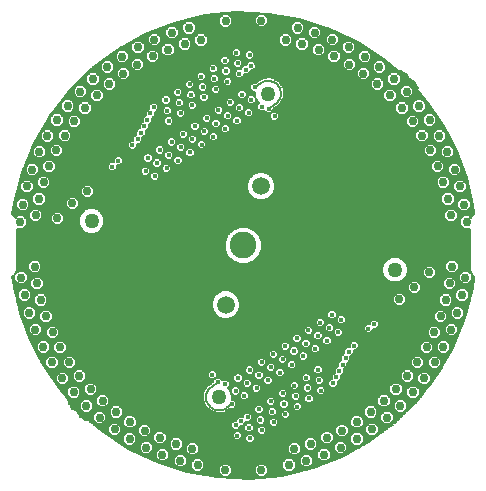
<source format=gbl>
%FSTAX23Y23*%
%MOIN*%
%SFA1B1*%

%IPPOS*%
%ADD14C,0.005000*%
%ADD18C,0.050000*%
%ADD19C,0.059000*%
%ADD20C,0.089000*%
%ADD21C,0.015900*%
%ADD22C,0.029500*%
%LNaltium_eib_128_panel-1*%
%LPD*%
G54D14*
X01171Y01674D02*
X02037D01*
X01171Y01669D02*
X02037D01*
X01171Y01664D02*
X0204D01*
X01168Y01659D02*
X02044D01*
X01163Y01655D02*
X01458D01*
X01484D02*
X02049D01*
X02082Y01684D02*
X02103D01*
X02082Y01679D02*
X02098D01*
X02082Y01674D02*
X02094D01*
X02082Y01669D02*
X02094D01*
X02079Y01664D02*
X02094D01*
X02075Y01659D02*
X02094D01*
X0207Y01655D02*
X02095D01*
X02117Y01494D02*
X02134D01*
X02122Y01499D02*
X02134D01*
X02126Y01504D02*
X02139D01*
X02126Y01509D02*
X02144D01*
X02159Y01528D02*
X02181D01*
X02164Y01533D02*
X0218D01*
X02169Y01538D02*
X02179D01*
X0217Y01543D02*
X02178D01*
X0217Y01548D02*
X02178D01*
X0217Y01553D02*
X02177D01*
X0217Y01558D02*
X02175D01*
X02165Y01562D02*
X02174D01*
X0216Y01567D02*
X02173D01*
X02116D02*
X02135D01*
X02116Y01562D02*
X0213D01*
X02115Y01558D02*
X02125D01*
X0211Y01553D02*
X02125D01*
X02105Y01548D02*
X02125D01*
X02115Y01533D02*
X02131D01*
X0212Y01528D02*
X02136D01*
X02124Y01524D02*
X02181D01*
X02168Y01509D02*
X02174D01*
X02126Y01514D02*
X02179D01*
X02126Y01519D02*
X02182D01*
X01758Y00748D02*
X01779D01*
X01753Y00752D02*
X01774D01*
X01748Y00757D02*
X01769D01*
X01713Y00767D02*
X01769D01*
X01713Y00762D02*
X01769D01*
X01709Y00757D02*
X01724D01*
X01704Y00752D02*
X01719D01*
X00902Y00859D02*
X00923D01*
X00914Y00912D02*
X0093D01*
X009Y00898D02*
X0092D01*
X00905Y00893D02*
X0092D01*
X0091Y00888D02*
X0092D01*
X00911Y00883D02*
X00922D01*
X00911Y00879D02*
X00927D01*
X00911Y00874D02*
X00931D01*
X00911Y00869D02*
X00969D01*
X00907Y00864D02*
X00966D01*
X00997Y00782D02*
X01016D01*
X01002Y00786D02*
X01021D01*
X01047Y00806D02*
X01062D01*
X01051Y00811D02*
X01067D01*
X01056Y00815D02*
X01072D01*
X01291Y00646D02*
X01338D01*
X01282Y00685D02*
X01342D01*
X01282Y0068D02*
X01337D01*
X01282Y00675D02*
X01332D01*
X01282Y0067D02*
X0133D01*
X01277Y00665D02*
X0133D01*
X01156Y0068D02*
X01185D01*
X01186Y0067D02*
X01238D01*
X01236Y00655D02*
X0133D01*
X01272Y0066D02*
X0133D01*
X01263Y00651D02*
X01333D01*
X01318Y00641D02*
X01343D01*
X01404Y00636D02*
X01447D01*
X01362Y00685D02*
X01462D01*
X01367Y0068D02*
X01457D01*
X01372Y00675D02*
X01452D01*
X01374Y0067D02*
X0145D01*
X01374Y00665D02*
X0145D01*
X01374Y0066D02*
X0145D01*
X01374Y00655D02*
X0145D01*
X01371Y00651D02*
X01453D01*
X01366Y00646D02*
X01458D01*
X01343Y00641D02*
X01361D01*
X0133Y00654D02*
X01343Y00641D01*
X0133Y00654D02*
Y00672D01*
X01343Y00685*
X01361*
X01374Y00672*
Y00654D02*
Y00672D01*
X01361Y00641D02*
X01374Y00654D01*
X01361Y00641D02*
X01463D01*
X01481D02*
X01497D01*
X01486Y00646D02*
X01543D01*
X01581Y00665D02*
X01624D01*
X01595Y00752D02*
X01614D01*
X016Y00748D02*
X01614D01*
X01604Y00743D02*
X01614D01*
X01604Y00738D02*
X01616D01*
X01604Y00733D02*
X01621D01*
X01604Y00728D02*
X01626D01*
X01603Y00723D02*
X01659D01*
X01646Y00728D02*
X01664D01*
X01651Y00733D02*
X01669D01*
X01645Y00772D02*
X01668D01*
X0165Y00767D02*
X01668D01*
X01655Y00762D02*
X01668D01*
X01658Y00757D02*
X01673D01*
X01658Y00752D02*
X01677D01*
X01658Y00748D02*
X01714D01*
X01658Y00743D02*
X01714D01*
X01655Y00738D02*
X01714D01*
X01695Y00733D02*
X01714D01*
X017Y00728D02*
X01715D01*
X01704Y00723D02*
X01719D01*
X01704Y00718D02*
X01724D01*
X01704Y00714D02*
X01752D01*
X01644Y00685D02*
X01682D01*
X01634Y00675D02*
X01657D01*
X01639Y0068D02*
X01669D01*
X01586Y0067D02*
X01644D01*
X01581Y00694D02*
X016D01*
X01586Y00689D02*
X016D01*
X01586Y00685D02*
X016D01*
X01586Y0068D02*
X01605D01*
X01586Y00675D02*
X0161D01*
X01576Y0066D02*
X01604D01*
X01494Y00655D02*
X01583D01*
X01491Y00651D02*
X01563D01*
X01494Y0066D02*
X01552D01*
X01494Y00665D02*
X01547D01*
X01494Y0067D02*
X01543D01*
X01492Y00675D02*
X01542D01*
X01487Y0068D02*
X01542D01*
X01481Y00685D02*
X01494Y00672D01*
Y00654D02*
Y00672D01*
X01481Y00641D02*
X01494Y00654D01*
X01463Y00641D02*
X01481D01*
X0145Y00654D02*
X01463Y00641D01*
X0145Y00654D02*
Y00672D01*
X01463Y00685*
X01481*
X01482Y00685D02*
X01542D01*
X01282Y00689D02*
X01542D01*
X01277Y00694D02*
X01547D01*
X01272Y00699D02*
X01552D01*
X00876Y00956D02*
X0131D01*
X00776Y0117D02*
X0134D01*
X00776Y01174D02*
X01329D01*
X00776Y01179D02*
X01322D01*
X00776Y01184D02*
X01318D01*
X00773Y01189D02*
X01313D01*
X00768Y01194D02*
X01311D01*
X0065Y01509D02*
X00656D01*
X00658Y01451D02*
X00897D01*
X00658Y01456D02*
X00885D01*
X00658Y01461D02*
X00879D01*
X00658Y01465D02*
X00874D01*
X00681Y0147D02*
X0087D01*
X00685Y01475D02*
X00868D01*
X00734Y01494D02*
X0077D01*
X00738Y01499D02*
X0077D01*
X00742Y01504D02*
X0077D01*
X00742Y01509D02*
X0077D01*
X00742Y01514D02*
X00772D01*
X00742Y01519D02*
X00777D01*
X00741Y01524D02*
X00782D01*
X00826Y018D02*
X01061D01*
X00831Y01795D02*
X01057D01*
X00811Y01722D02*
X01119D01*
X01102Y01718D02*
X01124D01*
X00809D02*
X01086D01*
X00746Y01742D02*
X0077D01*
X00751Y01737D02*
X00767D01*
X00755Y01732D02*
X00767D01*
X00755Y01727D02*
X00767D01*
X00755Y01722D02*
X00767D01*
X00755Y01718D02*
X00769D01*
X00753Y01713D02*
X00774D01*
X00748Y01708D02*
X00779D01*
X00685Y01684D02*
X00695D01*
X00683Y01679D02*
X0069D01*
X00681Y01674D02*
X00686D01*
X00679Y01669D02*
X00686D01*
X00677Y01664D02*
X00686D01*
X00675Y01659D02*
X00686D01*
X00673Y01655D02*
X00687D01*
X00672Y0165D02*
X00692D01*
X00671Y01645D02*
X00697D01*
X0067Y0164D02*
X00731D01*
X00719Y01645D02*
X00736D01*
X00768Y0163D02*
X01107D01*
X00765Y01635D02*
X01102D01*
X00775Y01655D02*
X0107D01*
X01011Y01689D02*
X01087D01*
X01011Y01693D02*
X01083D01*
X01011Y01698D02*
X01079D01*
X01008Y01703D02*
X01079D01*
X01003Y01708D02*
X01079D01*
X00804Y01713D02*
X01081D01*
X00799Y01708D02*
X00987D01*
X00743Y01703D02*
X00982D01*
X00689Y01693D02*
X00751D01*
X00687Y01689D02*
X00746D01*
X00721Y01684D02*
X00742D01*
X00726Y01679D02*
X00742D01*
X0073Y01674D02*
X00742D01*
X0073Y01669D02*
X00742D01*
X0073Y01664D02*
X00745D01*
X00717Y01643D02*
X0073Y01656D01*
X00699Y01643D02*
X00717D01*
X00686Y01656D02*
X00699Y01643D01*
X00686Y01656D02*
Y01674D01*
X00699Y01687*
X00717*
X0073Y01674*
Y01656D02*
Y01674D01*
Y01659D02*
X00749D01*
X00729Y01655D02*
X00754D01*
X00724Y0165D02*
X01074D01*
X00755Y01645D02*
X01079D01*
X0076Y0164D02*
X01101D01*
X01092Y01645D02*
X01101D01*
X01097Y0165D02*
X01102D01*
X01101Y01655D02*
X01106D01*
X01134Y01674D02*
X0114D01*
X01139Y01679D02*
X01143D01*
X0114Y01684D02*
X01148D01*
X01135Y01698D02*
X01157D01*
X01171Y01727D02*
X01193D01*
X0118Y01742D02*
X01188D01*
X01185Y01747D02*
X01189D01*
X01188Y01752D02*
X01194D01*
X01282Y01761D02*
X01304D01*
X01249Y01781D02*
X01271D01*
X01258Y01824D02*
X0128D01*
X0129Y01805D02*
X01312D01*
X01336Y01815D02*
X01343D01*
X01334Y0181D02*
X01338D01*
X01329Y01805D02*
X01336D01*
X01295Y018D02*
X01336D01*
X01297Y01795D02*
X01336D01*
X01297Y0179D02*
X0134D01*
X01297Y01786D02*
X01301D01*
X01292Y01781D02*
X01297D01*
X01254Y01776D02*
X01297D01*
X01258Y01771D02*
X01297D01*
X01258Y01766D02*
X01299D01*
X01258Y01761D02*
X01264D01*
X01255Y01756D02*
X01259D01*
X0125Y01752D02*
X01258D01*
X01245Y01732D02*
X02013D01*
X0125Y01727D02*
X02013D01*
X0125Y01722D02*
X02013D01*
X0125Y01718D02*
X02015D01*
X01247Y01713D02*
X0202D01*
X01242Y01708D02*
X02025D01*
X01204D02*
X01226D01*
X0121Y01693D02*
X02046D01*
X0121Y01689D02*
X02041D01*
X01205Y01684D02*
X02037D01*
X01168Y01679D02*
X02037D01*
X01163Y01684D02*
X01185D01*
X0114Y01689D02*
X0118D01*
X0114Y01693D02*
X01179D01*
X01171Y01698D02*
X01179D01*
X01176Y01703D02*
X0118D01*
X01179Y01708D02*
X01185D01*
X01179Y01713D02*
X01221D01*
X01179Y01718D02*
X01219D01*
X01176Y01722D02*
X01219D01*
X01213Y01727D02*
X01219D01*
X01218Y01732D02*
X01223D01*
X01228Y01737D02*
X01241D01*
X0125Y01728*
Y01715D02*
Y01728D01*
X01241Y01706D02*
X0125Y01715D01*
X01228Y01706D02*
X01241D01*
X01219Y01715D02*
X01228Y01706D01*
X01219Y01715D02*
Y01728D01*
X01228Y01737*
X01188Y01761D02*
X01227D01*
X01188Y01756D02*
X0123D01*
X01213Y01752D02*
X01235D01*
X01217Y01747D02*
X01258D01*
X01219Y01742D02*
X01258D01*
X01219Y01737D02*
X01262D01*
X01284D02*
X02013D01*
X01288Y01742D02*
X02016D01*
X01288Y01747D02*
X02021D01*
X02049Y01815D02*
X02077D01*
X02054Y01819D02*
X02074D01*
X02055Y01824D02*
X0207D01*
X02055Y01829D02*
X02067D01*
X02055Y01834D02*
X02064D01*
X02055Y01839D02*
X0206D01*
X0205Y01844D02*
X02057D01*
X02045Y01849D02*
X02054D01*
X02009Y01897D02*
X02019D01*
X02014Y01892D02*
X02023D01*
X02019Y01887D02*
X02027D01*
X0202Y01883D02*
X02031D01*
X0202Y01878D02*
X02034D01*
X0202Y01873D02*
X02037D01*
X02019Y01868D02*
X02041D01*
X02015Y01863D02*
X02044D01*
X0201Y01858D02*
X02047D01*
X01956Y01853D02*
X0205D01*
X01923Y01912D02*
X01938D01*
X01923Y01916D02*
X01934D01*
X01923Y01921D02*
X01934D01*
X01918Y01926D02*
X01934D01*
X01913Y01931D02*
X01934D01*
X01776Y02091D02*
X0179D01*
X01781Y02086D02*
X01799D01*
X01785Y02081D02*
X01806D01*
X01785Y02077D02*
X01813D01*
X01785Y02072D02*
X01821D01*
X01834Y02028D02*
X01854D01*
X0183Y02023D02*
X01849D01*
X01785Y02004D02*
X01799D01*
X0178Y01999D02*
X01794D01*
X01775Y01994D02*
X0179D01*
X01509Y0197D02*
X01796D01*
X01518Y01965D02*
X01801D01*
X01828Y0197D02*
X01848D01*
X01823Y01965D02*
X01843D01*
X01546Y01931D02*
X01846D01*
X01546Y01936D02*
X01841D01*
X01542Y01941D02*
X01837D01*
X01539Y01946D02*
X01837D01*
X01536Y0195D02*
X01837D01*
X01533Y01955D02*
X01837D01*
X01528Y0196D02*
X01838D01*
X01564Y02077D02*
X01585D01*
X01569Y02081D02*
X01585D01*
X01574Y02086D02*
X01585D01*
X01575Y02091D02*
X01585D01*
X01575Y02096D02*
X01588D01*
X01575Y02101D02*
X01593D01*
X01608Y02154D02*
X01638D01*
X01607Y0212D02*
X01628D01*
X01612Y02125D02*
X01628D01*
X01615Y0213D02*
X01628D01*
X01615Y02135D02*
X01632D01*
X01615Y0214D02*
X01637D01*
X01615Y02144D02*
X01669D01*
X01668Y02135D02*
X01699D01*
X01719Y0212D02*
X01729D01*
X01724Y02115D02*
X01739D01*
X01729Y0211D02*
X0175D01*
X01732Y02096D02*
X0178D01*
X01732Y02101D02*
X0177D01*
X01732Y02106D02*
X0176D01*
X01732Y02091D02*
X0175D01*
X01729Y02086D02*
X01745D01*
X01724Y02081D02*
X0174D01*
X01719Y02077D02*
X0174D01*
X01726Y02062D02*
X01742D01*
X01731Y02057D02*
X01747D01*
X01736Y02052D02*
X01752D01*
X01737Y02047D02*
X01794D01*
X01774Y02052D02*
X01796D01*
X01779Y02057D02*
X01801D01*
X01784Y02062D02*
X01805D01*
X01785Y02063D02*
Y02082D01*
X01772Y02095D02*
X01785Y02082D01*
X01754Y02095D02*
X01772D01*
X0174Y02082D02*
X01754Y02095D01*
X0174Y02063D02*
Y02082D01*
Y02063D02*
X01754Y0205D01*
X01772*
X01785Y02063*
Y02067D02*
X01828D01*
X01827Y02062D02*
X01836D01*
X01832Y02057D02*
X01843D01*
X01837Y02052D02*
X0185D01*
X01839Y02047D02*
X01858D01*
X01839Y02043D02*
X01865D01*
X01839Y02038D02*
X01872D01*
X01839Y02033D02*
X0188D01*
X01876Y02028D02*
X01886D01*
X0188Y02023D02*
X01892D01*
X01885Y02018D02*
X01898D01*
X01887Y02013D02*
X01904D01*
X01887Y02009D02*
X0191D01*
X01887Y02004D02*
X01916D01*
X01887Y01999D02*
X01922D01*
X01883Y01994D02*
X01927D01*
X01833Y01975D02*
X01891D01*
X01835Y0198D02*
X01895D01*
X01835Y01984D02*
X019D01*
X01835Y01989D02*
X01851D01*
X01835Y01994D02*
X01847D01*
X0183Y01999D02*
X01843D01*
X01825Y02004D02*
X01843D01*
X01787Y02009D02*
X01843D01*
X01787Y02013D02*
X01843D01*
X01787Y02018D02*
X01844D01*
X01787Y02023D02*
X01803D01*
X01784Y02028D02*
X01798D01*
X01794Y02032D02*
Y02051D01*
X01807Y02064*
X01826*
X01839Y02051*
Y02032D02*
Y02051D01*
X01826Y02019D02*
X01839Y02032D01*
X01807Y02019D02*
X01826D01*
X01794Y02032D02*
X01807Y02019D01*
X01779Y02033D02*
X01794D01*
X01774Y02038D02*
X01794D01*
X01737Y02043D02*
X01794D01*
X01737Y02038D02*
X01756D01*
X01736Y02033D02*
X01751D01*
X01731Y02028D02*
X01746D01*
X01727Y02023D02*
X01743D01*
X01447D02*
X01702D01*
X01452Y02018D02*
X01743D01*
X01453Y02013D02*
X01743D01*
X01453Y02009D02*
X01743D01*
X01452Y02004D02*
X01745D01*
X01447Y01999D02*
X0175D01*
X01743Y02006D02*
X01756Y01993D01*
X01743Y02006D02*
Y02025D01*
X01756Y02038*
X01774*
X01787Y02025*
Y02006D02*
Y02025D01*
X01774Y01993D02*
X01787Y02006D01*
X01756Y01993D02*
X01774D01*
X01436Y01994D02*
X01755D01*
X01434Y01989D02*
X0179D01*
X01429Y01984D02*
X0179D01*
X01414Y0198D02*
X0179D01*
Y01976D02*
Y01994D01*
X01803Y02008*
X01821*
X01835Y01994*
Y01976D02*
Y01994D01*
X01821Y01963D02*
X01835Y01976D01*
X01803Y01963D02*
X01821D01*
X0179Y01976D02*
X01803Y01963D01*
X0141Y01975D02*
X01791D01*
X01405Y0197D02*
X01476D01*
X0147Y01954D02*
X01474Y01956D01*
X01477Y01958*
X01481Y01959*
X01485Y0196*
X01489Y01961*
X01493Y01961*
X01497Y01961*
X01501Y0196*
X01505Y01959*
X01509Y01958*
X01513Y01957*
X01516Y01955*
X0152Y01952*
X01523Y0195*
X01526Y01947*
X01528Y01944*
X01531Y0194*
X01533Y01937*
X01534Y01933*
X01535Y01929*
X01536Y01925*
X01537Y01921*
X01537Y01917*
X01537Y01913D02*
X01537Y01917D01*
X01536Y01909D02*
X01537Y01913D01*
X01535Y01905D02*
X01536Y01909D01*
X01533Y01901D02*
X01535Y01905D01*
X01532Y01898D02*
X01533Y01901D01*
X01529Y01894D02*
X01532Y01898D01*
X01527Y01891D02*
X01529Y01894D01*
X01524Y01888D02*
X01527Y01891D01*
X01521Y01885D02*
X01524Y01888D01*
X01518Y01883D02*
X01521Y01885D01*
X01538Y01887D02*
X01927D01*
X01917Y01897D02*
X01986D01*
X01912Y01892D02*
X01981D01*
X0154D02*
X01889D01*
X01542Y01897D02*
X01884D01*
X01545Y01902D02*
X01879D01*
X01547Y01907D02*
X01878D01*
X01547Y01912D02*
X01878D01*
X01547Y01916D02*
X01878D01*
X01547Y01921D02*
X01878D01*
X01546Y01926D02*
X01883D01*
X01872Y01931D02*
X01888D01*
X01877Y01936D02*
X01935D01*
X01936Y01965D02*
X01966D01*
X01936Y0197D02*
X01962D01*
X01936Y01975D02*
X0196D01*
X01933Y0198D02*
X01958D01*
X01928Y01984D02*
X01953D01*
X01878Y01989D02*
X01943D01*
X01856Y01985D02*
X01874D01*
X01843Y01998D02*
X01856Y01985D01*
X01843Y01998D02*
Y02016D01*
X01856Y0203*
X01874*
X01887Y02016*
Y01998D02*
Y02016D01*
X01874Y01985D02*
X01887Y01998D01*
X0187Y0197D02*
X01891D01*
X01875Y01965D02*
X01891D01*
X0188Y0196D02*
X01891D01*
X01881Y01955D02*
X01894D01*
X01881Y0195D02*
X01899D01*
X01881Y01946D02*
X01904D01*
X01881Y0194D02*
Y01959D01*
X01868Y01972D02*
X01881Y01959D01*
X0185Y01972D02*
X01868D01*
X01837Y01959D02*
X0185Y01972D01*
X01837Y0194D02*
Y01959D01*
Y0194D02*
X0185Y01927D01*
X01868*
X01881Y0194*
Y01941D02*
X0194D01*
X01924Y01946D02*
X01945D01*
X01929Y0195D02*
X01986D01*
X01934Y01955D02*
X01984D01*
X01936Y01958D02*
Y01976D01*
X01923Y01989D02*
X01936Y01976D01*
X01904Y01989D02*
X01923D01*
X01891Y01976D02*
X01904Y01989D01*
X01891Y01958D02*
Y01976D01*
Y01958D02*
X01904Y01945D01*
X01923*
X01936Y01958*
Y0196D02*
X01973D01*
X01967Y01946D02*
X01988D01*
X01972Y01941D02*
X01992D01*
X01977Y01936D02*
X01993D01*
X01978Y01931D02*
X01992D01*
X01978Y01926D02*
X01995D01*
X01978Y01921D02*
X01999D01*
X01978Y01916D02*
X02003D01*
X01974Y01912D02*
X02007D01*
X01969Y01907D02*
X02011D01*
X01922Y01902D02*
X02015D01*
X01923Y01903D02*
Y01921D01*
X0191Y01934D02*
X01923Y01921D01*
X01891Y01934D02*
X0191D01*
X01878Y01921D02*
X01891Y01934D01*
X01878Y01903D02*
Y01921D01*
Y01903D02*
X01891Y0189D01*
X0191*
X01923Y01903*
Y01907D02*
X01943D01*
X01934Y01916D02*
X01947Y01903D01*
X01934Y01916D02*
Y01935D01*
X01947Y01948*
X01965*
X01978Y01935*
Y01916D02*
Y01935D01*
X01965Y01903D02*
X01978Y01916D01*
X01947Y01903D02*
X01965D01*
X01954Y01887D02*
X01976D01*
X01959Y01883D02*
X01975D01*
X01963Y01878D02*
X01975D01*
X01963Y01873D02*
X01975D01*
X01963Y01868D02*
X01976D01*
X01963Y01863D02*
X0198D01*
X01961Y01858D02*
X01985D01*
X01975Y01868D02*
X01988Y01855D01*
X01975Y01868D02*
Y01887D01*
X01988Y019*
X02007*
X0202Y01887*
Y01868D02*
Y01887D01*
X02007Y01855D02*
X0202Y01868D01*
X01988Y01855D02*
X02007D01*
X01986Y01805D02*
X02083D01*
X02044Y0181D02*
X0208D01*
X01991D02*
X02021D01*
X01996Y01815D02*
X02016D01*
X01998Y01819D02*
X02011D01*
X01998Y01824D02*
X0201D01*
X01998Y01829D02*
X0201D01*
X01998Y01834D02*
X0201D01*
X01994Y01839D02*
X0201D01*
X01989Y01844D02*
X02015D01*
X02023Y01852D02*
X02042D01*
X02055Y01839*
Y0182D02*
Y01839D01*
X02042Y01807D02*
X02055Y0182D01*
X02023Y01807D02*
X02042D01*
X0201Y0182D02*
X02023Y01807D01*
X0201Y0182D02*
Y01839D01*
X02023Y01852*
X01951Y01849D02*
X0202D01*
X01529Y01834D02*
X01953D01*
X01531Y01839D02*
X01957D01*
X01531Y01844D02*
X01962D01*
X01531Y01849D02*
X0193D01*
X01526Y01853D02*
X01925D01*
X01503D02*
X01505D01*
X01508Y01858D02*
X0192D01*
X01512Y01863D02*
X01919D01*
X01514Y01868D02*
X01919D01*
Y01879D02*
X01932Y01892D01*
X0195*
X01963Y01879*
Y0186D02*
Y01879D01*
X0195Y01847D02*
X01963Y0186D01*
X01932Y01847D02*
X0195D01*
X01919Y0186D02*
X01932Y01847D01*
X01919Y0186D02*
Y01879D01*
X01535Y01883D02*
X01922D01*
X01528Y01878D02*
X01919D01*
X01521Y01873D02*
X01919D01*
X01496Y01868D02*
X01518Y01883D01*
X01401Y01839D02*
X01423D01*
X01368Y01858D02*
X0139D01*
X01377Y01902D02*
X01399D01*
X0141Y01883D02*
X01432D01*
X01414Y01868D02*
X01422D01*
X01413Y01863D02*
X01417D01*
X01408Y01858D02*
X01414D01*
X01373Y01853D02*
X01414D01*
X01375Y01849D02*
X01414D01*
X01375Y01844D02*
X01418D01*
X01375Y01839D02*
X0138D01*
X01371Y01834D02*
X01375D01*
X01336Y01819D02*
X01377D01*
X01336Y01824D02*
X01375D01*
X01332Y01829D02*
X01375D01*
X01305Y01839D02*
X01344D01*
X01305Y01834D02*
X01349D01*
X01305Y01829D02*
X0131D01*
X013Y01824D02*
X01305D01*
X01263Y01819D02*
X01305D01*
X01266Y01815D02*
X01305D01*
Y01812D02*
Y01825D01*
X01314Y01834*
X01327*
X01336Y01825*
Y01812D02*
Y01825D01*
X01327Y01803D02*
X01336Y01812D01*
X01314Y01803D02*
X01327D01*
X01305Y01812D02*
X01314Y01803D01*
X01266Y0181D02*
X01308D01*
X01266Y01805D02*
X01273D01*
X01263Y018D02*
X01268D01*
X01259Y01795D02*
X01266D01*
X01221D02*
X01243D01*
X01226Y0179D02*
X01266D01*
Y01786D02*
Y01798D01*
X01275Y01807*
X01288*
X01297Y01798*
Y01786D02*
Y01798D01*
X01288Y01777D02*
X01297Y01786D01*
X01275Y01777D02*
X01288D01*
X01266Y01786D02*
X01275Y01777D01*
X01227Y01786D02*
X01266D01*
X01227Y01781D02*
X01236D01*
X01226Y01776D02*
X01231D01*
X01227Y01772D02*
X01236Y01781D01*
X01249*
X01258Y01772*
Y01759D02*
Y01772D01*
X01249Y0175D02*
X01258Y01759D01*
X01236Y0175D02*
X01249D01*
X01227Y01759D02*
X01236Y0175D01*
X01227Y01759D02*
Y01772D01*
X01222Y01771D02*
X01227D01*
X01185Y01766D02*
X01227D01*
X01097Y01815D02*
X01153D01*
X01103Y01819D02*
X01148D01*
X01108Y01824D02*
X01148D01*
X01108Y01829D02*
X01148D01*
X01108Y01834D02*
X01149D01*
X01111Y01839D02*
X01154D01*
X01129Y01868D02*
X01144D01*
X01126Y01863D02*
X01143D01*
X01121Y01858D02*
X01143D01*
X01118Y01853D02*
X01145D01*
X01118Y01849D02*
X0115D01*
X01116Y01844D02*
X0119D01*
X01178Y01834D02*
X01275D01*
X01179Y01829D02*
X01275D01*
X01179Y01824D02*
X01244D01*
X01178Y01819D02*
X01239D01*
X01173Y01815D02*
X01235D01*
X01097Y0181D02*
X01235D01*
X01097Y01805D02*
X01235D01*
Y01803D02*
Y01816D01*
X01244Y01825*
X01257*
X01266Y01816*
Y01803D02*
Y01816D01*
X01257Y01794D02*
X01266Y01803D01*
X01244Y01794D02*
X01257D01*
X01235Y01803D02*
X01244Y01794D01*
X01094Y018D02*
X01238D01*
X01089Y01795D02*
X01202D01*
X01086Y0179D02*
X01197D01*
X01086Y01786D02*
X01196D01*
X01086Y01781D02*
X01196D01*
X01081Y01776D02*
X01197D01*
X01196Y01777D02*
X01205Y01767D01*
X01196Y01777D02*
Y01789D01*
X01205Y01798*
X01218*
X01227Y01789*
Y01777D02*
Y01789D01*
X01218Y01767D02*
X01227Y01777D01*
X01205Y01767D02*
X01218D01*
X0118Y01771D02*
X01202D01*
X01075D02*
X01165D01*
X01075Y01766D02*
X0116D01*
X01075Y01761D02*
X01157D01*
X01072Y01756D02*
X01157D01*
X01067Y01752D02*
X01157D01*
X00831Y01761D02*
X01036D01*
X00836Y01766D02*
X01044D01*
X00839Y01771D02*
X01044D01*
X00839Y01776D02*
X01048D01*
X00839Y01781D02*
X01053D01*
X00839Y01786D02*
X01055D01*
X00835Y0179D02*
X01055D01*
X00859Y01805D02*
X01066D01*
X00864Y0181D02*
X01066D01*
X00869Y01815D02*
X01066D01*
X00871Y01819D02*
X0107D01*
X00871Y01824D02*
X01077D01*
X00871Y01829D02*
X01077D01*
X00871Y01834D02*
X01077D01*
X00867Y01839D02*
X01079D01*
X00897Y01887D02*
X01107D01*
X00902Y01883D02*
X01102D01*
X00906Y01878D02*
X01098D01*
X00906Y01873D02*
X01098D01*
X00906Y01868D02*
X01098D01*
X00906Y01863D02*
X01092D01*
X00904Y01858D02*
X01087D01*
X00899Y01853D02*
X01087D01*
X00894Y01849D02*
X01087D01*
X00862Y01844D02*
X01084D01*
X00843Y01892D02*
X00912D01*
X00838Y01897D02*
X00907D01*
X00806D02*
X00815D01*
X00803Y01892D02*
X0081D01*
X00799Y01887D02*
X00805D01*
X00795Y01883D02*
X00804D01*
X00791Y01878D02*
X00804D01*
X00788Y01873D02*
X00804D01*
X00784Y01868D02*
X00805D01*
X0078Y01863D02*
X00809D01*
X00776Y01858D02*
X00814D01*
X00804Y01849D02*
X00873D01*
X00773Y01853D02*
X00868D01*
X00769Y01849D02*
X00779D01*
X00765Y01844D02*
X00774D01*
X00763Y01839D02*
X00769D01*
X0076Y01834D02*
X00769D01*
X00757Y01829D02*
X00769D01*
X00754Y01824D02*
X00769D01*
X00751Y01819D02*
X0077D01*
X00749Y01815D02*
X00775D01*
X00746Y0181D02*
X0078D01*
X00737Y01795D02*
X00746D01*
X00735Y0179D02*
X00741D01*
X00732Y01786D02*
X00737D01*
X00729Y01781D02*
X00737D01*
X00726Y01776D02*
X00737D01*
X00723Y01771D02*
X00737D01*
X00721Y01766D02*
X00738D01*
X00718Y01761D02*
X00743D01*
X00715Y01756D02*
X00748D01*
X00713Y01752D02*
X01027D01*
X00826Y01756D02*
X01031D01*
X00803Y01747D02*
X01027D01*
X00808Y01742D02*
X01027D01*
X00811Y01737D02*
X0103D01*
X00811Y01732D02*
X01034D01*
X00811Y01727D02*
X01118D01*
X0105Y01732D02*
X01118D01*
X01055Y01737D02*
X01118D01*
X01058Y01742D02*
X01123D01*
X01058Y01747D02*
X0116D01*
X01157Y0175D02*
X01166Y01741D01*
X01157Y0175D02*
Y01763D01*
X01166Y01772*
X01179*
X01188Y01763*
Y0175D02*
Y01763D01*
X01179Y01741D02*
X01188Y0175D01*
X01166Y01741D02*
X01179D01*
X01143Y01742D02*
X01165D01*
X01148Y01737D02*
X01188D01*
Y01733D02*
Y01746D01*
X01197Y01755*
X0121*
X01219Y01746*
Y01733D02*
Y01746D01*
X0121Y01724D02*
X01219Y01733D01*
X01197Y01724D02*
X0121D01*
X01188Y01733D02*
X01197Y01724D01*
X01149Y01732D02*
X01188D01*
X01149Y01727D02*
X01157D01*
X01148Y01722D02*
X01152D01*
X01127Y01715D02*
X0114D01*
X01118Y01724D02*
X01127Y01715D01*
X01118Y01724D02*
Y01736D01*
X01127Y01746*
X0114*
X01149Y01736*
Y01724D02*
Y01736D01*
X0114Y01715D02*
X01149Y01724D01*
X01143Y01718D02*
X01149D01*
X01107Y01713D02*
X01149D01*
X0111Y01708D02*
X01149D01*
Y01706D02*
Y01719D01*
X01158Y01728*
X0117*
X01179Y01719*
Y01706D02*
Y01719D01*
X0117Y01697D02*
X01179Y01706D01*
X01158Y01697D02*
X0117D01*
X01149Y01706D02*
X01158Y01697D01*
X0111Y01703D02*
X01152D01*
X0111Y01698D02*
X01115D01*
X01106Y01693D02*
X0111D01*
X01088Y01688D02*
X01101D01*
X01079Y01697D02*
X01088Y01688D01*
X01079Y01697D02*
Y0171D01*
X01088Y01719*
X01101*
X0111Y0171*
Y01697D02*
Y0171D01*
X01101Y01688D02*
X0111Y01697D01*
X01101Y01689D02*
X01109D01*
X01006Y01684D02*
X01109D01*
X00991Y01669D02*
X01073D01*
X00991Y01674D02*
X01078D01*
X00991Y01679D02*
X01111D01*
X01109Y0168D02*
X01118Y01671D01*
X01109Y0168D02*
Y01693D01*
X01118Y01702*
X01131*
X0114Y01693*
Y0168D02*
Y01693D01*
X01131Y01671D02*
X0114Y0168D01*
X01118Y01671D02*
X01131D01*
X01093Y01674D02*
X01115D01*
X01101Y01654D02*
Y01666D01*
X01092Y01644D02*
X01101Y01654D01*
X01079Y01644D02*
X01092D01*
X0107Y01654D02*
X01079Y01644D01*
X0107Y01654D02*
Y01666D01*
X01079Y01675*
X01092*
X01101Y01666*
X01098Y01669D02*
X0114D01*
X01101Y01664D02*
X0114D01*
X01101Y01659D02*
X01143D01*
X0114Y01663D02*
X01149Y01654D01*
X0114Y01663D02*
Y01675D01*
X01149Y01684*
X01162*
X01171Y01675*
Y01663D02*
Y01675D01*
X01162Y01654D02*
X01171Y01663D01*
X01149Y01654D02*
X01162D01*
X01126Y01655D02*
X01148D01*
X01131Y0165D02*
X01447D01*
X01132Y01645D02*
X01441D01*
X01132Y0164D02*
X01436D01*
X01131Y01635D02*
X01431D01*
X0111Y01627D02*
X01123D01*
X01101Y01636D02*
X0111Y01627D01*
X01101Y01636D02*
Y01649D01*
X0111Y01658*
X01123*
X01132Y01649*
Y01636D02*
Y01649D01*
X01123Y01627D02*
X01132Y01636D01*
X01126Y0163D02*
X01429D01*
X00768Y01625D02*
X01427D01*
X00768Y01621D02*
X01425D01*
X01482Y01562D02*
X02071D01*
X01493Y01567D02*
X02071D01*
X01501Y01572D02*
X02071D01*
X01506Y01577D02*
X02071D01*
X01511Y01582D02*
X02076D01*
X01513Y01587D02*
X02081D01*
X01518Y01601D02*
X02069D01*
X01518Y01606D02*
X02064D01*
X01518Y01611D02*
X02059D01*
X01518Y01616D02*
X02056D01*
X01517Y01621D02*
X02056D01*
X01515Y01625D02*
X02056D01*
X01513Y0163D02*
X02056D01*
X01511Y01635D02*
X02059D01*
X01507Y0164D02*
X02064D01*
X01502Y01645D02*
X02069D01*
X01495Y0165D02*
X021D01*
X02093Y0164D02*
X02155D01*
X02088Y01645D02*
X02105D01*
X02127D02*
X02154D01*
X02132Y0165D02*
X02152D01*
X02137Y01655D02*
X0215D01*
X02138Y01659D02*
X02148D01*
X02138Y01664D02*
X02146D01*
X02138Y01669D02*
X02145D01*
X02138Y01674D02*
X02143D01*
X02134Y01679D02*
X02141D01*
X02125Y01687D02*
X02138Y01674D01*
Y01656D02*
Y01674D01*
X02125Y01643D02*
X02138Y01656D01*
X02107Y01643D02*
X02125D01*
X02094Y01656D02*
X02107Y01643D01*
X02094Y01656D02*
Y01674D01*
X02107Y01687*
X02125*
X02129Y01684D02*
X02139D01*
X02078Y01689D02*
X02137D01*
X02069Y01698D02*
X02082Y01685D01*
Y01667D02*
Y01685D01*
X02069Y01654D02*
X02082Y01667D01*
X0205Y01654D02*
X02069D01*
X02037Y01667D02*
X0205Y01654D01*
X02037Y01667D02*
Y01685D01*
X0205Y01698*
X02069*
X02073Y01693D02*
X02136D01*
X02105Y01742D02*
X02115D01*
X0211Y01737D02*
X02118D01*
X02114Y01732D02*
X0212D01*
X02114Y01727D02*
X02123D01*
X02114Y01722D02*
X02125D01*
X02114Y01718D02*
X02126D01*
X02112Y01713D02*
X02128D01*
X02107Y01708D02*
X0213D01*
X02103Y01703D02*
X02132D01*
X0121Y01698D02*
X02134D01*
X0121Y01689D02*
Y01702D01*
X01201Y0168D02*
X0121Y01689D01*
X01188Y0168D02*
X01201D01*
X01179Y01689D02*
X01188Y0168D01*
X01179Y01689D02*
Y01702D01*
X01188Y01711*
X01201*
X0121Y01702*
X01209Y01703D02*
X02081D01*
X02045Y01708D02*
X02076D01*
X0205Y01713D02*
X02071D01*
X02055Y01718D02*
X0207D01*
X02057Y01722D02*
X0207D01*
X02057Y01727D02*
X0207D01*
X02057Y01732D02*
X0207D01*
X02057Y01737D02*
X02074D01*
X02054Y01742D02*
X02078D01*
X02083Y01746D02*
X02101D01*
X02114Y01733*
Y01715D02*
Y01733D01*
X02101Y01702D02*
X02114Y01715D01*
X02083Y01702D02*
X02101D01*
X0207Y01715D02*
X02083Y01702D01*
X0207Y01715D02*
Y01733D01*
X02083Y01746*
X02076Y01756D02*
X02108D01*
X02081Y01761D02*
X02105D01*
X02086Y01766D02*
X02103D01*
X02087Y01771D02*
X021D01*
X02087Y01776D02*
X02098D01*
X02087Y01781D02*
X02095D01*
X02087Y01786D02*
X02093D01*
X02083Y0179D02*
X0209D01*
X02078Y01795D02*
X02088D01*
X02017Y018D02*
X02085D01*
X02022Y01795D02*
X02052D01*
X02027Y0179D02*
X02047D01*
X0203Y01786D02*
X02043D01*
X0203Y01781D02*
X02043D01*
X0203Y01776D02*
X02043D01*
Y01768D02*
Y01786D01*
X02056Y01799*
X02074*
X02087Y01786*
Y01768D02*
Y01786D01*
X02074Y01755D02*
X02087Y01768D01*
X02056Y01755D02*
X02074D01*
X02043Y01768D02*
X02056Y01755D01*
X0203Y01771D02*
X02043D01*
X02027Y01766D02*
X02044D01*
X02022Y01761D02*
X02049D01*
X02018Y01756D02*
X02054D01*
X02044Y01751D02*
X02057Y01738D01*
Y0172D02*
Y01738D01*
X02044Y01707D02*
X02057Y0172D01*
X02026Y01707D02*
X02044D01*
X02013Y0172D02*
X02026Y01707D01*
X02013Y0172D02*
Y01738D01*
X02026Y01751*
X02044*
X02049Y01747D02*
X02113D01*
X01288Y01752D02*
X0211D01*
X01288Y01742D02*
Y01755D01*
X01279Y01733D02*
X01288Y01742D01*
X01267Y01733D02*
X01279D01*
X01258Y01742D02*
X01267Y01733D01*
X01258Y01742D02*
Y01755D01*
X01267Y01764*
X01279*
X01288Y01755*
X01287Y01756D02*
X01998D01*
X01321Y01761D02*
X01993D01*
X01325Y01766D02*
X01988D01*
X01328Y01771D02*
X01985D01*
X01328Y01776D02*
X01985D01*
X01328Y01781D02*
X01985D01*
X01328Y01768D02*
Y01781D01*
X01319Y01759D02*
X01328Y01768D01*
X01306Y01759D02*
X01319D01*
X01297Y01768D02*
X01306Y01759D01*
X01297Y01768D02*
Y01781D01*
X01306Y0179*
X01319*
X01328Y01781*
X01323Y01786D02*
X01985D01*
X01362Y0179D02*
X01989D01*
X01367Y01795D02*
X01993D01*
X01999Y018D02*
X02017D01*
X0203Y01787*
Y01769D02*
Y01787D01*
X02017Y01756D02*
X0203Y01769D01*
X01999Y01756D02*
X02017D01*
X01985Y01769D02*
X01999Y01756D01*
X01985Y01769D02*
Y01787D01*
X01999Y018*
X01367Y018D02*
X01998D01*
X01367Y01805D02*
X01965D01*
X01365Y0181D02*
X0196D01*
X01358Y01817D02*
X01367Y01808D01*
Y01795D02*
Y01808D01*
X01358Y01786D02*
X01367Y01795D01*
X01345Y01786D02*
X01358D01*
X01336Y01795D02*
X01345Y01786D01*
X01336Y01795D02*
Y01808D01*
X01345Y01817*
X01358*
X0136Y01815D02*
X01382D01*
X01399D02*
X01955D01*
X01953Y01816D02*
Y01835D01*
X01966Y01848*
X01985*
X01998Y01835*
Y01816D02*
Y01835D01*
X01985Y01803D02*
X01998Y01816D01*
X01966Y01803D02*
X01985D01*
X01953Y01816D02*
X01966Y01803D01*
X01404Y01819D02*
X01953D01*
X01406Y01824D02*
X01953D01*
X01524Y01829D02*
X01953D01*
X01406D02*
X01507D01*
X01406Y01821D02*
Y01834D01*
X01397Y01812D02*
X01406Y01821D01*
X01384Y01812D02*
X01397D01*
X01375Y01821D02*
X01384Y01812D01*
X01375Y01821D02*
Y01834D01*
X01384Y01843*
X01397*
X01406Y01834*
X01406Y01834D02*
X01502D01*
X01436Y01839D02*
X015D01*
X01441Y01844D02*
X015D01*
Y01849D02*
X01509Y01858D01*
X01522*
X01531Y01849*
Y01836D02*
Y01849D01*
X01522Y01827D02*
X01531Y01836D01*
X01509Y01827D02*
X01522D01*
X015Y01836D02*
X01509Y01827D01*
X015Y01836D02*
Y01849D01*
X01445Y01849D02*
X015D01*
X01445Y01853D02*
X01489D01*
X01445Y01858D02*
X01484D01*
X01442Y01863D02*
X01462D01*
X01436Y01869D02*
X01445Y0186D01*
Y01848D02*
Y0186D01*
X01436Y01839D02*
X01445Y01848D01*
X01423Y01839D02*
X01436D01*
X01414Y01848D02*
X01423Y01839D01*
X01414Y01848D02*
Y0186D01*
X01423Y01869*
X01436*
X01438Y01868D02*
X01458D01*
X01445Y01883D02*
X0146D01*
X0145Y01887D02*
X01463D01*
X01454Y01892D02*
X01459D01*
X01454Y01897D02*
X01456D01*
X01451Y01907D02*
X01452D01*
X01446Y01912D02*
X01451D01*
X01418Y01926D02*
X01442D01*
X01414Y0193D02*
X01423Y01921D01*
X01401Y0193D02*
X01414D01*
X01237Y02072D02*
X01588D01*
X01617Y02062D02*
X01641D01*
X01622Y02067D02*
X01641D01*
X01627Y02072D02*
X01641D01*
X0163Y02077D02*
X01643D01*
X0163Y02081D02*
X01648D01*
X0163Y02086D02*
X01653D01*
X01621Y02101D02*
X01639D01*
X01575Y02106D02*
X01634D01*
X01566Y02115D02*
X01628D01*
X01571Y0211D02*
X01629D01*
X01245Y0212D02*
X01579D01*
X01231Y02101D02*
X01249D01*
X01236Y02096D02*
X01249D01*
X01239Y02091D02*
X01249D01*
X01239Y02086D02*
X0125D01*
X01239Y02081D02*
X01255D01*
X01239Y02077D02*
X0126D01*
X01282D02*
X01542D01*
X01287Y02081D02*
X01537D01*
X01292Y02086D02*
X01532D01*
X01293Y02091D02*
X01531D01*
X01293Y02096D02*
X01531D01*
X01293Y02101D02*
X01531D01*
X01293Y02106D02*
X01531D01*
X01289Y0211D02*
X01535D01*
X01284Y02115D02*
X0154D01*
X01544Y02119D02*
X01562D01*
X01575Y02106*
Y02088D02*
Y02106D01*
X01562Y02075D02*
X01575Y02088D01*
X01544Y02075D02*
X01562D01*
X01531Y02088D02*
X01544Y02075D01*
X01531Y02088D02*
Y02106D01*
X01544Y02119*
X01486Y02178D02*
X01533D01*
X01494Y02169D02*
X01588D01*
X01491Y02174D02*
X01561D01*
X01481Y02183D02*
X01506D01*
X01377Y02188D02*
X0142D01*
X01282Y02178D02*
X0134D01*
X01261Y02174D02*
X01335D01*
X01327Y02183D02*
X01463D01*
X01366Y02178D02*
X01458D01*
X01371Y02174D02*
X01453D01*
X01375Y02169D02*
X0145D01*
X01375Y02164D02*
X0145D01*
X01375Y02159D02*
X0145D01*
X01375Y02154D02*
X0145D01*
X01374Y02149D02*
X01452D01*
X01369Y02144D02*
X01457D01*
X01364Y0214D02*
X01462D01*
X01253D02*
X01342D01*
X01253Y02144D02*
X01337D01*
X01331Y02151D02*
Y02169D01*
X01344Y02182*
X01362*
X01375Y02169*
Y02151D02*
Y02169D01*
X01362Y02138D02*
X01375Y02151D01*
X01344Y02138D02*
X01362D01*
X01331Y02151D02*
X01344Y02138D01*
X01251Y02149D02*
X01332D01*
X01246Y02154D02*
X01331D01*
X01241Y02159D02*
X01331D01*
X01241Y02169D02*
X01331D01*
X0122Y02164D02*
X01331D01*
X012Y02159D02*
X01221D01*
X0118Y02154D02*
X01216D01*
X01168Y02149D02*
X01211D01*
X01196Y0212D02*
X01217D01*
X01196Y02125D02*
X01212D01*
X01196Y0213D02*
X01209D01*
X01192Y02135D02*
X01209D01*
X01187Y0214D02*
X01209D01*
X01155Y02144D02*
X01209D01*
X01143Y0214D02*
X01161D01*
X0113Y02135D02*
X01156D01*
X0097Y02028D02*
X0099D01*
X00975Y02023D02*
X00995D01*
X01081Y02013D02*
X01301D01*
X01081Y02009D02*
X01296D01*
X01079Y02004D02*
X01296D01*
X01074Y01999D02*
X01296D01*
X01069Y01994D02*
X01297D01*
X0128Y01989D02*
X01302D01*
X01243Y0196D02*
X01265D01*
X01248Y01955D02*
X01269D01*
X01248Y0195D02*
X01264D01*
X01248Y01946D02*
X01261D01*
X01246Y01941D02*
X01261D01*
X01241Y01936D02*
X01261D01*
X01284Y01926D02*
X01305D01*
X01289Y01931D02*
X01305D01*
X01292Y01936D02*
X01305D01*
X01292Y01941D02*
X01307D01*
X01292Y01946D02*
X01312D01*
X01328D02*
X0135D01*
X0133Y01965D02*
X01344D01*
X01329Y0196D02*
X01344D01*
X01324Y01955D02*
X01344D01*
X01288Y0195D02*
X01345D01*
X01283Y01955D02*
X01306D01*
X01278Y0196D02*
X01301D01*
X01283Y01965D02*
X013D01*
X01287Y0197D02*
X013D01*
X01287Y01975D02*
X013D01*
X01287Y0198D02*
X01305D01*
X01285Y01984D02*
X01342D01*
X01081Y02018D02*
X01338D01*
X01081Y02023D02*
X01098D01*
X01078Y02028D02*
X01093D01*
X01073Y02033D02*
X01088D01*
X01037Y02091D02*
X01048D01*
X01028Y02086D02*
X01043D01*
X01019Y02081D02*
X01039D01*
X01011Y02077D02*
X01039D01*
X01002Y02072D02*
X01039D01*
X0103Y02043D02*
X01087D01*
X01068Y02038D02*
X01087D01*
X0103D02*
X0105D01*
X0103Y02033D02*
X01045D01*
X01026Y02028D02*
X0104D01*
X01021Y02023D02*
X01037D01*
X0098Y02018D02*
X01037D01*
X00981Y02013D02*
X01037D01*
X01023Y01965D02*
X0126D01*
X01028Y0197D02*
X01256D01*
X01033Y01975D02*
X01256D01*
X01034Y0198D02*
X01256D01*
X01034Y01984D02*
X01259D01*
X01265Y01991D02*
X01278D01*
X01287Y01982*
Y01969D02*
Y01982D01*
X01278Y0196D02*
X01287Y01969D01*
X01265Y0196D02*
X01278D01*
X01256Y01969D02*
X01265Y0196D01*
X01256Y01969D02*
Y01982D01*
X01265Y01991*
X01034Y01989D02*
X01264D01*
X01034Y01994D02*
X01049D01*
X0103Y01999D02*
X01044D01*
X01025Y02004D02*
X01039D01*
X01037Y02006D02*
X0105Y01993D01*
X01068*
X01081Y02006*
Y02025*
X01068Y02038D02*
X01081Y02025D01*
X0105Y02038D02*
X01068D01*
X01037Y02025D02*
X0105Y02038D01*
X01037Y02006D02*
Y02025D01*
X00981Y02009D02*
X01037D01*
X00981Y02004D02*
X00999D01*
X00981Y01999D02*
X00994D01*
X00978Y01994D02*
X0099D01*
X00973Y01989D02*
X0099D01*
X00924Y01984D02*
X0099D01*
X00929Y0198D02*
X0099D01*
X00936Y01931D02*
X00952D01*
X00879Y01946D02*
X009D01*
X00884Y01941D02*
X00943D01*
X00889Y01936D02*
X00947D01*
X00886Y01912D02*
X00901D01*
X0089Y01916D02*
X00901D01*
X0089Y01921D02*
X00901D01*
X0089Y01926D02*
X00906D01*
X0089Y01931D02*
X00911D01*
X00921Y01946D02*
X00943D01*
X00925Y0195D02*
X00943D01*
X0093Y01955D02*
X00943D01*
X00933Y0196D02*
X00944D01*
X00933Y01965D02*
X00949D01*
X00933Y0197D02*
X00954D01*
X00933Y01975D02*
X00991D01*
X00976Y0197D02*
X00996D01*
X0099Y01976D02*
X01003Y01963D01*
X0099Y01976D02*
Y01994D01*
X01003Y02008*
X01021*
X01034Y01994*
Y01976D02*
Y01994D01*
X01021Y01963D02*
X01034Y01976D01*
X01003Y01963D02*
X01021D01*
X00981Y01965D02*
X01001D01*
X00986Y0196D02*
X01222D01*
X00987Y01955D02*
X01217D01*
X00987Y0195D02*
X01217D01*
X00987Y01946D02*
X01217D01*
X00987Y01941D02*
X01219D01*
X01207Y01931D02*
X01264D01*
X01261Y01934D02*
X0127Y01925D01*
X01261Y01934D02*
Y01947D01*
X0127Y01956*
X01283*
X01292Y01947*
Y01934D02*
Y01947D01*
X01283Y01925D02*
X01292Y01934D01*
X0127Y01925D02*
X01283D01*
X01247Y01926D02*
X01269D01*
X01206Y01902D02*
X01228D01*
X01129Y01878D02*
X01186D01*
X01129Y01873D02*
X01149D01*
X01125Y01883D02*
X01146D01*
X0112Y01888D02*
X01129Y01879D01*
Y01866D02*
Y01879D01*
X0112Y01857D02*
X01129Y01866D01*
X01118Y01857D02*
X0112D01*
X01118Y01845D02*
Y01857D01*
X01109Y01836D02*
X01118Y01845D01*
X01108Y01836D02*
X01109D01*
X01108Y01824D02*
Y01836D01*
X01099Y01815D02*
X01108Y01824D01*
X01097Y01815D02*
X01099D01*
X01097Y01802D02*
Y01815D01*
X01088Y01793D02*
X01097Y01802D01*
X01086Y01793D02*
X01088D01*
X01086Y01781D02*
Y01793D01*
X01077Y01772D02*
X01086Y01781D01*
X01075Y01772D02*
X01077D01*
X01075Y0176D02*
Y01772D01*
X01066Y01751D02*
X01075Y0176D01*
X01058Y01751D02*
X01066D01*
X01058Y0174D02*
Y01751D01*
X01049Y01731D02*
X01058Y0174D01*
X01036Y01731D02*
X01049D01*
X01027Y0174D02*
X01036Y01731D01*
X01027Y0174D02*
Y01752D01*
X01036Y01761*
X01044*
Y01772*
X01054Y01781*
X01055*
Y01794*
X01064Y01803*
X01066*
Y01815*
X01075Y01824*
X01077*
Y01837*
X01086Y01846*
X01087*
Y01858*
X01096Y01867*
X01098*
Y01879*
X01107Y01888*
X0112*
X0112Y01887D02*
X01141D01*
X00935Y01892D02*
X01139D01*
X0094Y01897D02*
X01139D01*
X00945Y01902D02*
X01139D01*
X00946Y01907D02*
X01143D01*
X01166D02*
X01223D01*
X01204Y01912D02*
X01222D01*
X01209Y01916D02*
X01222D01*
X01209Y01921D02*
X01223D01*
X01209Y01926D02*
X01227D01*
X01217Y01943D02*
X01226Y01934D01*
X01217Y01943D02*
Y01955D01*
X01226Y01964*
X01239*
X01248Y01955*
Y01943D02*
Y01955D01*
X01239Y01934D02*
X01248Y01943D01*
X01226Y01934D02*
X01239D01*
X01202Y01936D02*
X01224D01*
X00983D02*
X01185D01*
X00956Y01927D02*
X00974D01*
X00943Y0194D02*
X00956Y01927D01*
X00943Y0194D02*
Y01959D01*
X00956Y01972*
X00974*
X00987Y01959*
Y0194D02*
Y01959D01*
X00974Y01927D02*
X00987Y0194D01*
X00978Y01931D02*
X0118D01*
X00941Y01926D02*
X01178D01*
X00946Y01921D02*
X01178D01*
X00946Y01916D02*
X01178D01*
X00946Y01912D02*
X01183D01*
X01178Y01916D02*
X01187Y01907D01*
X01178Y01916D02*
Y01929D01*
X01187Y01938*
X012*
X01209Y01929*
Y01916D02*
Y01929D01*
X012Y01907D02*
X01209Y01916D01*
X01187Y01907D02*
X012D01*
X0117Y01902D02*
X0119D01*
X0117Y01897D02*
X01186D01*
X0117Y01892D02*
X01183D01*
X01167Y01887D02*
X01183D01*
X01162Y01883D02*
X01183D01*
X01148Y01881D02*
X01161D01*
X01139Y0189D02*
X01148Y01881D01*
X01139Y0189D02*
Y01903D01*
X01148Y01912*
X01161*
X0117Y01903*
Y0189D02*
Y01903D01*
X01161Y01881D02*
X0117Y0189D01*
X01169Y01873D02*
X01191D01*
X01174Y01868D02*
X01196D01*
X01174Y01863D02*
X01191D01*
X01174Y01858D02*
X01187D01*
X01173Y01853D02*
X01187D01*
X01168Y01849D02*
X01187D01*
X01152Y01846D02*
X01165D01*
X01143Y01855D02*
X01152Y01846D01*
X01143Y01855D02*
Y01868D01*
X01152Y01877*
X01165*
X01174Y01868*
Y01855D02*
Y01868D01*
X01165Y01846D02*
X01174Y01855D01*
X0117Y01842D02*
X01179Y01833D01*
Y0182D02*
Y01833D01*
X0117Y01811D02*
X01179Y0182D01*
X01157Y01811D02*
X0117D01*
X01148Y0182D02*
X01157Y01811D01*
X01148Y0182D02*
Y01833D01*
X01157Y01842*
X0117*
X01173Y01839D02*
X01195D01*
X0121D02*
X01275D01*
X01215Y01844D02*
X01276D01*
X01218Y01849D02*
X01281D01*
X01257Y01878D02*
X01357D01*
X01257Y01883D02*
X01353D01*
X01255Y01887D02*
X01353D01*
X01289Y01892D02*
X01353D01*
X01294Y01897D02*
X01355D01*
X01296Y01902D02*
X0136D01*
X01296Y01907D02*
X01394D01*
X01296Y01912D02*
X01392D01*
X01292Y01916D02*
X01392D01*
Y01909D02*
Y01921D01*
Y01909D02*
X01401Y019D01*
X01414*
X01421Y01907D02*
X01425D01*
X01423Y01912D02*
X0143D01*
X01423Y01916D02*
X01451D01*
X01423Y01921D02*
X01451D01*
X01423Y01909D02*
Y01921D01*
X01414Y019D02*
X01423Y01909D01*
X01416Y01902D02*
X01423D01*
X01382Y01897D02*
X01423D01*
X01384Y01892D02*
X01423D01*
X01384Y01887D02*
X01427D01*
X01384Y01883D02*
X01388D01*
X01362Y01873D02*
X01375D01*
X01353Y01882D02*
X01362Y01873D01*
X01353Y01882D02*
Y01895D01*
X01362Y01904*
X01375*
X01384Y01895*
Y01882D02*
Y01895D01*
X01375Y01873D02*
X01384Y01882D01*
X0134Y01873D02*
X01384D01*
X01345Y01868D02*
X01384D01*
Y01865D02*
Y01878D01*
X01379D02*
X01384D01*
X01393Y01887*
X01405*
X01414Y01878*
Y01873D02*
X01458D01*
X01414Y01878D02*
X01458D01*
X01414Y01865D02*
Y01878D01*
X01405Y01856D02*
X01414Y01865D01*
X01393Y01856D02*
X01405D01*
X01384Y01865D02*
X01393Y01856D01*
X01345Y01863D02*
X01385D01*
X01345Y01858D02*
X01351D01*
X01344Y01851D02*
X01353Y0186D01*
X01366*
X01375Y01851*
Y01838D02*
Y01851D01*
X01366Y01829D02*
X01375Y01838D01*
X01353Y01829D02*
X01366D01*
X01344Y01838D02*
X01353Y01829D01*
X01344Y01838D02*
Y01851D01*
X01342Y01853D02*
X01347D01*
X01337Y01849D02*
X01344D01*
X01304Y01844D02*
X01344D01*
X01296Y01851D02*
X01305Y01842D01*
Y01829D02*
Y01842D01*
X01296Y0182D02*
X01305Y01829D01*
X01284Y0182D02*
X01296D01*
X01275Y01829D02*
X01284Y0182D01*
X01275Y01829D02*
Y01842D01*
X01284Y01851*
X01296*
X01299Y01849D02*
X01321D01*
X01218Y01853D02*
X01316D01*
X01218Y01858D02*
X01314D01*
Y01869D02*
X01323Y01878D01*
X01336*
X01345Y01869*
Y01856D02*
Y01869D01*
X01336Y01847D02*
X01345Y01856D01*
X01323Y01847D02*
X01336D01*
X01314Y01856D02*
X01323Y01847D01*
X01314Y01856D02*
Y01869D01*
X01257Y01873D02*
X01318D01*
X01252Y01868D02*
X01314D01*
X01214Y01863D02*
X01314D01*
X01209Y01868D02*
X01218Y01859D01*
Y01846D02*
Y01859D01*
X01209Y01837D02*
X01218Y01846D01*
X01196Y01837D02*
X01209D01*
X01187Y01846D02*
X01196Y01837D01*
X01187Y01846D02*
Y01859D01*
X01196Y01868*
X01209*
X01209Y01868D02*
X01231D01*
X01205Y01873D02*
X01226D01*
X0121Y01878D02*
X01226D01*
X01213Y01883D02*
X01226D01*
X01213Y01887D02*
X01228D01*
X01213Y01892D02*
X01233D01*
X01213Y01881D02*
Y01894D01*
X01204Y01872D02*
X01213Y01881D01*
X01192Y01872D02*
X01204D01*
X01183Y01881D02*
X01192Y01872D01*
X01183Y01881D02*
Y01894D01*
X01192Y01903*
X01204*
X01213Y01894*
X0121Y01897D02*
X01268D01*
X01251Y01892D02*
X01272D01*
X01248Y01895D02*
X01257Y01886D01*
Y01873D02*
Y01886D01*
X01248Y01864D02*
X01257Y01873D01*
X01235Y01864D02*
X01248D01*
X01226Y01873D02*
X01235Y01864D01*
X01226Y01873D02*
Y01886D01*
X01235Y01895*
X01248*
X01247Y01902D02*
X01265D01*
X01252Y01907D02*
X01265D01*
X01253Y01912D02*
X01265D01*
Y01912D02*
X01274Y01921D01*
X01287*
X01296Y01912*
Y01899D02*
Y01912D01*
X01287Y0189D02*
X01296Y01899D01*
X01274Y0189D02*
X01287D01*
X01265Y01899D02*
X01274Y0189D01*
X01265Y01899D02*
Y01912D01*
X01253Y01916D02*
X0127D01*
X01253Y01908D02*
Y0192D01*
X01244Y01899D02*
X01253Y01908D01*
X01231Y01899D02*
X01244D01*
X01222Y01908D02*
X01231Y01899D01*
X01222Y01908D02*
Y0192D01*
X01231Y0193*
X01244*
X01253Y0192*
X01252Y01921D02*
X01309D01*
X01331D02*
X01392D01*
X01401Y0193*
X01335Y01926D02*
X01397D01*
X01335Y01931D02*
X01437D01*
X01335Y01936D02*
X01434D01*
X01335Y01926D02*
Y01938D01*
X01326Y01917D02*
X01335Y01926D01*
X01314Y01917D02*
X01326D01*
X01305Y01926D02*
X01314Y01917D01*
X01305Y01926D02*
Y01938D01*
X01314Y01947*
X01326*
X01335Y01938*
X01333Y01941D02*
X01434D01*
X01368Y01946D02*
X01434D01*
X01373Y0195D02*
X01439D01*
X0145Y0194D02*
X0147Y01954D01*
X01375Y01955D02*
X01455D01*
X01375Y0196D02*
X01462D01*
X01468Y01964D02*
X01476Y0197D01*
X01504Y01972*
X0153Y01959*
X01546Y01936*
X01548Y01908*
X01535Y01882D02*
X01548Y01908D01*
X01527Y01877D02*
X01535Y01882D01*
X01523Y01874D02*
X01527Y01877D01*
X0152Y01872D02*
X01523Y01874D01*
X01512Y01866D02*
X0152Y01872D01*
X01512Y01862D02*
Y01866D01*
X01503Y01853D02*
X01512Y01862D01*
X0149Y01853D02*
X01503D01*
X01482Y01861D02*
X0149Y01853D01*
X01479Y01859D02*
X01482Y01861D01*
X01467Y01859D02*
X01479D01*
X01458Y01868D02*
X01467Y01859D01*
X01458Y01868D02*
Y01881D01*
X01464Y01887*
X01457Y01894D02*
X01464Y01887D01*
X01454Y01902D02*
X01457Y01894D01*
X01454Y01891D02*
Y01902D01*
X01445Y01882D02*
X01454Y01891D01*
X01432Y01882D02*
X01445D01*
X01423Y01891D02*
X01432Y01882D01*
X01423Y01891D02*
Y01904D01*
X01432Y01913*
X01445*
X01452Y01906*
X01451Y01909D02*
X01452Y01906D01*
X01451Y01909D02*
Y01924D01*
X01444D02*
X01451D01*
X01434Y01933D02*
X01444Y01924D01*
X01434Y01933D02*
Y01946D01*
X01444Y01955*
X01455*
X01461Y0196*
X01461Y0196*
X01465Y01962*
X01468Y01964*
X01468*
X01375Y01965D02*
X01469D01*
X0137Y0197D02*
X01392D01*
X01361Y02009D02*
X01383D01*
X01357Y02013D02*
X01378D01*
X01362Y02018D02*
X01378D01*
X01366Y02023D02*
X01378D01*
X01366Y02028D02*
X0138D01*
X01366Y02033D02*
X01385D01*
X01407Y02028D02*
X01697D01*
X01442Y02033D02*
X01692D01*
X01444Y02057D02*
X01641D01*
X01448Y02052D02*
X01644D01*
X01448Y02047D02*
X01649D01*
X01448Y02043D02*
X01654D01*
X01446Y02038D02*
X01692D01*
X01672Y02043D02*
X01692D01*
X01677Y02047D02*
X01692D01*
X01682Y02052D02*
X01693D01*
X01685Y02057D02*
X01698D01*
X01705Y02065D02*
X01724D01*
X01737Y02052*
Y02033D02*
Y02052D01*
X01724Y0202D02*
X01737Y02033D01*
X01705Y0202D02*
X01724D01*
X01692Y02033D02*
X01705Y0202D01*
X01692Y02033D02*
Y02052D01*
X01705Y02065*
X01685Y02062D02*
X01702D01*
X01685Y02067D02*
X0174D01*
X01685Y02072D02*
X0174D01*
X01683Y02077D02*
X017D01*
X01678Y02081D02*
X01695D01*
X01672Y02087D02*
X01685Y02074D01*
Y02055D02*
Y02074D01*
X01672Y02042D02*
X01685Y02055D01*
X01654Y02042D02*
X01672D01*
X01641Y02055D02*
X01654Y02042D01*
X01641Y02055D02*
Y02074D01*
X01654Y02087*
X01672*
X01673Y02086D02*
X0169D01*
X0163Y02091D02*
X01687D01*
X01626Y02096D02*
X01687D01*
X01661Y02101D02*
X01687D01*
X01666Y02106D02*
X01687D01*
X01671Y0211D02*
X0169D01*
X01672Y02115D02*
X01695D01*
X017Y02121D02*
X01719D01*
X01732Y02108*
Y02089D02*
Y02108D01*
X01719Y02076D02*
X01732Y02089D01*
X017Y02076D02*
X01719D01*
X01687Y02089D02*
X017Y02076D01*
X01687Y02089D02*
Y02108D01*
X017Y02121*
X01672Y0212D02*
X017D01*
X01672Y02125D02*
X01719D01*
X01672Y0213D02*
X01709D01*
X01663Y0214D02*
X01684D01*
X01659Y02143D02*
X01672Y0213D01*
Y02112D02*
Y0213D01*
X01659Y02099D02*
X01672Y02112D01*
X01641Y02099D02*
X01659D01*
X01628Y02112D02*
X01641Y02099D01*
X01628Y02112D02*
Y0213D01*
X01641Y02143*
X01659*
X01613Y02149D02*
X01653D01*
X01603Y02159D02*
X01623D01*
X01494Y02164D02*
X01608D01*
X01494Y02159D02*
X01583D01*
X01494Y02154D02*
X01578D01*
X01492Y02149D02*
X01573D01*
X01487Y02144D02*
X01571D01*
X01463Y02139D02*
X01481D01*
X0145Y02152D02*
X01463Y02139D01*
X0145Y02152D02*
Y0217D01*
X01463Y02183*
X01481*
X01494Y0217*
Y02152D02*
Y0217D01*
X01481Y02139D02*
X01494Y02152D01*
X01482Y0214D02*
X01571D01*
X01253Y02135D02*
X01571D01*
X01253Y02129D02*
Y02147D01*
X0124Y0216D02*
X01253Y02147D01*
X01222Y0216D02*
X0124D01*
X01209Y02147D02*
X01222Y0216D01*
X01209Y02129D02*
Y02147D01*
Y02129D02*
X01222Y02115D01*
X0124*
X01253Y02129*
Y0213D02*
X01571D01*
Y02129D02*
Y02147D01*
X01584Y0216*
X01602*
X01615Y02147*
Y02129D02*
Y02147D01*
X01602Y02115D02*
X01615Y02129D01*
X01584Y02115D02*
X01602D01*
X01571Y02129D02*
X01584Y02115D01*
X0125Y02125D02*
X01574D01*
X01196Y02115D02*
X01258D01*
X0119Y02106D02*
X01249D01*
Y02106D02*
X01262Y02119D01*
X0128*
X01293Y02106*
Y02088D02*
Y02106D01*
X0128Y02075D02*
X01293Y02088D01*
X01262Y02075D02*
X0128D01*
X01249Y02088D02*
X01262Y02075D01*
X01249Y02088D02*
Y02106D01*
X01195Y0211D02*
X01253D01*
X01185Y02101D02*
X01203D01*
X01134Y02086D02*
X01151D01*
X01129Y02081D02*
X01146D01*
X01124Y02077D02*
X01142D01*
X01122Y02062D02*
X01139D01*
X01127Y02057D02*
X01139D01*
X01131Y02052D02*
X01142D01*
X01132Y02047D02*
X01147D01*
X01132Y02043D02*
X01152D01*
X01171D02*
X01343D01*
X01132Y02038D02*
X01338D01*
X01132Y02033D02*
X01335D01*
X01127Y02028D02*
X01335D01*
X01122Y02023D02*
X01335D01*
X01321Y02013D02*
X01343D01*
X01326Y02009D02*
X01348D01*
X01326Y02004D02*
X01343D01*
X01326Y01999D02*
X01339D01*
X01325Y01994D02*
X01339D01*
X0132Y01989D02*
X01339D01*
X01305Y01986D02*
X01317D01*
X01296Y01995D02*
X01305Y01986D01*
X01296Y01995D02*
Y02008D01*
X01305Y02017*
X01317*
X01326Y02008*
Y01995D02*
Y02008D01*
X01317Y01986D02*
X01326Y01995D01*
X01325Y0198D02*
X01347D01*
X01353Y01974D02*
X01366D01*
X01375Y01965*
Y01952D02*
Y01965D01*
X01366Y01943D02*
X01375Y01952D01*
X01353Y01943D02*
X01366D01*
X01344Y01952D02*
X01353Y01943D01*
X01344Y01952D02*
Y01965D01*
X01353Y01974*
X0133Y0197D02*
X01349D01*
X0133Y01961D02*
Y01974D01*
X01321Y01952D02*
X0133Y01961D01*
X01309Y01952D02*
X01321D01*
X013Y01961D02*
X01309Y01952D01*
X013Y01961D02*
Y01974D01*
X01309Y01983*
X01321*
X0133Y01974*
X0133Y01975D02*
X01387D01*
X01363Y0198D02*
X01383D01*
X01368Y01984D02*
X01383D01*
X0137Y01989D02*
X01383D01*
X0137Y01994D02*
X01386D01*
X0137Y01999D02*
X01391D01*
X0137Y01987D02*
Y02D01*
X01361Y01978D02*
X0137Y01987D01*
X01348Y01978D02*
X01361D01*
X01339Y01987D02*
X01348Y01978D01*
X01339Y01987D02*
Y02D01*
X01348Y02009*
X01361*
X0137Y02*
X01366Y02004D02*
X01405D01*
X01405Y02009D02*
X01409D01*
X01409Y02013D02*
X01414D01*
X01409Y02018D02*
X01423D01*
X01409Y02023D02*
X01428D01*
X01431Y02027D02*
X01444D01*
X01453Y02018*
Y02005D02*
Y02018D01*
X01444Y01996D02*
X01453Y02005D01*
X01436Y01996D02*
X01444D01*
X01436Y01992D02*
Y01996D01*
X01427Y01983D02*
X01436Y01992D01*
X01414Y01983D02*
X01427D01*
X01414Y01983D02*
X01414Y01983D01*
X01414Y01978D02*
Y01983D01*
X01405Y01969D02*
X01414Y01978D01*
X01392Y01969D02*
X01405D01*
X01383Y01978D02*
X01392Y01969D01*
X01383Y01978D02*
Y01991D01*
X01392Y02*
X01405*
X01405Y02*
Y02005*
X01414Y02014*
X01422*
Y02018*
X01431Y02027*
X01403Y02033D02*
X01424D01*
X014Y02035D02*
X01409Y02026D01*
Y02013D02*
Y02026D01*
X014Y02004D02*
X01409Y02013D01*
X01387Y02004D02*
X014D01*
X01378Y02013D02*
X01387Y02004D01*
X01378Y02013D02*
Y02026D01*
X01387Y02035*
X014*
X01399Y02067D02*
X01592D01*
X01585Y02074D02*
X01598Y02061D01*
X01585Y02074D02*
Y02093D01*
X01598Y02106*
X01617*
X0163Y02093*
Y02074D02*
Y02093D01*
X01617Y02061D02*
X0163Y02074D01*
X01598Y02061D02*
X01617D01*
X01404Y02062D02*
X01597D01*
X01405Y02057D02*
X01422D01*
X01405Y02052D02*
X01418D01*
X01404Y02047D02*
X01418D01*
X01399Y02043D02*
X01418D01*
Y0204D02*
Y02053D01*
X01427Y02062*
X01439*
X01448Y02053*
Y0204D02*
Y02053D01*
X01439Y02031D02*
X01448Y0204D01*
X01427Y02031D02*
X01439D01*
X01418Y0204D02*
X01427Y02031D01*
X01362Y02038D02*
X0142D01*
X01357Y02044D02*
X01366Y02035D01*
Y02022D02*
Y02035D01*
X01357Y02013D02*
X01366Y02022D01*
X01344Y02013D02*
X01357D01*
X01335Y02022D02*
X01344Y02013D01*
X01335Y02022D02*
Y02035D01*
X01344Y02044*
X01357*
X01358Y02043D02*
X0138D01*
X01175Y02047D02*
X01375D01*
X0118Y02052D02*
X01374D01*
X01232Y02067D02*
X0138D01*
X01227Y02062D02*
X01375D01*
X01374Y02061D02*
X01383Y0207D01*
X01396*
X01405Y02061*
Y02048D02*
Y02061D01*
X01396Y02039D02*
X01405Y02048D01*
X01383Y02039D02*
X01396D01*
X01374Y02048D02*
X01383Y02039D01*
X01374Y02048D02*
Y02061D01*
X01183Y02057D02*
X01374D01*
X01183Y02062D02*
X01207D01*
X01183Y02067D02*
X01202D01*
X01183Y02072D02*
X01197D01*
X01181Y02077D02*
X01194D01*
X01176Y02081D02*
X01194D01*
Y02074D02*
Y02093D01*
Y02074D02*
X01208Y02061D01*
X01226*
X01239Y02074*
Y02093*
X01226Y02106D02*
X01239Y02093D01*
X01208Y02106D02*
X01226D01*
X01194Y02093D02*
X01208Y02106D01*
X01137Y02096D02*
X01198D01*
X01137Y02091D02*
X01194D01*
X01171Y02086D02*
X01194D01*
X0117Y02087D02*
X01183Y02074D01*
Y02055D02*
Y02074D01*
X0117Y02042D02*
X01183Y02055D01*
X01152Y02042D02*
X0117D01*
X01139Y02055D02*
X01152Y02042D01*
X01139Y02055D02*
Y02074D01*
X01152Y02087*
X0117*
X01137Y02101D02*
X01163D01*
X01137Y02106D02*
X01158D01*
X01152Y02112D02*
Y0213D01*
X01165Y02143*
X01183*
X01196Y0213*
Y02112D02*
Y0213D01*
X01183Y02099D02*
X01196Y02112D01*
X01165Y02099D02*
X01183D01*
X01152Y02112D02*
X01165Y02099D01*
X01134Y0211D02*
X01153D01*
X01129Y02115D02*
X01152D01*
X01125Y0212D02*
X01152D01*
X01117Y0213D02*
X01152D01*
X01105Y02125D02*
X01152D01*
X01092Y0212D02*
X01105D01*
X01081Y02115D02*
X011D01*
X01072Y0211D02*
X01095D01*
X01046Y02096D02*
X01093D01*
X01054Y02101D02*
X01093D01*
X01063Y02106D02*
X01093D01*
X01074Y02091D02*
X01093D01*
X01079Y02086D02*
X01096D01*
X01084Y02081D02*
X011D01*
X01093Y02089D02*
X01106Y02076D01*
X01093Y02089D02*
Y02108D01*
X01106Y02121*
X01124*
X01137Y02108*
Y02089D02*
Y02108D01*
X01124Y02076D02*
X01137Y02089D01*
X01106Y02076D02*
X01124D01*
X01084Y02077D02*
X01105D01*
X01084Y02072D02*
X01139D01*
X01084Y02067D02*
X01139D01*
X01082Y02062D02*
X01098D01*
X01077Y02057D02*
X01093D01*
X01073Y02052D02*
X01088D01*
X01087Y02052D02*
X01101Y02065D01*
X01119*
X01132Y02052*
Y02033D02*
Y02052D01*
X01119Y0202D02*
X01132Y02033D01*
X01101Y0202D02*
X01119D01*
X01087Y02033D02*
X01101Y0202D01*
X01087Y02033D02*
Y02052D01*
X0103Y02047D02*
X01087D01*
X01028Y02052D02*
X0105D01*
X01024Y02057D02*
X01045D01*
X01019Y02062D02*
X01041D01*
X01039Y02063D02*
Y02082D01*
X01052Y02095*
X01071*
X01084Y02082*
Y02063D02*
Y02082D01*
X01071Y0205D02*
X01084Y02063D01*
X01052Y0205D02*
X01071D01*
X01039Y02063D02*
X01052Y0205D01*
X00993Y02067D02*
X01039D01*
X00986Y02062D02*
X00997D01*
X00979Y02057D02*
X00992D01*
X00973Y02052D02*
X00987D01*
X00966Y02047D02*
X00986D01*
X0096Y02043D02*
X00986D01*
X00953Y02038D02*
X00986D01*
Y02032D02*
Y02051D01*
X00999Y02064*
X01017*
X0103Y02051*
Y02032D02*
Y02051D01*
X01017Y02019D02*
X0103Y02032D01*
X00999Y02019D02*
X01017D01*
X00986Y02032D02*
X00999Y02019D01*
X00947Y02033D02*
X00986D01*
X0094Y02028D02*
X00949D01*
X00934Y02023D02*
X00944D01*
X00927Y02018D02*
X00939D01*
X00921Y02013D02*
X00937D01*
X00914Y02009D02*
X00937D01*
X00908Y02004D02*
X00937D01*
X00902Y01999D02*
X00937D01*
X00897Y01994D02*
X00941D01*
X00937Y01998D02*
X0095Y01985D01*
X00937Y01998D02*
Y02016D01*
X0095Y0203*
X00968*
X00981Y02016*
Y01998D02*
Y02016D01*
X00968Y01985D02*
X00981Y01998D01*
X0095Y01985D02*
X00968D01*
X00893Y01989D02*
X00946D01*
X00888Y01984D02*
X00896D01*
X00883Y0198D02*
X00892D01*
X00878Y01975D02*
X00888D01*
X00873Y0197D02*
X00888D01*
X00868Y01965D02*
X00888D01*
Y01958D02*
Y01976D01*
X00901Y01989*
X0092*
X00933Y01976*
Y01958D02*
Y01976D01*
X0092Y01945D02*
X00933Y01958D01*
X00901Y01945D02*
X0092D01*
X00888Y01958D02*
X00901Y01945D01*
X00863Y0196D02*
X00888D01*
X00858Y01955D02*
X00891D01*
X00853Y0195D02*
X00895D01*
X00848Y01946D02*
X00857D01*
X00843Y01941D02*
X00852D01*
X00838Y01936D02*
X00847D01*
X00833Y01931D02*
X00846D01*
X00829Y01926D02*
X00846D01*
X00825Y01921D02*
X00846D01*
X00821Y01916D02*
X00846D01*
X00818Y01912D02*
X0085D01*
X00814Y01907D02*
X00855D01*
X0081Y01902D02*
X00902D01*
X00901Y01903D02*
Y01921D01*
X00914Y01934*
X00933*
X00946Y01921*
Y01903D02*
Y01921D01*
X00933Y0189D02*
X00946Y01903D01*
X00914Y0189D02*
X00933D01*
X00901Y01903D02*
X00914Y0189D01*
X00881Y01907D02*
X00901D01*
X00859Y01903D02*
X00877D01*
X00846Y01916D02*
X00859Y01903D01*
X00846Y01916D02*
Y01935D01*
X00859Y01948*
X00877*
X0089Y01935*
Y01916D02*
Y01935D01*
X00877Y01903D02*
X0089Y01916D01*
X00848Y01887D02*
X0087D01*
X00849Y01883D02*
X00865D01*
X00849Y01878D02*
X00861D01*
X00849Y01873D02*
X00861D01*
X00848Y01868D02*
X00861D01*
X00844Y01863D02*
X00861D01*
Y0186D02*
Y01879D01*
X00874Y01892*
X00893*
X00906Y01879*
Y0186D02*
Y01879D01*
X00893Y01847D02*
X00906Y0186D01*
X00874Y01847D02*
X00893D01*
X00861Y0186D02*
X00874Y01847D01*
X00839Y01858D02*
X00863D01*
X00817Y01855D02*
X00836D01*
X00804Y01868D02*
X00817Y01855D01*
X00804Y01868D02*
Y01887D01*
X00817Y019*
X00836*
X00849Y01887*
Y01868D02*
Y01887D01*
X00836Y01855D02*
X00849Y01868D01*
X00809Y01844D02*
X00835D01*
X00814Y01839D02*
X0083D01*
X00814Y01834D02*
X00826D01*
X00814Y01829D02*
X00826D01*
X00814Y01824D02*
X00826D01*
X00813Y01819D02*
X00826D01*
X00808Y01815D02*
X00828D01*
X00782Y01807D02*
X00801D01*
X00769Y0182D02*
X00782Y01807D01*
X00769Y0182D02*
Y01839D01*
X00782Y01852*
X00801*
X00814Y01839*
Y0182D02*
Y01839D01*
X00801Y01807D02*
X00814Y0182D01*
X00803Y0181D02*
X00833D01*
X00826Y01816D02*
X00839Y01803D01*
X00826Y01816D02*
Y01835D01*
X00839Y01848*
X00858*
X00871Y01835*
Y01816D02*
Y01835D01*
X00858Y01803D02*
X00871Y01816D01*
X00839Y01803D02*
X00858D01*
X00743Y01805D02*
X00838D01*
X0074Y018D02*
X00807D01*
X00772Y01795D02*
X00802D01*
X00777Y0179D02*
X00797D01*
X00781Y01786D02*
X00794D01*
X00781Y01781D02*
X00794D01*
X00781Y01776D02*
X00794D01*
X00781Y01768D02*
Y01786D01*
X00768Y01799D02*
X00781Y01786D01*
X0075Y01799D02*
X00768D01*
X00737Y01786D02*
X0075Y01799D01*
X00737Y01768D02*
Y01786D01*
Y01768D02*
X0075Y01755D01*
X00768*
X00781Y01768*
Y01771D02*
X00794D01*
X0078Y01766D02*
X00797D01*
X00775Y01761D02*
X00802D01*
X00794Y01769D02*
X00807Y01756D01*
X00794Y01769D02*
Y01787D01*
X00807Y018*
X00826*
X00839Y01787*
Y01769D02*
Y01787D01*
X00826Y01756D02*
X00839Y01769D01*
X00807Y01756D02*
X00826D01*
X0077Y01756D02*
X00806D01*
X0078Y01751D02*
X00798D01*
X00811Y01738*
Y0172D02*
Y01738D01*
X00798Y01707D02*
X00811Y0172D01*
X0078Y01707D02*
X00798D01*
X00767Y0172D02*
X0078Y01707D01*
X00767Y0172D02*
Y01738D01*
X0078Y01751*
X00711Y01747D02*
X00775D01*
X00709Y01742D02*
X00719D01*
X00707Y01737D02*
X00714D01*
X00705Y01732D02*
X0071D01*
X00703Y01727D02*
X0071D01*
X00701Y01722D02*
X0071D01*
X00699Y01718D02*
X0071D01*
X00697Y01713D02*
X00712D01*
X00695Y01708D02*
X00717D01*
X0071Y01715D02*
X00723Y01702D01*
X0071Y01715D02*
Y01733D01*
X00723Y01746*
X00741*
X00755Y01733*
Y01715D02*
Y01733D01*
X00741Y01702D02*
X00755Y01715D01*
X00723Y01702D02*
X00741D01*
X00693Y01703D02*
X00722D01*
X00691Y01698D02*
X0098D01*
X00779Y01693D02*
X0098D01*
X00783Y01689D02*
X00967D01*
X00787Y01684D02*
X00962D01*
X00787Y01679D02*
X0096D01*
X00787Y01674D02*
X0096D01*
X00787Y01667D02*
Y01685D01*
X00774Y01698D02*
X00787Y01685D01*
X00755Y01698D02*
X00774D01*
X00742Y01685D02*
X00755Y01698D01*
X00742Y01667D02*
Y01685D01*
Y01667D02*
X00755Y01654D01*
X00774*
X00787Y01667*
Y01669D02*
X0096D01*
Y01668D02*
Y01681D01*
X00969Y0169*
X0098*
Y01701*
X00989Y0171*
X01001*
X01011Y01701*
Y01688D02*
Y01701D01*
X01001Y01679D02*
X01011Y01688D01*
X00991Y01679D02*
X01001D01*
X00991Y01668D02*
Y01679D01*
X00982Y01659D02*
X00991Y01668D01*
X00987Y01664D02*
X0107D01*
X00982Y01659D02*
X0107D01*
X00969D02*
X00982D01*
X0096Y01668D02*
X00969Y01659D01*
X00785Y01664D02*
X00964D01*
X0078Y01659D02*
X00969D01*
X00904Y01572D02*
X01441D01*
X00908Y01577D02*
X01437D01*
X00913Y01582D02*
X01432D01*
X00914Y01587D02*
X01429D01*
X00914Y01592D02*
X01427D01*
X00914Y01596D02*
X01425D01*
X00914Y01601D02*
X01424D01*
X0091Y01606D02*
X01424D01*
X00905Y01611D02*
X01424D01*
X00768Y01616D02*
X01424D01*
X00765Y01611D02*
X00879D01*
X0076Y01606D02*
X00875D01*
X00755Y01601D02*
X0087D01*
X00743Y01587D02*
X0087D01*
X00748Y01582D02*
X00871D01*
X00864Y01543D02*
X02125D01*
Y01539D02*
Y01557D01*
X02138Y0157*
X02157*
X0217Y01557*
Y01539D02*
Y01557D01*
X02157Y01526D02*
X0217Y01539D01*
X02138Y01526D02*
X02157D01*
X02125Y01539D02*
X02138Y01526D01*
X0086Y01538D02*
X02126D01*
X00855Y01533D02*
X00892D01*
X00736Y01528D02*
X00882D01*
X00688D02*
X00704D01*
X00693Y01533D02*
X00709D01*
X00699Y01548D02*
X00719D01*
X00699Y01553D02*
X00714D01*
X00699Y01558D02*
X00709D01*
X00694Y01562D02*
X00708D01*
X00689Y01567D02*
X00708D01*
X00651D02*
X00664D01*
X0065Y01562D02*
X00659D01*
X00648Y01558D02*
X00654D01*
X00647Y01553D02*
X00654D01*
X00647Y01548D02*
X00654D01*
X00646Y01543D02*
X00654D01*
X00645Y01538D02*
X00655D01*
X00644Y01533D02*
X0066D01*
X00644Y01528D02*
X00665D01*
X00643Y01524D02*
X007D01*
X00642Y01519D02*
X00698D01*
X00645Y01514D02*
X00698D01*
X0068Y01509D02*
X00698D01*
X00685Y01504D02*
X00698D01*
X0069Y01499D02*
X00702D01*
X0069Y01494D02*
X00707D01*
X0069Y0149D02*
X00773D01*
X0069Y01485D02*
X00778D01*
X0069Y0148D02*
X00783D01*
X00801D02*
X00866D01*
X00806Y01485D02*
X00864D01*
X00811Y0149D02*
X00864D01*
X00814Y01494D02*
X00864D01*
X00814Y01499D02*
X00864D01*
X00814Y01504D02*
X00865D01*
X00814Y01509D02*
X00867D01*
X00812Y01514D02*
X00869D01*
X00807Y01519D02*
X00872D01*
X00802Y01524D02*
X00877D01*
X00801Y01524D02*
X00814Y01511D01*
Y01493D02*
Y01511D01*
X00801Y0148D02*
X00814Y01493D01*
X00783Y0148D02*
X00801D01*
X0077Y01493D02*
X00783Y0148D01*
X0077Y01493D02*
Y01511D01*
X00783Y01524*
X00801*
X00699Y01543D02*
X0082D01*
X00699Y01539D02*
Y01557D01*
X00686Y0157D02*
X00699Y01557D01*
X00667Y0157D02*
X00686D01*
X00654Y01557D02*
X00667Y0157D01*
X00654Y01539D02*
Y01557D01*
Y01539D02*
X00667Y01526D01*
X00686*
X00699Y01539*
X00698Y01538D02*
X00824D01*
X00731Y01533D02*
X00829D01*
X00729Y01535D02*
X00742Y01522D01*
Y01503D02*
Y01522D01*
X00729Y0149D02*
X00742Y01503D01*
X00711Y0149D02*
X00729D01*
X00698Y01503D02*
X00711Y0149D01*
X00698Y01503D02*
Y01522D01*
X00711Y01535*
X00729*
X00742Y01548D02*
X0082D01*
X00747Y01553D02*
X0082D01*
X00752Y01558D02*
X0082D01*
X00753Y01562D02*
X00821D01*
X00753Y01567D02*
X00826D01*
X00753Y01572D02*
X00831D01*
X00753Y01558D02*
Y01577D01*
X0074Y01545D02*
X00753Y01558D01*
X00721Y01545D02*
X0074D01*
X00708Y01558D02*
X00721Y01545D01*
X00708Y01558D02*
Y01577D01*
X00652Y01572D02*
X00708D01*
X00656Y01587D02*
X00681D01*
X00657Y01592D02*
X00676D01*
X00658Y01596D02*
X00671D01*
X0066Y01601D02*
X00668D01*
X00661Y01606D02*
X00668D01*
X00662Y01611D02*
X00668D01*
X00663Y01616D02*
X00668D01*
X00665Y01621D02*
X00671D01*
X00666Y01625D02*
X00676D01*
X00667Y0163D02*
X00681D01*
X00668Y01635D02*
X00726D01*
X007Y0163D02*
X00723D01*
X00705Y01625D02*
X00723D01*
X0071Y01621D02*
X00723D01*
X00713Y01616D02*
X00723D01*
X00713Y01611D02*
X00726D01*
X00713Y01606D02*
X00731D01*
X00723Y01614D02*
X00736Y01601D01*
X00723Y01614D02*
Y01632D01*
X00736Y01645*
X00755*
X00768Y01632*
Y01614D02*
Y01632D01*
X00755Y01601D02*
X00768Y01614D01*
X00736Y01601D02*
X00755D01*
X00713Y01601D02*
X00736D01*
X0071Y01596D02*
X0087D01*
X00705Y01592D02*
X0087D01*
X00681Y01586D02*
X007D01*
X00668Y01599D02*
X00681Y01586D01*
X00668Y01599D02*
Y01618D01*
X00681Y01631*
X007*
X00713Y01618*
Y01599D02*
Y01618D01*
X007Y01586D02*
X00713Y01599D01*
X007Y01587D02*
X00718D01*
X00655Y01582D02*
X00713D01*
X00653Y01577D02*
X00708D01*
X00721Y0159*
X0074*
X00753Y01577*
X00753D02*
X00876D01*
X00883Y0157D02*
X00901D01*
X00914Y01583*
Y01601*
X00901Y01614D02*
X00914Y01601D01*
X00883Y01614D02*
X00901D01*
X0087Y01601D02*
X00883Y01614D01*
X0087Y01583D02*
Y01601D01*
Y01583D02*
X00883Y0157D01*
X00853Y01572D02*
X00881D01*
X00858Y01567D02*
X01449D01*
X01444Y01569D02*
X01462Y01562D01*
X01431Y01582D02*
X01444Y01569D01*
X01424Y016D02*
X01431Y01582D01*
X01424Y016D02*
Y01618D01*
X01431Y01636*
X01444Y01649*
X01462Y01656*
X0148*
X01498Y01649*
X01511Y01636*
X01518Y01618*
Y016D02*
Y01618D01*
X01511Y01582D02*
X01518Y016D01*
X01498Y01569D02*
X01511Y01582D01*
X0148Y01562D02*
X01498Y01569D01*
X01462Y01562D02*
X0148D01*
X00863Y01562D02*
X0146D01*
X00864Y01543D02*
Y01561D01*
X00851Y0153D02*
X00864Y01543D01*
X00833Y0153D02*
X00851D01*
X0082Y01543D02*
X00833Y0153D01*
X0082Y01543D02*
Y01561D01*
X00833Y01574*
X00851*
X00864Y01561*
Y01558D02*
X02072D01*
X00864Y01553D02*
X02077D01*
X00864Y01548D02*
X02082D01*
X02071Y01558D02*
X02084Y01545D01*
X02071Y01558D02*
Y01577D01*
X02084Y0159*
X02103*
X02116Y01577*
Y01572D02*
X02172D01*
X02143Y01587D02*
X02168D01*
X02148Y01592D02*
X02167D01*
X02153Y01596D02*
X02166D01*
X02156Y01601D02*
X02165D01*
X02156Y01606D02*
X02164D01*
X02156Y01611D02*
X02163D01*
X02156Y01616D02*
X02161D01*
X02153Y01621D02*
X0216D01*
X02148Y01625D02*
X02159D01*
X02143Y0163D02*
X02158D01*
X02098Y01635D02*
X02157D01*
X02101Y0163D02*
X02124D01*
X02101Y01625D02*
X02119D01*
X02101Y01621D02*
X02114D01*
X02101Y01616D02*
X02111D01*
X02098Y01611D02*
X02111D01*
X02093Y01606D02*
X02111D01*
X02069Y01601D02*
X02088D01*
X02056Y01614D02*
X02069Y01601D01*
X02056Y01614D02*
Y01632D01*
X02069Y01645*
X02088*
X02101Y01632*
Y01614D02*
Y01632D01*
X02088Y01601D02*
X02101Y01614D01*
X02088Y01601D02*
X02111D01*
X01517Y01596D02*
X02114D01*
X01515Y01592D02*
X02119D01*
X02111Y01599D02*
X02124Y01586D01*
X02111Y01599D02*
Y01618D01*
X02124Y01631*
X02143*
X02156Y01618*
Y01599D02*
Y01618D01*
X02143Y01586D02*
X02156Y01599D01*
X02124Y01586D02*
X02143D01*
X02106Y01587D02*
X02124D01*
X02111Y01582D02*
X0217D01*
X02116Y01577D02*
X02171D01*
X02116Y01558D02*
Y01577D01*
X02103Y01545D02*
X02116Y01558D01*
X02084Y01545D02*
X02103D01*
X0092Y01533D02*
X02093D01*
X00931Y01528D02*
X02088D01*
X00936Y01524D02*
X02083D01*
X00941Y01519D02*
X02082D01*
X00944Y01514D02*
X02082D01*
X00946Y01509D02*
X02082D01*
X00948Y01504D02*
X02082D01*
X00949Y01499D02*
X02086D01*
X02082Y01503D02*
X02095Y0149D01*
X02082Y01503D02*
Y01522D01*
X02095Y01535*
X02113*
X02126Y01522*
Y01503D02*
Y01522D01*
X02113Y0149D02*
X02126Y01503D01*
X02095Y0149D02*
X02113D01*
X00949Y01494D02*
X02091D01*
X00949Y0149D02*
X02134D01*
X00949Y01485D02*
X02134D01*
X00947Y0148D02*
X02134D01*
X02165Y01286D02*
X02179D01*
X02169Y01291D02*
X0218D01*
X02174Y01296D02*
X0218D01*
X02175Y013D02*
X02181D01*
X02175Y01305D02*
X02182D01*
X02175Y0131D02*
X02179D01*
X02169Y0132D02*
X02171D01*
X02164Y01325D02*
X02168D01*
X02121Y01359D02*
X02166D01*
X02126Y01354D02*
X02166D01*
X0213Y01349D02*
X02166D01*
X0213Y01344D02*
X02166D01*
X0213Y01339D02*
X02166D01*
X0213Y01334D02*
X02166D01*
X02128Y0133D02*
X02166D01*
X02123Y01325D02*
X0214D01*
X02118Y0132D02*
X02136D01*
X02112Y01267D02*
X0213D01*
X02154Y01228D02*
X02166D01*
X02159Y01233D02*
X02167D01*
X02164Y01237D02*
X02168D01*
X02164Y01242D02*
X02169D01*
X02164Y01247D02*
X02171D01*
X02164Y01252D02*
X02172D01*
X02163Y01257D02*
X02173D01*
X02158Y01262D02*
X02174D01*
X02153Y01267D02*
X02176D01*
X02117Y01271D02*
X02177D01*
X02122Y01276D02*
X02178D01*
X02122Y01281D02*
X02178D01*
X02122Y01286D02*
X0214D01*
X02122Y01291D02*
X02135D01*
X02121Y01296D02*
X0213D01*
X02116Y013D02*
X0213D01*
X02111Y01305D02*
X0213D01*
X00693Y01315D02*
X01878D01*
X00689Y0132D02*
X00706D01*
X00684Y01325D02*
X00701D01*
X00735Y01354D02*
X01391D01*
X01467Y01383D02*
X02166D01*
X01469Y01388D02*
X02166D01*
X01471Y01393D02*
X02166D01*
X01473Y01397D02*
X02166D01*
X01474Y01402D02*
X02166D01*
X01474Y01407D02*
X02166D01*
X01474Y01412D02*
X02166D01*
X01474Y01417D02*
X02166D01*
X01474Y01422D02*
X02166D01*
X01473Y01427D02*
X02166D01*
X01471Y01431D02*
X02166D01*
X01469Y01436D02*
X02166D01*
X01467Y01441D02*
X02166D01*
X01465Y01446D02*
X02166D01*
X01461Y01451D02*
X02166D01*
X01456Y01456D02*
X02166D01*
X01451Y01461D02*
X02166D01*
X01445Y01465D02*
X02166D01*
X01434Y0147D02*
X02144D01*
X00945Y01475D02*
X02139D01*
X00943Y0147D02*
X01391D01*
X00939Y01465D02*
X01379D01*
X00934Y01461D02*
X01373D01*
X00927Y01456D02*
X01368D01*
X00898Y01451D02*
X00915D01*
X00882Y01457D02*
X00898Y01451D01*
X0087Y01469D02*
X00882Y01457D01*
X00864Y01485D02*
X0087Y01469D01*
X00864Y01485D02*
Y01502D01*
X0087Y01517*
X00882Y01529*
X00898Y01536*
X00915*
X0093Y01529*
X00942Y01517*
X00949Y01502*
Y01485D02*
Y01502D01*
X00942Y01469D02*
X00949Y01485D01*
X0093Y01457D02*
X00942Y01469D01*
X00915Y01451D02*
X0093Y01457D01*
X00915Y01451D02*
X01363D01*
X00658Y01446D02*
X01359D01*
X00658Y01441D02*
X01357D01*
X00658Y01436D02*
X01355D01*
X00658Y01431D02*
X01353D01*
X00658Y01427D02*
X01351D01*
X00658Y01422D02*
X0135D01*
X00658Y01417D02*
X0135D01*
X00658Y01412D02*
X0135D01*
X00658Y01407D02*
X0135D01*
X00658Y01402D02*
X0135D01*
X00658Y01397D02*
X01351D01*
X00658Y01393D02*
X01353D01*
X00658Y01388D02*
X01355D01*
X00658Y01383D02*
X01357D01*
X00658Y01378D02*
X01359D01*
X00658Y01373D02*
X01363D01*
X00658Y01368D02*
X01368D01*
X00658Y01364D02*
X01373D01*
X0073Y01359D02*
X01379D01*
X00658D02*
X00703D01*
X00658Y01354D02*
X00698D01*
X00658Y01349D02*
X00694D01*
X00658Y01344D02*
X00694D01*
X00658Y01339D02*
X00694D01*
X00658Y01334D02*
X00694D01*
X00658Y0133D02*
X00696D01*
X00656Y01325D02*
X0066D01*
X00653Y0132D02*
X00655D01*
X00645Y0131D02*
X00649D01*
X00642Y01305D02*
X00649D01*
X00643Y013D02*
X00649D01*
X00644Y01296D02*
X0065D01*
X00644Y01291D02*
X00655D01*
X00645Y01286D02*
X00659D01*
X0066Y01218D02*
X00717D01*
X00705Y01247D02*
X00723D01*
X00705Y01242D02*
X00719D01*
X00705Y01237D02*
X00715D01*
X007Y01233D02*
X00715D01*
X00695Y01228D02*
X00715D01*
X00659Y01223D02*
X00715D01*
X00658Y01228D02*
X0067D01*
X00657Y01233D02*
X00665D01*
X00656Y01237D02*
X00661D01*
X00655Y01242D02*
X0066D01*
X00653Y01247D02*
X0066D01*
X00652Y01252D02*
X0066D01*
X00651Y01257D02*
X00661D01*
X0065Y01262D02*
X00666D01*
X00649Y01267D02*
X00671D01*
X00648Y01271D02*
X00707D01*
X00646Y01276D02*
X00702D01*
X00646Y01281D02*
X00702D01*
X00684Y01286D02*
X00702D01*
X00689Y01291D02*
X00702D01*
X00694Y01296D02*
X00703D01*
X00694Y013D02*
X00708D01*
X00694Y01305D02*
X00713D01*
X00694Y0131D02*
X0188D01*
X01383Y01252D02*
X01921D01*
X01388Y01247D02*
X01916D01*
X01392Y01242D02*
X01911D01*
X01395Y01237D02*
X0191D01*
X01397Y01233D02*
X0191D01*
X01399Y01228D02*
X0191D01*
X014Y01223D02*
X0191D01*
X014Y01218D02*
X01915D01*
X01679Y00971D02*
X01706D01*
X01681Y00966D02*
X01703D01*
X01681Y00961D02*
X01698D01*
X0168Y00956D02*
X01695D01*
X01593D02*
X01615D01*
X00847Y01039D02*
X01501D01*
X00842Y01043D02*
X01496D01*
X01442Y01009D02*
X01464D01*
X01449Y01D02*
X01488D01*
X01447Y01005D02*
X01488D01*
X01481Y01009D02*
X01488D01*
X01486Y01014D02*
X0149D01*
X01488Y01019D02*
X01495D01*
X01512D02*
X01534D01*
X01488Y01024D02*
X01529D01*
X01488Y01029D02*
X01527D01*
X01527Y01043D02*
X01532D01*
X01523Y01039D02*
X01527D01*
X01484Y01034D02*
X01527D01*
X00851D02*
X01462D01*
X00854Y01029D02*
X01457D01*
X00854Y01024D02*
X01457D01*
X00854Y01019D02*
X01457D01*
Y01017D02*
Y01029D01*
X01466Y01038*
X01479*
X01488Y01029*
Y01017D02*
Y01029D01*
X01479Y01008D02*
X01488Y01017D01*
X01466Y01008D02*
X01479D01*
X01457Y01017D02*
X01466Y01008D01*
X00854Y01014D02*
X0146D01*
X00851Y01009D02*
X01425D01*
X00846Y01005D02*
X0142D01*
X00842Y01D02*
X01418D01*
X01401Y00985D02*
X01423D01*
X01464Y00922D02*
X01528D01*
X01469Y00927D02*
X0153D01*
X01471Y00932D02*
X01535D01*
X01552D02*
X01574D01*
X01471Y00937D02*
X01569D01*
X01471Y00942D02*
X01567D01*
X01467Y00946D02*
X01567D01*
X01434Y00966D02*
X01456D01*
X01401Y00922D02*
X01404D01*
X01399Y00917D02*
X014D01*
X01394Y00912D02*
X014D01*
X01365Y00942D02*
X01379D01*
X01361Y00937D02*
X01374D01*
X01366Y00932D02*
X0137D01*
X01368Y00927D02*
X0137D01*
X01372Y00917D02*
X01373D01*
X01374Y00912D02*
X01378D01*
X01374Y00908D02*
X014D01*
X01374Y00903D02*
X01402D01*
X0138Y00898D02*
X01407D01*
X014Y00791D02*
X01422D01*
X01056Y0083D02*
X01388D01*
X01054Y00835D02*
X0139D01*
X0105Y0084D02*
X01395D01*
X01045Y00845D02*
X0141D01*
X01433Y00854D02*
X01454D01*
X01528Y00815D02*
X0173D01*
X01523Y00811D02*
X01725D01*
X01481D02*
X01503D01*
X01486Y00806D02*
X0172D01*
X01489Y00801D02*
X01719D01*
X01445Y00782D02*
X01466D01*
X01445Y00757D02*
X01614D01*
X01449Y00762D02*
X01617D01*
X0145Y00767D02*
X01622D01*
X01627Y00772D02*
X01645D01*
X01658Y00759*
Y0074D02*
Y00759D01*
X01645Y00727D02*
X01658Y0074D01*
X01627Y00727D02*
X01645D01*
X01614Y0074D02*
X01627Y00727D01*
X01614Y0074D02*
Y00759D01*
X01627Y00772*
X0145Y00772D02*
X01626D01*
X01449Y00777D02*
X01668D01*
X01482Y00782D02*
X0167D01*
X01486Y00786D02*
X01675D01*
X01489Y00791D02*
X0168D01*
X01489Y00796D02*
X01719D01*
X01702Y00791D02*
X01719D01*
X01706Y00786D02*
X01719D01*
X01713Y00762D02*
Y0078D01*
X017Y00749D02*
X01713Y00762D01*
X01681Y00749D02*
X017D01*
X01668Y00762D02*
X01681Y00749D01*
X01668Y00762D02*
Y0078D01*
X01681Y00793*
X017*
X01713Y0078*
X01711Y00782D02*
X01723D01*
X01713Y00777D02*
X01728D01*
X01713Y00772D02*
X01769D01*
X01754Y00777D02*
X01769D01*
X01759Y00782D02*
X01774D01*
X01763Y00786D02*
X01779D01*
X01807Y0084D02*
X01821D01*
X01811Y00835D02*
X01826D01*
X01855Y00782D02*
X01864D01*
X0186Y00786D02*
X01871D01*
X01863Y00791D02*
X01877D01*
X01863Y00796D02*
X01884D01*
X01863Y00801D02*
X0189D01*
X01863Y00806D02*
X01897D01*
X01861Y00811D02*
X01903D01*
X01948Y00859D02*
X01956D01*
X01953Y00864D02*
X01961D01*
X01957Y00869D02*
X01966D01*
X01957Y00874D02*
X01971D01*
X01957Y00879D02*
X01976D01*
X01957Y00883D02*
X01981D01*
X01956Y00888D02*
X01986D01*
X01951Y00893D02*
X01991D01*
X0199Y00942D02*
X02029D01*
X01995Y00937D02*
X02025D01*
X02Y00932D02*
X02021D01*
X02Y00927D02*
X02018D01*
X02Y00922D02*
X02014D01*
X02Y00917D02*
X0201D01*
X01999Y00912D02*
X02006D01*
X01994Y00908D02*
X02003D01*
X01989Y00903D02*
X01999D01*
X01946Y00898D02*
X01995D01*
X01899Y00908D02*
X01961D01*
X01904Y00903D02*
X01966D01*
X01894Y00912D02*
X01911D01*
X01717Y00937D02*
X01899D01*
X01722Y00942D02*
X01899D01*
X01726Y00946D02*
X01903D01*
X01726Y00951D02*
X01908D01*
X01935D02*
X02001D01*
X02002Y01043D02*
X0204D01*
X02007Y01039D02*
X02035D01*
X02012Y01034D02*
X02031D01*
X02014Y01029D02*
X02028D01*
X02014Y01024D02*
X02028D01*
X02014Y01019D02*
X02028D01*
X02014Y01014D02*
X02028D01*
X02011Y01009D02*
X02031D01*
X02006Y01005D02*
X02036D01*
X02002Y01D02*
X0204D01*
X02025Y0099D02*
X02064D01*
X0203Y00985D02*
X02062D01*
X02035Y0098D02*
X02059D01*
X02037Y00976D02*
X02055D01*
X02037Y00971D02*
X02051D01*
X02037Y00966D02*
X02048D01*
X02037Y00961D02*
X02044D01*
X02033Y00956D02*
X0204D01*
X02028Y00951D02*
X02036D01*
X0194Y00946D02*
X02033D01*
X01726Y00956D02*
X01948D01*
X01732Y00961D02*
X01943D01*
X01737Y00966D02*
X01938D01*
X01737Y00971D02*
X01937D01*
X01737Y00976D02*
X01937D01*
X01741Y0098D02*
X01937D01*
X01746Y00985D02*
X01937D01*
X01748Y0099D02*
X01941D01*
X01748Y00995D02*
X01946D01*
X01748Y01D02*
X01983D01*
X01977Y0099D02*
X02004D01*
X01981Y00985D02*
X01999D01*
X01981Y0098D02*
X01995D01*
X01981Y00976D02*
X01992D01*
X01981Y00971D02*
X01992D01*
X0198Y00966D02*
X01992D01*
X01975Y00961D02*
X01992D01*
Y0096D02*
Y00978D01*
X02006Y00991*
X02024*
X02037Y00978*
Y0096D02*
Y00978D01*
X02024Y00947D02*
X02037Y0096D01*
X02006Y00947D02*
X02024D01*
X01992Y0096D02*
X02006Y00947D01*
X0197Y00956D02*
X01996D01*
X01944Y00942D02*
X01965D01*
X01944Y00937D02*
X0196D01*
X01944Y00932D02*
X01955D01*
X01944Y00927D02*
X01955D01*
X01942Y00922D02*
X01955D01*
X01937Y00917D02*
X01955D01*
Y00914D02*
Y00932D01*
X01968Y00945*
X01987*
X02Y00932*
Y00914D02*
Y00932D01*
X01987Y009D02*
X02Y00914D01*
X01968Y009D02*
X01987D01*
X01955Y00914D02*
X01968Y009D01*
X01932Y00912D02*
X01956D01*
X01904Y00898D02*
X01924D01*
X01904Y00893D02*
X01919D01*
X01904Y00888D02*
X01914D01*
X01902Y00883D02*
X01913D01*
X01898Y00879D02*
X01913D01*
X01893Y00874D02*
X01913D01*
X01901Y00859D02*
X01922D01*
X01906Y00854D02*
X01951D01*
X01911Y00849D02*
X01946D01*
X01913Y00845D02*
X01941D01*
X01913Y0084D02*
X01937D01*
X01913Y00835D02*
X01932D01*
X01913Y0083D02*
X01927D01*
X0191Y00825D02*
X01922D01*
X01905Y0082D02*
X01916D01*
X01856Y00815D02*
X0191D01*
X01813Y0083D02*
X01869D01*
X01763Y00796D02*
X01819D01*
X01763Y00791D02*
X01819D01*
X01803Y00786D02*
X01822D01*
X01808Y00782D02*
X01827D01*
X01813Y00777D02*
X01858D01*
X01813Y00772D02*
X01851D01*
X01813Y00767D02*
X01845D01*
X01813Y00762D02*
X01838D01*
X01812Y00757D02*
X01831D01*
X01808Y00752D02*
X01822D01*
X01803Y00748D02*
X01814D01*
X01782Y00745D02*
X018D01*
X01769Y00758D02*
X01782Y00745D01*
X01769Y00758D02*
Y00776D01*
X01782Y0079*
X018*
X01813Y00776*
Y00758D02*
Y00776D01*
X018Y00745D02*
X01813Y00758D01*
X01758Y00743D02*
X01805D01*
X01758Y00738D02*
X01796D01*
X01758Y00733D02*
X01787D01*
X01758Y00728D02*
X01778D01*
X01753Y00723D02*
X0177D01*
X01748Y00718D02*
X01761D01*
X01727Y00716D02*
X01745D01*
X01714Y00729D02*
X01727Y00716D01*
X01714Y00729D02*
Y00747D01*
X01727Y0076*
X01745*
X01758Y00747*
Y00729D02*
Y00747D01*
X01745Y00716D02*
X01758Y00729D01*
X01704Y00709D02*
X01743D01*
X01703Y00704D02*
X01732D01*
X01698Y00699D02*
X01719D01*
X01693Y00694D02*
X01707D01*
X01644Y00689D02*
X01694D01*
X01644Y00694D02*
X0167D01*
X01644Y00699D02*
X01666D01*
X01643Y00704D02*
X01661D01*
X01659Y00705D02*
Y00724D01*
X01672Y00737*
X01691*
X01704Y00724*
Y00705D02*
Y00724D01*
X01691Y00692D02*
X01704Y00705D01*
X01672Y00692D02*
X01691D01*
X01659Y00705D02*
X01672Y00692D01*
X01639Y00709D02*
X01659D01*
X01634Y00714D02*
X01659D01*
X01598Y00718D02*
X01659D01*
X01593Y00714D02*
X0161D01*
X01219Y00709D02*
X01605D01*
X01214Y00714D02*
X01231D01*
X01165Y00718D02*
X01226D01*
X01165Y00714D02*
X0119D01*
X01165Y00709D02*
X01186D01*
X01163Y00704D02*
X01181D01*
X01158Y00699D02*
X0118D01*
X01154Y00694D02*
X0118D01*
X01125Y00689D02*
X0118D01*
X01085Y00709D02*
X0112D01*
X01095Y00704D02*
X01121D01*
X01105Y00699D02*
X01126D01*
X01115Y00694D02*
X01131D01*
X01141Y00685D02*
X0118D01*
X01171Y00675D02*
X0119D01*
X01201Y00665D02*
X01243D01*
X01216Y0066D02*
X01248D01*
X01215Y00675D02*
X01238D01*
X01219Y0068D02*
X01238D01*
X01224Y00685D02*
X01238D01*
X01225Y00689D02*
X01238D01*
X01225Y00694D02*
X01243D01*
X01251Y00702D02*
X01269D01*
X01282Y00689*
Y00671D02*
Y00689D01*
X01269Y00658D02*
X01282Y00671D01*
X01251Y00658D02*
X01269D01*
X01238Y00671D02*
X01251Y00658D01*
X01238Y00671D02*
Y00689D01*
X01251Y00702*
X01225Y00699D02*
X01248D01*
X01225Y00685D02*
Y00703D01*
X01212Y00672D02*
X01225Y00685D01*
X01193Y00672D02*
X01212D01*
X0118Y00685D02*
X01193Y00672D01*
X0118Y00685D02*
Y00703D01*
X01193Y00716*
X01212*
X01225Y00703*
X01224Y00704D02*
X016D01*
X016Y00703D02*
X01613Y00716D01*
X01631*
X01644Y00703*
Y00685D02*
Y00703D01*
X01631Y00672D02*
X01644Y00685D01*
X01613Y00672D02*
X01631D01*
X016Y00685D02*
X01613Y00672D01*
X016Y00685D02*
Y00703D01*
X01576Y00699D02*
X016D01*
X01573Y00702D02*
X01586Y00689D01*
Y00671D02*
Y00689D01*
X01573Y00658D02*
X01586Y00671D01*
X01555Y00658D02*
X01573D01*
X01542Y00671D02*
X01555Y00658D01*
X01542Y00671D02*
Y00689D01*
X01555Y00702*
X01573*
X01253Y00714D02*
X01571D01*
X01258Y00718D02*
X01566D01*
X01263Y00723D02*
X01561D01*
X01264Y00728D02*
X0156D01*
X01264Y00733D02*
X0156D01*
X01264Y00738D02*
X0156D01*
X01264Y00743D02*
X0156D01*
X0126Y00748D02*
X01564D01*
X01573Y00756D02*
X01591D01*
X01604Y00743*
Y00725D02*
Y00743D01*
X01591Y00712D02*
X01604Y00725D01*
X01573Y00712D02*
X01591D01*
X0156Y00725D02*
X01573Y00712D01*
X0156Y00725D02*
Y00743D01*
X01573Y00756*
X01255Y00752D02*
X01569D01*
X01211D02*
X01229D01*
X01211Y00748D02*
X01224D01*
X01211Y00743D02*
X0122D01*
X01208Y00738D02*
X0122D01*
X01203Y00733D02*
X0122D01*
X01198Y00728D02*
X0122D01*
Y00725D02*
Y00743D01*
X01233Y00756*
X01251*
X01264Y00743*
Y00725D02*
Y00743D01*
X01251Y00712D02*
X01264Y00725D01*
X01233Y00712D02*
X01251D01*
X0122Y00725D02*
X01233Y00712D01*
X01165Y00723D02*
X01221D01*
X0116Y00728D02*
X01178D01*
X01155Y00733D02*
X01173D01*
X011Y00757D02*
X01116D01*
X01105Y00752D02*
X0112D01*
X01154Y00782D02*
X01376D01*
X01149Y00786D02*
X01378D01*
X01145Y00791D02*
X01383D01*
X01105Y00801D02*
X01377D01*
X01104Y00806D02*
X01372D01*
X01099Y00811D02*
X01371D01*
X01094Y00815D02*
X01371D01*
X01056Y0082D02*
X01372D01*
X01056Y00825D02*
X01377D01*
X01355Y00859D02*
X0145D01*
X01362Y00864D02*
X01449D01*
X01381Y00869D02*
X01449D01*
X01386Y00874D02*
X01451D01*
X01389Y00879D02*
X01456D01*
X01385Y00893D02*
X01489D01*
X01389Y00888D02*
X01489D01*
X01389Y00883D02*
X01491D01*
X01354Y0087D02*
X01373Y00883D01*
X01351Y00868D02*
X01354Y0087D01*
X01347Y00867D02*
X01351Y00868D01*
X01343Y00865D02*
X01347Y00867D01*
X0134Y00864D02*
X01343Y00865D01*
X01336Y00864D02*
X0134Y00864D01*
X01332Y00863D02*
X01336Y00864D01*
X01328Y00863D02*
X01332Y00863D01*
X01324Y00864D02*
X01328Y00863D01*
X0132Y00864D02*
X01324Y00864D01*
X01316Y00865D02*
X0132Y00864D01*
X01312Y00867D02*
X01316Y00865D01*
X01309Y00869D02*
X01312Y00867D01*
X01306Y00871D02*
X01309Y00869D01*
X01302Y00873D02*
X01306Y00871D01*
X013Y00876D02*
X01302Y00873D01*
X01297Y00879D02*
X013Y00876D01*
X01295Y00882D02*
X01297Y00879D01*
X01293Y00885D02*
X01295Y00882D01*
X01291Y00889D02*
X01293Y00885D01*
X01289Y00893D02*
X01291Y00889D01*
X01288Y00896D02*
X01289Y00893D01*
X01288Y009D02*
X01288Y00896D01*
X01287Y00904D02*
X01288Y009D01*
X01287Y00904D02*
X01287Y00908D01*
X01288Y00912*
X01288Y00916*
X0129Y0092*
X01291Y00924*
X01293Y00927*
X01295Y0093*
X01297Y00934*
X013Y00936*
X01303Y00939*
X01306Y00941*
X00965Y00888D02*
X0128D01*
X00965Y00893D02*
X01278D01*
X00965Y00898D02*
X01277D01*
X00965Y00903D02*
X01277D01*
X0096Y00908D02*
X01277D01*
X00956Y00912D02*
X01278D01*
X00918Y00917D02*
X01278D01*
X00923Y00922D02*
X01278D01*
X00925Y00927D02*
X01281D01*
X00925Y00932D02*
X01284D01*
X00925Y00937D02*
X01287D01*
X00925Y00942D02*
X0129D01*
X00921Y00946D02*
X01296D01*
X00916Y00951D02*
X01303D01*
X01306Y00941D02*
X01328Y00956D01*
X01319Y00971D02*
X01321D01*
X01316Y00995D02*
X01418D01*
X01321Y0099D02*
X01418D01*
X01324Y00985D02*
X01388D01*
X01324Y0098D02*
X01383D01*
X01324Y00976D02*
X01379D01*
X01335Y00971D02*
X01379D01*
X0134Y00966D02*
X01379D01*
X01362Y00961D02*
X01382D01*
X01366Y00956D02*
X01387D01*
X01402D02*
X0141D01*
X01407Y00961D02*
X01411D01*
X0141Y00966D02*
X01416D01*
X0141Y00971D02*
X01451D01*
X0141Y00976D02*
X01449D01*
X0141Y00964D02*
Y00977D01*
X01401Y00955D02*
X0141Y00964D01*
X01388Y00955D02*
X01401D01*
X01379Y00964D02*
X01388Y00955D01*
X01379Y00964D02*
Y00977D01*
X01388Y00986*
X01401*
X0141Y00977*
X01406Y0098D02*
X01449D01*
X01444Y00985D02*
X01449D01*
X01449Y0099D02*
X01453D01*
X01449Y0099D02*
Y01003D01*
X0144Y01012D02*
X01449Y01003D01*
X01427Y01012D02*
X0144D01*
X01418Y01003D02*
X01427Y01012D01*
X01418Y0099D02*
Y01003D01*
Y0099D02*
X01427Y00981D01*
X0144*
X01449Y0099*
Y00995D02*
X01492D01*
X01503Y00976D02*
X01525D01*
X01506Y00951D02*
X01567D01*
X0151Y00956D02*
X01572D01*
X0151Y00961D02*
X0161D01*
X0151Y00966D02*
X01606D01*
X01508Y00971D02*
X01606D01*
X01543Y00976D02*
X01606D01*
X01548Y0098D02*
X01609D01*
X0155Y00985D02*
X01614D01*
X01544Y01D02*
X01566D01*
X01581Y01029D02*
X01604D01*
X01631Y01097D02*
X01653D01*
X01598Y01116D02*
X0162D01*
X0159Y01073D02*
X01611D01*
X01596Y01058D02*
X01604D01*
X01595Y01053D02*
X01599D01*
X01591Y01048D02*
X01596D01*
X01553Y01043D02*
X01596D01*
X01558Y01039D02*
X01596D01*
X01558Y01034D02*
X01599D01*
X01558Y01029D02*
X01566D01*
X01556Y01024D02*
X01561D01*
X01536Y01017D02*
X01549D01*
X01527Y01026D02*
X01536Y01017D01*
X01527Y01026D02*
Y01038D01*
X01536Y01048*
X01549*
X01558Y01038*
Y01026D02*
Y01038D01*
X01549Y01017D02*
X01558Y01026D01*
X01552Y01019D02*
X01558D01*
X01517Y01014D02*
X01558D01*
X01519Y01009D02*
X01558D01*
X01519Y01005D02*
X01562D01*
X01519Y01D02*
X01524D01*
X01519Y00999D02*
Y01012D01*
X0151Y01021D02*
X01519Y01012D01*
X01497Y01021D02*
X0151D01*
X01488Y01012D02*
X01497Y01021D01*
X01488Y00999D02*
Y01012D01*
Y00999D02*
X01497Y0099D01*
X0151*
X01519Y00999*
X01515Y00995D02*
X01519D01*
X01475Y0099D02*
X01519D01*
X0148Y00985D02*
X01519D01*
X0148Y0098D02*
X0152D01*
X0148Y00976D02*
X01486D01*
X01478Y00971D02*
X01482D01*
X01458Y00964D02*
X01471D01*
X01449Y00973D02*
X01458Y00964D01*
X01449Y00973D02*
Y00986D01*
X01458Y00995*
X01471*
X0148Y00986*
Y00973D02*
Y00986D01*
X01471Y00964D02*
X0148Y00973D01*
X01473Y00966D02*
X01479D01*
X01439Y00961D02*
X01479D01*
X01441Y00956D02*
X01479D01*
Y00956D02*
Y00968D01*
X01488Y00977*
X01501*
X0151Y00968*
Y00956D02*
Y00968D01*
X01501Y00947D02*
X0151Y00956D01*
X01488Y00947D02*
X01501D01*
X01479Y00956D02*
X01488Y00947D01*
X01441Y00951D02*
X01484D01*
X01436Y00942D02*
X0144D01*
X0141Y00946D02*
X01419Y00937D01*
X01366Y00951D02*
X0141D01*
X01366Y00946D02*
X0141D01*
Y00959*
X01419Y00968*
X01431*
X01441Y00959*
Y00946D02*
Y00959D01*
Y00946D02*
X01445D01*
X01431Y00937D02*
X01441Y00946D01*
X01419Y00937D02*
X01431D01*
X01393Y00942D02*
X01414D01*
X01397Y00937D02*
X0144D01*
X01401Y00932D02*
X0144D01*
X01401Y00927D02*
X01442D01*
X0144Y00929D02*
X01449Y0092D01*
X0144Y00929D02*
Y00942D01*
X01449Y00951*
X01462*
X01471Y00942*
Y00929D02*
Y00942D01*
X01462Y0092D02*
X01471Y00929D01*
X01449Y0092D02*
X01462D01*
X01426Y00922D02*
X01447D01*
X01431Y00917D02*
X01528D01*
X01431Y00912D02*
X01528D01*
X01424Y00898D02*
X01489D01*
X01429Y00903D02*
X01493D01*
X01431Y00905D02*
Y00918D01*
X01422Y00927D02*
X01431Y00918D01*
X01409Y00927D02*
X01422D01*
X014Y00918D02*
X01409Y00927D01*
X014Y00905D02*
Y00918D01*
Y00905D02*
X01409Y00896D01*
X01422*
X01431Y00905*
Y00908D02*
X01532D01*
X0156Y00893D02*
X01617D01*
X01607Y00879D02*
X01827D01*
X01607Y00874D02*
X01822D01*
X01607Y00869D02*
X01817D01*
X01602Y00864D02*
X01814D01*
X01559D02*
X01581D01*
X01564Y00859D02*
X01814D01*
X01568Y00854D02*
X01814D01*
X01568Y00849D02*
X01814D01*
X01802Y00845D02*
X01817D01*
X01568D02*
X01779D01*
X01565Y0084D02*
X01775D01*
X0156Y00835D02*
X0177D01*
X01522D02*
X01544D01*
X01527Y0083D02*
X01768D01*
X01529Y00825D02*
X01768D01*
X01529Y0082D02*
X01768D01*
X01752Y00815D02*
X01768D01*
X01757Y00811D02*
X01773D01*
X01762Y00806D02*
X01778D01*
X01763Y00786D02*
Y00804D01*
X0175Y00773D02*
X01763Y00786D01*
X01732Y00773D02*
X0175D01*
X01719Y00786D02*
X01732Y00773D01*
X01719Y00786D02*
Y00804D01*
X01732Y00817*
X0175*
X01763Y00804*
Y00801D02*
X01819D01*
X01804Y00806D02*
X01819D01*
X01808Y00811D02*
X01821D01*
X01813Y00815D02*
Y00833D01*
X018Y00847D02*
X01813Y00833D01*
X01781Y00847D02*
X018D01*
X01768Y00833D02*
X01781Y00847D01*
X01768Y00815D02*
Y00833D01*
Y00815D02*
X01781Y00802D01*
X018*
X01813Y00815*
Y00815D02*
X01826D01*
X01813Y0082D02*
X01831D01*
X01813Y00825D02*
X01872D01*
X01851Y0082D02*
X01877D01*
X0185Y00821D02*
X01863Y00808D01*
Y0079D02*
Y00808D01*
X0185Y00777D02*
X01863Y0079D01*
X01832Y00777D02*
X0185D01*
X01819Y0079D02*
X01832Y00777D01*
X01819Y0079D02*
Y00808D01*
X01832Y00821*
X0185*
X01846Y00835D02*
X01869D01*
X01851Y0084D02*
X01869D01*
X01856Y00845D02*
X01869D01*
X01859Y00849D02*
X01871D01*
X01859Y00854D02*
X01876D01*
X01882Y0086D02*
X019D01*
X01913Y00847*
Y00829D02*
Y00847D01*
X019Y00816D02*
X01913Y00829D01*
X01882Y00816D02*
X019D01*
X01869Y00829D02*
X01882Y00816D01*
X01869Y00829D02*
Y00847D01*
X01882Y0086*
X01859Y00859D02*
X01881D01*
X01855Y00869D02*
X01913D01*
Y00868D02*
Y00887D01*
X01926Y009*
X01944*
X01957Y00887*
Y00868D02*
Y00887D01*
X01944Y00855D02*
X01957Y00868D01*
X01926Y00855D02*
X01944D01*
X01913Y00868D02*
X01926Y00855D01*
X01859Y00864D02*
X01917D01*
X0185Y00874D02*
X0187D01*
X01846Y00879D02*
X01859Y00866D01*
Y00847D02*
Y00866D01*
X01846Y00834D02*
X01859Y00847D01*
X01827Y00834D02*
X01846D01*
X01814Y00847D02*
X01827Y00834D01*
X01814Y00847D02*
Y00866D01*
X01827Y00879*
X01846*
X01846Y00879D02*
X01865D01*
X01605Y00883D02*
X01861D01*
X01563Y00888D02*
X01583D01*
X01563Y00883D02*
X01578D01*
X01563Y00879D02*
X01576D01*
X0156Y00874D02*
X01576D01*
X01555Y00869D02*
X01576D01*
X01519D02*
X01541D01*
X01524Y00864D02*
X01546D01*
X01524Y00859D02*
X01541D01*
X01524Y00854D02*
X01537D01*
X01523Y00849D02*
X01537D01*
X01518Y00845D02*
X01537D01*
Y00842D02*
Y00855D01*
X01546Y00864*
X01559*
X01568Y00855*
Y00842D02*
Y00855D01*
X01559Y00833D02*
X01568Y00842D01*
X01546Y00833D02*
X01559D01*
X01537Y00842D02*
X01546Y00833D01*
X01482Y0084D02*
X01539D01*
X01477Y00845D02*
X01499D01*
X01485Y00835D02*
X01504D01*
X01485Y0083D02*
X01499D01*
X01485Y00825D02*
X01498D01*
X01481Y0082D02*
X01498D01*
Y00816D02*
Y00829D01*
X01507Y00838*
X0152*
X01529Y00829*
Y00816D02*
Y00829D01*
X0152Y00807D02*
X01529Y00816D01*
X01507Y00807D02*
X0152D01*
X01498Y00816D02*
X01507Y00807D01*
X01476Y00815D02*
X01498D01*
X01441D02*
X01463D01*
X01446Y00811D02*
X01467D01*
X01446Y00806D02*
X01462D01*
X01446Y00801D02*
X01459D01*
X01444Y00796D02*
X01459D01*
X01439Y00791D02*
X01459D01*
Y00789D02*
Y00802D01*
X01468Y00811*
X0148*
X01489Y00802*
Y00789D02*
Y00802D01*
X0148Y0078D02*
X01489Y00789D01*
X01468Y0078D02*
X0148D01*
X01459Y00789D02*
X01468Y0078D01*
X01404Y00786D02*
X01462D01*
X01407Y00782D02*
X01425D01*
X01407Y00777D02*
X0142D01*
X01407Y00772D02*
X01419D01*
X01211Y00757D02*
X01425D01*
X01207Y00762D02*
X0142D01*
X01419Y00763D02*
Y00776D01*
X01428Y00785*
X01441*
X0145Y00776*
Y00763D02*
Y00776D01*
X01441Y00754D02*
X0145Y00763D01*
X01428Y00754D02*
X01441D01*
X01419Y00763D02*
X01428Y00754D01*
X01402Y00767D02*
X01419D01*
X01376Y00772D02*
X01385Y00762D01*
X01376Y00772D02*
Y00784D01*
X01385Y00793*
X01397*
X01407Y00784*
Y00772D02*
Y00784D01*
X01397Y00762D02*
X01407Y00772D01*
X01385Y00762D02*
X01397D01*
X01203Y00767D02*
X0138D01*
X01198Y00772D02*
X01376D01*
X01156Y00777D02*
X01376D01*
X01156Y00772D02*
X01179D01*
X01156Y00767D02*
X01174D01*
X01156Y00762D02*
X01169D01*
X01151Y00757D02*
X01166D01*
X01147Y00752D02*
X01166D01*
X0111Y00748D02*
X01166D01*
X0111Y00743D02*
X01166D01*
Y0074D02*
Y00759D01*
X01179Y00772*
X01198*
X01211Y00759*
Y0074D02*
Y00759D01*
X01198Y00727D02*
X01211Y0074D01*
X01179Y00727D02*
X01198D01*
X01166Y0074D02*
X01179Y00727D01*
X0111Y00738D02*
X01169D01*
X0111Y00733D02*
X01129D01*
X0111Y00728D02*
X01125D01*
X0112Y00724D02*
X01133Y00737D01*
X01152*
X01165Y00724*
Y00705D02*
Y00724D01*
X01152Y00692D02*
X01165Y00705D01*
X01133Y00692D02*
X01152D01*
X0112Y00705D02*
X01133Y00692D01*
X0112Y00705D02*
Y00724D01*
X01105Y00723D02*
X0112D01*
X011Y00718D02*
X0112D01*
X01075Y00714D02*
X0112D01*
X01064Y00718D02*
X01076D01*
X01054Y00723D02*
X01071D01*
X01044Y00728D02*
X01066D01*
X01034Y00733D02*
X01066D01*
X01025Y00738D02*
X01066D01*
X01055Y00767D02*
X01111D01*
X01055Y00762D02*
X01111D01*
X01055Y00757D02*
X01076D01*
X0105Y00752D02*
X01071D01*
X01045Y00748D02*
X01066D01*
X01066Y00747D02*
X01079Y0076D01*
X01097*
X0111Y00747*
Y00729D02*
Y00747D01*
X01097Y00716D02*
X0111Y00729D01*
X01079Y00716D02*
X01097D01*
X01066Y00729D02*
X01079Y00716D01*
X01066Y00729D02*
Y00747D01*
X01018Y00743D02*
X01066D01*
X01011Y00748D02*
X01021D01*
X01003Y00752D02*
X01017D01*
X00996Y00757D02*
X01012D01*
X00989Y00762D02*
X01011D01*
X00981Y00767D02*
X01011D01*
X00974Y00772D02*
X01011D01*
X00967Y00777D02*
X01011D01*
X00947Y0082D02*
X00973D01*
X00952Y00825D02*
X01011D01*
X01003Y0084D02*
X01018D01*
X01007Y00845D02*
X01022D01*
X0101Y00849D02*
X01414D01*
X01342Y00854D02*
X01419D01*
X0101D02*
X01318D01*
X0101Y00859D02*
X01303D01*
X0101Y00864D02*
X01298D01*
X01007Y00869D02*
X01292D01*
X01002Y00874D02*
X01287D01*
X00997Y00879D02*
X01284D01*
X00964Y00883D02*
X01282D01*
X00959Y00879D02*
X00978D01*
X00954Y00874D02*
X00974D01*
X00943Y00859D02*
X00966D01*
X00948Y00854D02*
X00966D01*
X00953Y00849D02*
X00966D01*
X00955Y00845D02*
X00968D01*
X00955Y0084D02*
X00973D01*
X00955Y00835D02*
X00978D01*
X00955Y0083D02*
X01011D01*
X00998Y00835D02*
X01013D01*
X00979Y00834D02*
X00997D01*
X00966Y00847D02*
X00979Y00834D01*
X00966Y00847D02*
Y00866D01*
X00979Y00879*
X00997*
X0101Y00866*
Y00847D02*
Y00866D01*
X00997Y00834D02*
X0101Y00847D01*
X00994Y0082D02*
X01011D01*
X00998Y00815D02*
X01011D01*
X01003Y00811D02*
X01016D01*
X01011Y00815D02*
X01024Y00802D01*
X01011Y00815D02*
Y00833D01*
X01024Y00847*
X01043*
X01056Y00833*
Y00815D02*
Y00833D01*
X01043Y00802D02*
X01056Y00815D01*
X01024Y00802D02*
X01043D01*
X01005Y00806D02*
X01021D01*
X01005Y00801D02*
X01061D01*
X01005Y00796D02*
X01061D01*
X01005Y00791D02*
X01061D01*
X01046Y00786D02*
X01061D01*
X0105Y00782D02*
X01065D01*
X01055Y00777D02*
X0107D01*
X01055Y00758D02*
Y00776D01*
X01042Y00745D02*
X01055Y00758D01*
X01024Y00745D02*
X01042D01*
X01011Y00758D02*
X01024Y00745D01*
X01011Y00758D02*
Y00776D01*
X01024Y0079*
X01042*
X01055Y00776*
Y00772D02*
X01111D01*
X01096Y00777D02*
X01111D01*
X01101Y00782D02*
X01113D01*
X01105Y00786D02*
Y00804D01*
X01092Y00817D02*
X01105Y00804D01*
X01074Y00817D02*
X01092D01*
X01061Y00804D02*
X01074Y00817D01*
X01061Y00786D02*
Y00804D01*
Y00786D02*
X01074Y00773D01*
X01092*
X01105Y00786*
Y00786D02*
X01118D01*
X01124Y00793D02*
X01143D01*
X01156Y0078*
Y00762D02*
Y0078D01*
X01143Y00749D02*
X01156Y00762D01*
X01124Y00749D02*
X01143D01*
X01111Y00762D02*
X01124Y00749D01*
X01111Y00762D02*
Y0078D01*
X01124Y00793*
X01105Y00791D02*
X01122D01*
X01105Y00796D02*
X01417D01*
X01396Y00801D02*
X01415D01*
X01401Y00806D02*
X01415D01*
X0141Y00811D02*
X01415D01*
Y00811D02*
X01424Y0082D01*
X01437*
X01446Y00811*
Y00798D02*
Y00811D01*
X01437Y00789D02*
X01446Y00798D01*
X01424Y00789D02*
X01437D01*
X01415Y00798D02*
X01424Y00789D01*
X01415Y00798D02*
Y00811D01*
X01415Y00815D02*
X0142D01*
X01419Y0082D02*
X01458D01*
X01433Y00825D02*
X01454D01*
X01438Y0083D02*
X01454D01*
X01441Y00835D02*
X01454D01*
X01441Y0084D02*
X01457D01*
X01463Y00846D02*
X01476D01*
X01485Y00837*
Y00824D02*
Y00837D01*
X01476Y00815D02*
X01485Y00824D01*
X01463Y00815D02*
X01476D01*
X01454Y00824D02*
X01463Y00815D01*
X01454Y00824D02*
Y00837D01*
X01463Y00846*
X01441Y00845D02*
X01461D01*
X01441Y00833D02*
Y00846D01*
X01432Y00824D02*
X01441Y00833D01*
X01419Y00824D02*
X01432D01*
X01419Y00824D02*
X01419Y00824D01*
X01419Y0082D02*
Y00824D01*
X0141Y00811D02*
X01419Y0082D01*
X01402Y00811D02*
X0141D01*
X01402Y00806D02*
Y00811D01*
X01393Y00797D02*
X01402Y00806D01*
X0138Y00797D02*
X01393D01*
X01371Y00806D02*
X0138Y00797D01*
X01371Y00806D02*
Y00819D01*
X0138Y00828*
X01388*
Y00832*
X01397Y00841*
X0141*
X0141Y00841*
Y00846*
X01419Y00855*
X01432*
X01441Y00846*
X01437Y00849D02*
X01495D01*
X01475Y00854D02*
X01493D01*
X0148Y00859D02*
X01493D01*
X0148Y00864D02*
X01494D01*
X01474Y00879D02*
X01496D01*
X01502Y00873D02*
X01515D01*
X01524Y00864*
Y00851D02*
Y00864D01*
X01515Y00842D02*
X01524Y00851D01*
X01502Y00842D02*
X01515D01*
X01493Y00851D02*
X01502Y00842D01*
X01493Y00851D02*
Y00864D01*
X01502Y00873*
X0148Y00869D02*
X01498D01*
X0148Y00859D02*
Y00872D01*
X01471Y0085D02*
X0148Y00859D01*
X01458Y0085D02*
X01471D01*
X01449Y00859D02*
X01458Y0085D01*
X01449Y00859D02*
Y00872D01*
X01458Y00881*
X01471*
X0148Y00872*
X01479Y00874D02*
X01536D01*
X01512Y00879D02*
X01532D01*
X01517Y00883D02*
X01532D01*
X01519Y00888D02*
X01532D01*
X01519Y00893D02*
X01535D01*
X01519Y00898D02*
X0154D01*
X01519Y00886D02*
Y00898D01*
X0151Y00877D02*
X01519Y00886D01*
X01498Y00877D02*
X0151D01*
X01489Y00886D02*
X01498Y00877D01*
X01489Y00886D02*
Y00898D01*
X01498Y00908*
X0151*
X01519Y00898*
X01515Y00903D02*
X01572D01*
X01555Y00898D02*
X01577D01*
X01554Y00899D02*
X01563Y0089D01*
Y00877D02*
Y0089D01*
X01554Y00868D02*
X01563Y00877D01*
X01541Y00868D02*
X01554D01*
X01532Y00877D02*
X01541Y00868D01*
X01532Y00877D02*
Y0089D01*
X01541Y00899*
X01554*
Y00908D02*
X01571D01*
X01559Y00912D02*
X01571D01*
X01559Y00917D02*
X01572D01*
X01559Y00922D02*
X01577D01*
X01559Y00912D02*
Y00925D01*
X0155Y00903D02*
X01559Y00912D01*
X01537Y00903D02*
X0155D01*
X01528Y00912D02*
X01537Y00903D01*
X01528Y00912D02*
Y00925D01*
X01537Y00934*
X0155*
X01559Y00925*
X01557Y00927D02*
X01614D01*
X01597Y00922D02*
X01619D01*
X01591Y00932D02*
X01611D01*
X01596Y00937D02*
X01611D01*
X01598Y00942D02*
X01611D01*
X01598Y00946D02*
X01614D01*
X01598Y00939D02*
Y00951D01*
X01589Y00929D02*
X01598Y00939D01*
X01576Y00929D02*
X01589D01*
X01567Y00939D02*
X01576Y00929D01*
X01567Y00939D02*
Y00951D01*
X01576Y0096*
X01589*
X01598Y00951*
Y00951D02*
X01619D01*
X01638Y00946D02*
X01695D01*
X01676Y00951D02*
X01695D01*
X01678Y00942D02*
X01699D01*
X01683Y00937D02*
X01704D01*
X01685Y00932D02*
X01899D01*
Y00924D02*
Y00942D01*
X01912Y00955*
X01931*
X01944Y00942*
Y00924D02*
Y00942D01*
X01931Y00911D02*
X01944Y00924D01*
X01912Y00911D02*
X01931D01*
X01899Y00924D02*
X01912Y00911D01*
X01685Y00927D02*
X01899D01*
X01685Y00922D02*
X01901D01*
X01681Y00917D02*
X01906D01*
X01601D02*
X01659D01*
X01602Y00912D02*
X0162D01*
X01602Y00908D02*
X01615D01*
X01602Y00903D02*
X01615D01*
X01597Y00898D02*
X01615D01*
X01581Y00895D02*
X01593D01*
X01571Y00904D02*
X01581Y00895D01*
X01571Y00904D02*
Y00916D01*
X01581Y00925*
X01593*
X01602Y00916*
Y00904D02*
Y00916D01*
X01593Y00895D02*
X01602Y00904D01*
X01598Y00891D02*
X01607Y00881D01*
Y00869D02*
Y00881D01*
X01598Y0086D02*
X01607Y00869D01*
X01585Y0086D02*
X01598D01*
X01576Y00869D02*
X01585Y0086D01*
X01576Y00869D02*
Y00881D01*
X01585Y00891*
X01598*
X016Y00888D02*
X01622D01*
X01639D02*
X01859D01*
X01644Y00893D02*
X01859D01*
X01646Y00898D02*
X01859D01*
X01646Y00903D02*
X01859D01*
X01646Y00908D02*
X01864D01*
X01872Y00916D02*
X01891D01*
X01904Y00903*
Y00885D02*
Y00903D01*
X01891Y00872D02*
X01904Y00885D01*
X01872Y00872D02*
X01891D01*
X01859Y00885D02*
X01872Y00872D01*
X01859Y00885D02*
Y00903D01*
X01872Y00916*
X01642Y00912D02*
X01869D01*
X01637Y00917D02*
X01646Y00908D01*
Y00895D02*
Y00908D01*
X01637Y00886D02*
X01646Y00895D01*
X01624Y00886D02*
X01637D01*
X01615Y00895D02*
X01624Y00886D01*
X01615Y00895D02*
Y00908D01*
X01624Y00917*
X01637*
X01634Y00922D02*
X01654D01*
X01639Y00927D02*
X01654D01*
X01642Y00932D02*
X01654D01*
X01642Y00937D02*
X01657D01*
X01642Y00942D02*
X01662D01*
X01663Y00943D02*
X01676D01*
X01685Y00934*
Y00922D02*
Y00934D01*
X01676Y00912D02*
X01685Y00922D01*
X01663Y00912D02*
X01676D01*
X01654Y00922D02*
X01663Y00912D01*
X01654Y00922D02*
Y00934D01*
X01663Y00943*
X01633Y00951D02*
X01655D01*
X01632Y00952D02*
X01642Y00943D01*
Y0093D02*
Y00943D01*
X01632Y00921D02*
X01642Y0093D01*
X0162Y00921D02*
X01632D01*
X01611Y0093D02*
X0162Y00921D01*
X01611Y0093D02*
Y00943D01*
X0162Y00952*
X01632*
X01628Y00956D02*
X0165D01*
X01633Y00961D02*
X0165D01*
X01637Y00966D02*
X0165D01*
X01637Y00971D02*
X01651D01*
X01637Y00976D02*
X01656D01*
X01671Y01009D02*
X01728D01*
X01676Y01005D02*
X01721D01*
X01676Y01D02*
X01717D01*
X01676Y00995D02*
X01717D01*
X01675Y0099D02*
X01717D01*
X0167Y00985D02*
X01713D01*
X01672Y00978D02*
X01681Y00969D01*
Y00956D02*
Y00969D01*
X01672Y00947D02*
X01681Y00956D01*
X01659Y00947D02*
X01672D01*
X0165Y00956D02*
X01659Y00947D01*
X0165Y00956D02*
Y00969D01*
X01659Y00978*
X01672*
X01674Y00976D02*
X01706D01*
X01634Y0098D02*
X01708D01*
X01628Y00987D02*
X01637Y00978D01*
Y00965D02*
Y00978D01*
X01628Y00956D02*
X01637Y00965D01*
X01615Y00956D02*
X01628D01*
X01606Y00965D02*
X01615Y00956D01*
X01606Y00965D02*
Y00978D01*
X01615Y00987*
X01628*
X01629Y00985D02*
X01651D01*
X0155Y0099D02*
X01647D01*
X0155Y00982D02*
Y00995D01*
X0154Y00973D02*
X0155Y00982D01*
X01528Y00973D02*
X0154D01*
X01519Y00982D02*
X01528Y00973D01*
X01519Y00982D02*
Y00995D01*
X01528Y01004*
X0154*
X0155Y00995*
X01549Y00995D02*
X01645D01*
X0158Y01D02*
X01645D01*
X01585Y01005D02*
X01646D01*
X01654Y01013D02*
X01667D01*
X01676Y01004*
Y00991D02*
Y01004D01*
X01667Y00982D02*
X01676Y00991D01*
X01654Y00982D02*
X01667D01*
X01645Y00991D02*
X01654Y00982D01*
X01645Y00991D02*
Y01004D01*
X01654Y01013*
X01589Y01009D02*
X01651D01*
X01589Y01014D02*
X01728D01*
X01589Y01019D02*
X01728D01*
X01589Y01008D02*
Y01021D01*
X0158Y00999D02*
X01589Y01008D01*
X01567Y00999D02*
X0158D01*
X01558Y01008D02*
X01567Y00999D01*
X01558Y01008D02*
Y01021D01*
X01567Y0103*
X0158*
X01589Y01021*
X01586Y01024D02*
X0173D01*
X01618Y01029D02*
X01735D01*
X01623Y01034D02*
X01738D01*
X01626Y01039D02*
X01738D01*
X01626Y01043D02*
X01739D01*
X01626Y01048D02*
X01743D01*
X01623Y01053D02*
X01644D01*
X01617Y01059D02*
X01626Y0105D01*
Y01037D02*
Y0105D01*
X01617Y01028D02*
X01626Y01037D01*
X01605Y01028D02*
X01617D01*
X01596Y01037D02*
X01605Y01028D01*
X01596Y01037D02*
Y0105D01*
X01605Y01059*
X01617*
X01618Y01058D02*
X01639D01*
X01596Y01063D02*
X01636D01*
X01595Y01068D02*
X01636D01*
X0163Y01073D02*
X01636D01*
X01635Y01077D02*
X0164D01*
X01636Y01082D02*
X01644D01*
X01659D02*
X01681D01*
X01636Y01087D02*
X01676D01*
X01636Y01092D02*
X01675D01*
X01667Y01097D02*
X01675D01*
X01672Y01102D02*
X01677D01*
X01676Y01106D02*
X01681D01*
X01676Y0117D02*
X01698D01*
X01395Y01194D02*
X01698D01*
X01393Y01189D02*
X01693D01*
X01388Y01184D02*
X01692D01*
X01384Y01179D02*
X01692D01*
X01377Y01174D02*
X01693D01*
X01366Y0117D02*
X01661D01*
X00774Y01165D02*
X01656D01*
X00769Y0116D02*
X01653D01*
X00764Y01155D02*
X01653D01*
X00696Y01111D02*
X00707D01*
X00694Y01116D02*
X00702D01*
X00692Y01121D02*
X00698D01*
X0069Y01126D02*
X00697D01*
X00689Y01131D02*
X00697D01*
X00687Y01136D02*
X00697D01*
X00685Y0114D02*
X00697D01*
X00683Y01145D02*
X00702D01*
X00681Y0115D02*
X00706D01*
X0068Y01155D02*
X00744D01*
X00708Y01165D02*
X00734D01*
X00713Y0117D02*
X00732D01*
X00718Y01174D02*
X00732D01*
X00721Y01179D02*
X00732D01*
X00721Y01184D02*
X00732D01*
X00721Y01189D02*
X00735D01*
X00745Y01198D02*
X00763D01*
X00776Y01185*
Y01167D02*
Y01185D01*
X00763Y01154D02*
X00776Y01167D01*
X00745Y01154D02*
X00763D01*
X00732Y01167D02*
X00745Y01154D01*
X00732Y01167D02*
Y01185D01*
X00745Y01198*
X00721Y01194D02*
X0074D01*
X00719Y01199D02*
X01309D01*
X00705Y01252D02*
X01323D01*
X00704Y01257D02*
X01331D01*
X00699Y01262D02*
X01342D01*
X00692Y01269D02*
X00705Y01256D01*
Y01238D02*
Y01256D01*
X00692Y01225D02*
X00705Y01238D01*
X00673Y01225D02*
X00692D01*
X0066Y01238D02*
X00673Y01225D01*
X0066Y01238D02*
Y01256D01*
X00673Y01269*
X00692*
X00694Y01267D02*
X00712D01*
X00742Y01271D02*
X0196D01*
X00747Y01276D02*
X0196D01*
X00747Y01281D02*
X0196D01*
X01954Y01354D02*
X02089D01*
X0195Y01359D02*
X02094D01*
X01945Y01364D02*
X02166D01*
X01939Y01368D02*
X02166D01*
X01927Y01373D02*
X02166D01*
X01465Y01378D02*
X02166D01*
X01461Y01373D02*
X01909D01*
X01456Y01368D02*
X01897D01*
X01451Y01364D02*
X0189D01*
X01445Y01359D02*
X01885D01*
X014Y0135D02*
X01424D01*
X01377Y01359D02*
X014Y0135D01*
X01359Y01377D02*
X01377Y01359D01*
X0135Y014D02*
X01359Y01377D01*
X0135Y014D02*
Y01424D01*
X01359Y01447*
X01377Y01465*
X014Y01474*
X01424*
X01447Y01465*
X01465Y01447*
X01474Y01424*
Y014D02*
Y01424D01*
X01465Y01377D02*
X01474Y014D01*
X01447Y01359D02*
X01465Y01377D01*
X01424Y0135D02*
X01447Y01359D01*
X01434Y01354D02*
X01881D01*
X00739Y01349D02*
X01879D01*
X00739Y01344D02*
X01877D01*
X00739Y01339D02*
X01875D01*
X00739Y01334D02*
X01875D01*
X00737Y0133D02*
X01875D01*
X00732Y01325D02*
X01875D01*
X00727Y0132D02*
X01876D01*
X00707Y01319D02*
X00726D01*
X00694Y01332D02*
X00707Y01319D01*
X00694Y01332D02*
Y0135D01*
X00707Y01363*
X00726*
X00739Y0135*
Y01332D02*
Y0135D01*
X00726Y01319D02*
X00739Y01332D01*
X00736Y01305D02*
X01883D01*
X00741Y013D02*
X01888D01*
X00746Y01296D02*
X01893D01*
X00747Y01291D02*
X01904D01*
X00747Y01286D02*
X01964D01*
X01947Y013D02*
X02022D01*
X01952Y01305D02*
X02017D01*
X01955Y0131D02*
X02012D01*
X01957Y01315D02*
X0201D01*
X01959Y0132D02*
X0201D01*
X0196Y01325D02*
X0201D01*
X0196Y0133D02*
X0201D01*
X0196Y01334D02*
X02013D01*
X0196Y01339D02*
X02018D01*
X01958Y01344D02*
X02023D01*
X01956Y01349D02*
X02085D01*
X02041Y01344D02*
X02085D01*
X02046Y01339D02*
X02085D01*
X02051Y01334D02*
X02085D01*
X02054Y0133D02*
X02087D01*
X02054Y01325D02*
X02092D01*
X02052Y0131D02*
X0213D01*
X02054Y01315D02*
X02131D01*
X02054Y0132D02*
X02097D01*
X02085Y01332D02*
X02098Y01319D01*
X02085Y01332D02*
Y0135D01*
X02098Y01363*
X02117*
X0213Y0135*
Y01332D02*
Y0135D01*
X02117Y01319D02*
X0213Y01332D01*
X02098Y01319D02*
X02117D01*
X02047Y01305D02*
X02088D01*
X02023Y013D02*
X02041D01*
X0201Y01313D02*
X02023Y013D01*
X0201Y01313D02*
Y01331D01*
X02023Y01344*
X02041*
X02054Y01331*
Y01313D02*
Y01331D01*
X02041Y013D02*
X02054Y01313D01*
X02042Y013D02*
X02083D01*
X01943Y01296D02*
X02078D01*
X01909Y01289D02*
X01926D01*
X01894Y01295D02*
X01909Y01289D01*
X01882Y01307D02*
X01894Y01295D01*
X01875Y01323D02*
X01882Y01307D01*
X01875Y01323D02*
Y01339D01*
X01882Y01355*
X01894Y01367*
X01909Y01374*
X01926*
X01942Y01367*
X01954Y01355*
X0196Y01339*
Y01323D02*
Y01339D01*
X01954Y01307D02*
X0196Y01323D01*
X01942Y01295D02*
X01954Y01307D01*
X01926Y01289D02*
X01942Y01295D01*
X01932Y01291D02*
X01969D01*
X01995D02*
X02077D01*
X02Y01286D02*
X02077D01*
X02004Y01281D02*
X02077D01*
X02004Y01276D02*
X02077D01*
X02004Y01271D02*
X02082D01*
X02077Y01276D02*
X0209Y01263D01*
X02077Y01276D02*
Y01295D01*
X0209Y01308*
X02109*
X02122Y01295*
Y01276D02*
Y01295D01*
X02109Y01263D02*
X02122Y01276D01*
X0209Y01263D02*
X02109D01*
X02004Y01267D02*
X02087D01*
X02003Y01262D02*
X02125D01*
X01998Y01257D02*
X0212D01*
X01993Y01252D02*
X02119D01*
X02101Y01247D02*
X02119D01*
X02106Y01242D02*
X02119D01*
X02109Y01237D02*
X02119D01*
X02109Y01233D02*
X02124D01*
X02119Y01238D02*
X02132Y01225D01*
X02119Y01238D02*
Y01256D01*
X02132Y01269*
X02151*
X02164Y01256*
Y01238D02*
Y01256D01*
X02151Y01225D02*
X02164Y01238D01*
X02132Y01225D02*
X02151D01*
X02109Y01228D02*
X02129D01*
X02109Y01223D02*
X02164D01*
X02107Y01218D02*
X02163D01*
X01745Y01179D02*
X02048D01*
X0175Y01174D02*
X02048D01*
X01754Y0117D02*
X02048D01*
X01754Y01165D02*
X0205D01*
X0186Y0116D02*
X02055D01*
X01754D02*
X01837D01*
X01751Y01155D02*
X01833D01*
X01746Y0115D02*
X01822D01*
X01709D02*
X01731D01*
X01714Y01145D02*
X01817D01*
X01744Y01121D02*
X01821D01*
X01744Y01126D02*
X01816D01*
X01742Y01131D02*
X01814D01*
X01737Y01136D02*
X01814D01*
X01715Y0114D02*
X01814D01*
X01715Y01136D02*
X0172D01*
X01714Y01131D02*
X01715D01*
X01709Y01126D02*
X01713D01*
X01676Y01111D02*
X01718D01*
X01672Y01121D02*
X01713D01*
X01676Y01116D02*
X01713D01*
X01667Y01126D02*
X01689D01*
X01676Y0114D02*
X01684D01*
X01681Y01145D02*
X01685D01*
X01684Y0115D02*
X0169D01*
X01684Y01155D02*
X01726D01*
X01684Y0116D02*
X01723D01*
X01681Y01165D02*
X01723D01*
X01718Y0117D02*
X01723D01*
X01723Y01174D02*
X01727D01*
X01732Y0118D02*
X01745D01*
X01754Y01171*
Y01158D02*
Y01171D01*
X01745Y01149D02*
X01754Y01158D01*
X01732Y01149D02*
X01745D01*
X01723Y01158D02*
X01732Y01149D01*
X01723Y01158D02*
Y01171D01*
X01732Y0118*
X01723Y01179D02*
X01732D01*
X01723Y01184D02*
X02048D01*
X01722Y01189D02*
X02051D01*
X01714Y01197D02*
X01723Y01188D01*
Y01175D02*
Y01188D01*
X01714Y01166D02*
X01723Y01175D01*
X01701Y01166D02*
X01714D01*
X01692Y01175D02*
X01701Y01166D01*
X01692Y01175D02*
Y01188D01*
X01701Y01197*
X01714*
X01717Y01194D02*
X02056D01*
X02089Y01189D02*
X02103D01*
X02092Y01184D02*
X02103D01*
X02092Y01179D02*
X02103D01*
X02092Y01174D02*
X02106D01*
X02092Y0117D02*
X02111D01*
X0209Y01165D02*
X02116D01*
X01864Y0115D02*
X02093D01*
X01864Y01155D02*
X0206D01*
X017Y01106D02*
X02032D01*
X01706Y01092D02*
X01774D01*
X01706Y01087D02*
X01769D01*
X01701Y01082D02*
X01766D01*
X01664Y01077D02*
X01766D01*
X01667Y01073D02*
X01757D01*
X01667Y01068D02*
X01752D01*
X01667Y01063D02*
X01749D01*
X01664Y01058D02*
X01749D01*
X01645Y01052D02*
X01658D01*
X01636Y01061D02*
X01645Y01052D01*
X01636Y01061D02*
Y01074D01*
X01645Y01083*
X01658*
X01667Y01074*
Y01061D02*
Y01074D01*
X01658Y01052D02*
X01667Y01061D01*
X01659Y01053D02*
X01749D01*
X01771Y01043D02*
X01982D01*
X01769Y01039D02*
X01977D01*
X01769Y01034D02*
X01973D01*
X01768Y01029D02*
X0197D01*
X01763Y01024D02*
X0197D01*
X01758Y01019D02*
X0197D01*
X01758Y01014D02*
X0197D01*
Y01013D02*
Y01031D01*
X01983Y01044*
X02001*
X02014Y01031*
Y01013D02*
Y01031D01*
X02001Y00999D02*
X02014Y01013D01*
X01983Y00999D02*
X02001D01*
X0197Y01013D02*
X01983Y00999D01*
X01758Y01009D02*
X01973D01*
X01754Y01005D02*
X01978D01*
X01968Y00999D02*
X01981Y00986D01*
Y00967D02*
Y00986D01*
X01968Y00954D02*
X01981Y00967D01*
X0195Y00954D02*
X01968D01*
X01937Y00967D02*
X0195Y00954D01*
X01937Y00967D02*
Y00986D01*
X0195Y00999*
X01968*
X01972Y00995D02*
X02067D01*
X0206Y01D02*
X0207D01*
X02064Y01005D02*
X02073D01*
X02069Y01009D02*
X02075D01*
X02072Y01014D02*
X02078D01*
X02072Y01019D02*
X02081D01*
X02072Y01024D02*
X02084D01*
X02072Y01029D02*
X02087D01*
X02069Y01034D02*
X02089D01*
X02065Y01039D02*
X02092D01*
X0209Y01053D02*
X02101D01*
X02095Y01058D02*
X02103D01*
X021Y01063D02*
X02106D01*
X02101Y01068D02*
X02109D01*
X02101Y01073D02*
X02112D01*
X02101Y01077D02*
X02113D01*
X02101Y01082D02*
X02115D01*
X02097Y01087D02*
X02117D01*
X02092Y01092D02*
X02119D01*
X02069Y01111D02*
X02093D01*
X0207Y01116D02*
X02089D01*
X0207Y01121D02*
X02084D01*
X0207Y01126D02*
X02083D01*
X0207Y01131D02*
X02083D01*
X02066Y01136D02*
X02083D01*
X02061Y0114D02*
X02083D01*
X01864Y01145D02*
X02088D01*
X01862Y0114D02*
X02035D01*
X01857Y01136D02*
X0203D01*
X01844Y01131D02*
X02026D01*
X01842Y01126D02*
X02026D01*
X01823Y0112D02*
X01835D01*
X01814Y01129D02*
X01823Y0112D01*
X01814Y01129D02*
Y01142D01*
X01823Y01151*
X01833*
Y01156*
X01842Y01165*
X01855*
X01864Y01156*
Y01143D02*
Y01156D01*
X01855Y01134D02*
X01864Y01143D01*
X01844Y01134D02*
X01855D01*
X01844Y01129D02*
Y01134D01*
X01835Y0112D02*
X01844Y01129D01*
X01837Y01121D02*
X02026D01*
X01744Y01116D02*
X02026D01*
X01722Y01107D02*
X01735D01*
X01713Y01116D02*
X01722Y01107D01*
X01713Y01116D02*
Y01129D01*
X01722Y01138*
X01735*
X01744Y01129*
Y01116D02*
Y01129D01*
X01735Y01107D02*
X01744Y01116D01*
X01739Y01111D02*
X02027D01*
X0179Y01092D02*
X02011D01*
X01795Y01087D02*
X02007D01*
X01797Y01082D02*
X02002D01*
X01797Y01077D02*
X02001D01*
X01797Y01073D02*
X02001D01*
X01793Y01068D02*
X02001D01*
X01788Y01063D02*
X02001D01*
X0178Y01058D02*
X02005D01*
X0178Y01053D02*
X0201D01*
X01771Y01043D02*
X0178Y01052D01*
X01769Y01043D02*
X01771D01*
X01769Y0103D02*
Y01043D01*
X0176Y01021D02*
X01769Y0103D01*
X01758Y01021D02*
X0176D01*
X01758Y01009D02*
Y01021D01*
X01749Y01D02*
X01758Y01009D01*
X01748Y01D02*
X01749D01*
X01748Y00987D02*
Y01D01*
X01739Y00978D02*
X01748Y00987D01*
X01737Y00978D02*
X01739D01*
X01737Y00966D02*
Y00978D01*
X01728Y00957D02*
X01737Y00966D01*
X01726Y00957D02*
X01728D01*
X01726Y00946D02*
Y00957D01*
X01717Y00936D02*
X01726Y00946D01*
X01704Y00936D02*
X01717D01*
X01695Y00946D02*
X01704Y00936D01*
X01695Y00946D02*
Y00958D01*
X01704Y00967*
X01706*
Y00979*
X01715Y00988*
X01717*
Y01*
X01726Y01009*
X01728*
Y01022*
X01737Y01031*
X01738*
Y01043*
X01747Y01052*
X01749*
Y01064*
X01758Y01073*
X01766*
Y01084*
X01775Y01094*
X01788*
X01797Y01084*
Y01072D02*
Y01084D01*
X01788Y01063D02*
X01797Y01072D01*
X0178Y01063D02*
X01788D01*
X0178Y01052D02*
Y01063D01*
X01776Y01048D02*
X02098D01*
X0206Y01043D02*
X02095D01*
X02059Y01044D02*
X02072Y01031D01*
Y01012D02*
Y01031D01*
X02059Y00999D02*
X02072Y01012D01*
X02041Y00999D02*
X02059D01*
X02028Y01012D02*
X02041Y00999D01*
X02028Y01012D02*
Y01031D01*
X02041Y01044*
X02059*
X02036Y01053D02*
X02068D01*
X0204Y01058D02*
X02063D01*
X02045Y01063D02*
X02058D01*
X02045Y01068D02*
X02057D01*
X02045Y01073D02*
X02057D01*
X02045Y01077D02*
X02057D01*
X02044Y01082D02*
X02057D01*
X02039Y01087D02*
X02061D01*
X0207Y01096D02*
X02088D01*
X02101Y01083*
Y01064D02*
Y01083D01*
X02088Y01051D02*
X02101Y01064D01*
X0207Y01051D02*
X02088D01*
X02057Y01064D02*
X0207Y01051D01*
X02057Y01064D02*
Y01083D01*
X0207Y01096*
X02034Y01092D02*
X02066D01*
X02032Y01094D02*
X02045Y01081D01*
Y01063D02*
Y01081D01*
X02032Y0105D02*
X02045Y01063D01*
X02014Y0105D02*
X02032D01*
X02001Y01063D02*
X02014Y0105D01*
X02001Y01063D02*
Y01081D01*
X02014Y01094*
X02032*
X02026Y01112D02*
X02039Y01099D01*
X02026Y01112D02*
Y01131D01*
X02039Y01144*
X02057*
X0207Y01131*
Y01112D02*
Y01131D01*
X02057Y01099D02*
X0207Y01112D01*
X02039Y01099D02*
X02057D01*
X01705Y01102D02*
X02037D01*
X01706Y01088D02*
Y011D01*
X01697Y01079D02*
X01706Y01088D01*
X01684Y01079D02*
X01697D01*
X01675Y01088D02*
X01684Y01079D01*
X01675Y01088D02*
Y011D01*
X01684Y01109*
X01697*
X01706Y011*
Y01097D02*
X02121D01*
X02059Y01102D02*
X02123D01*
X02064Y01106D02*
X02125D01*
X02117Y01111D02*
X02127D01*
X02122Y01116D02*
X02129D01*
X02127Y01121D02*
X02131D01*
X02127Y01126D02*
X02133D01*
X02127Y01131D02*
X02135D01*
X02127Y01136D02*
X02137D01*
X02127Y0114D02*
X02139D01*
X02122Y01145D02*
X02141D01*
X02114Y01153D02*
X02127Y0114D01*
Y01122D02*
Y0114D01*
X02114Y01109D02*
X02127Y01122D01*
X02096Y01109D02*
X02114D01*
X02083Y01122D02*
X02096Y01109D01*
X02083Y01122D02*
Y0114D01*
X02096Y01153*
X02114*
X02118Y0115D02*
X02143D01*
X02081Y01155D02*
X02145D01*
X02085Y0116D02*
X02147D01*
X02135Y01165D02*
X02149D01*
X02139Y0117D02*
X02151D01*
X02144Y01174D02*
X02152D01*
X02148Y01179D02*
X02153D01*
X02148Y01184D02*
X02155D01*
X02148Y01189D02*
X02156D01*
X02148Y01194D02*
X02157D01*
X02145Y01199D02*
X02158D01*
X0214Y01203D02*
X0216D01*
X02135Y01208D02*
X02161D01*
X02102Y01213D02*
X02162D01*
X02097Y01208D02*
X02115D01*
X01399Y01203D02*
X0211D01*
X01397Y01199D02*
X02106D01*
X02103Y01196D02*
X02116Y01209D01*
X02135*
X02148Y01196*
Y01178D02*
Y01196D01*
X02135Y01165D02*
X02148Y01178D01*
X02116Y01165D02*
X02135D01*
X02103Y01178D02*
X02116Y01165D01*
X02103Y01178D02*
Y01196D01*
X02084Y01194D02*
X02103D01*
X02079Y01198D02*
X02092Y01185D01*
Y01167D02*
Y01185D01*
X02079Y01154D02*
X02092Y01167D01*
X02061Y01154D02*
X02079D01*
X02048Y01167D02*
X02061Y01154D01*
X02048Y01167D02*
Y01185D01*
X02061Y01198*
X02079*
X014Y01208D02*
X02077D01*
X014Y01213D02*
X01919D01*
X01945D02*
X02072D01*
X0195Y01218D02*
X02067D01*
X01954Y01223D02*
X02065D01*
X01954Y01228D02*
X02065D01*
X01954Y01233D02*
X02065D01*
X01954Y01237D02*
X02065D01*
X01953Y01242D02*
X02068D01*
X02078Y01252D02*
X02096D01*
X02109Y01239*
Y0122D02*
Y01239D01*
X02096Y01207D02*
X02109Y0122D01*
X02078Y01207D02*
X02096D01*
X02065Y0122D02*
X02078Y01207D01*
X02065Y0122D02*
Y01239D01*
X02078Y01252*
X01948Y01247D02*
X02073D01*
X01923Y01254D02*
X01941D01*
X0191Y01241D02*
X01923Y01254D01*
X0191Y01223D02*
Y01241D01*
Y01223D02*
X01923Y0121D01*
X01941*
X01954Y01223*
Y01241*
X01941Y01254D02*
X01954Y01241D01*
X01944Y01252D02*
X01971D01*
X01375Y01257D02*
X01966D01*
X01364Y01262D02*
X01961D01*
X0196Y01263D02*
Y01281D01*
X01973Y01294*
X01991*
X02004Y01281*
Y01263D02*
Y01281D01*
X01991Y0125D02*
X02004Y01263D01*
X01973Y0125D02*
X01991D01*
X0196Y01263D02*
X01973Y0125D01*
X00737Y01267D02*
X0196D01*
X00715Y01263D02*
X00734D01*
X00702Y01276D02*
X00715Y01263D01*
X00702Y01276D02*
Y01295D01*
X00715Y01308*
X00734*
X00747Y01295*
Y01276D02*
Y01295D01*
X00734Y01263D02*
X00747Y01276D01*
X00751Y01247D02*
X01318D01*
X00756Y01242D02*
X01314D01*
X00759Y01237D02*
X01311D01*
X00759Y01233D02*
X01309D01*
X00759Y01228D02*
X01307D01*
X00759Y01223D02*
X01306D01*
X00757Y01218D02*
X01306D01*
X00752Y01213D02*
X01306D01*
X00728Y01207D02*
X00746D01*
X00715Y0122D02*
X00728Y01207D01*
X00715Y0122D02*
Y01239D01*
X00728Y01252*
X00746*
X00759Y01239*
Y0122D02*
Y01239D01*
X00746Y01207D02*
X00759Y0122D01*
X00748Y01208D02*
X01306D01*
Y01206D02*
Y01225D01*
X01313Y01242*
X01326Y01255*
X01344Y01262*
X01362*
X0138Y01255*
X01393Y01242*
X014Y01225*
Y01206D02*
Y01225D01*
X01393Y01189D02*
X014Y01206D01*
X0138Y01175D02*
X01393Y01189D01*
X01362Y01168D02*
X0138Y01175D01*
X01344Y01168D02*
X01362D01*
X01326Y01175D02*
X01344Y01168D01*
X01313Y01189D02*
X01326Y01175D01*
X01306Y01206D02*
X01313Y01189D01*
X00714Y01203D02*
X01307D01*
X00709Y01208D02*
X00727D01*
X00662Y01213D02*
X00722D01*
X00663Y01208D02*
X00689D01*
X00664Y01203D02*
X00684D01*
X00665Y01199D02*
X00679D01*
X00666Y01194D02*
X00677D01*
X00667Y01189D02*
X00677D01*
X00669Y01184D02*
X00677D01*
X00671Y01179D02*
X00677D01*
X00672Y01174D02*
X0068D01*
X00674Y0117D02*
X00685D01*
X00677Y01178D02*
X0069Y01165D01*
X00677Y01178D02*
Y01196D01*
X0069Y01209*
X00708*
X00721Y01196*
Y01178D02*
Y01196D01*
X00708Y01165D02*
X00721Y01178D01*
X0069Y01165D02*
X00708D01*
X00676D02*
X0069D01*
X00678Y0116D02*
X00739D01*
X00731Y0115D02*
X01653D01*
X01644Y01136D02*
X01684D01*
Y01131D02*
Y01144D01*
X01693Y01153*
X01706*
X01715Y01144*
Y01131D02*
Y01144D01*
X01706Y01122D02*
X01715Y01131D01*
X01693Y01122D02*
X01706D01*
X01684Y01131D02*
X01693Y01122D01*
X01645Y01131D02*
X01684D01*
X01645Y01126D02*
X01653D01*
X01644Y01121D02*
X01648D01*
X01639Y01116D02*
X01645D01*
X01603Y01111D02*
X01645D01*
X01606Y01106D02*
X01645D01*
Y01105D02*
Y01118D01*
X01654Y01127*
X01666*
X01676Y01118*
Y01105D02*
Y01118D01*
X01666Y01096D02*
X01676Y01105D01*
X01654Y01096D02*
X01666D01*
X01645Y01105D02*
X01654Y01096D01*
X01606Y01102D02*
X01648D01*
X01606Y01097D02*
X01611D01*
X01602Y01092D02*
X01606D01*
X01597Y01087D02*
X01605D01*
X01562D02*
X01584D01*
X01566Y01082D02*
X01605D01*
Y01079D02*
Y01091D01*
X01615Y011*
X01627*
X01636Y01091*
Y01079D02*
Y01091D01*
X01627Y01069D02*
X01636Y01079D01*
X01615Y01069D02*
X01627D01*
X01605Y01079D02*
X01615Y01069D01*
X01567Y01077D02*
X01607D01*
X01567Y01073D02*
X01571D01*
X01565Y01068D02*
X01566D01*
X0156Y01063D02*
X01565D01*
X01527Y01048D02*
X01571D01*
X01527Y01053D02*
X01566D01*
X01565Y01054D02*
Y01067D01*
X01574Y01076*
X01587*
X01596Y01067*
Y01054D02*
Y01067D01*
X01587Y01045D02*
X01596Y01054D01*
X01574Y01045D02*
X01587D01*
X01565Y01054D02*
X01574Y01045D01*
X01525Y01058D02*
X01565D01*
X0152Y01063D02*
X01542D01*
X00824Y01068D02*
X01537D01*
X00824Y01073D02*
X01536D01*
X00824Y01077D02*
X01536D01*
X00822Y01082D02*
X01536D01*
X01545Y01091D02*
X01557D01*
X01567Y01082*
Y01069D02*
Y01082D01*
X01557Y0106D02*
X01567Y01069D01*
X01545Y0106D02*
X01557D01*
X01536Y01069D02*
X01545Y0106D01*
X01536Y01069D02*
Y01082D01*
X01545Y01091*
X00818Y01087D02*
X01541D01*
X00813Y01092D02*
X01579D01*
X00701Y01097D02*
X01575D01*
X00724Y01053D02*
X00734D01*
X00721Y01058D02*
X00729D01*
X00719Y01063D02*
X00724D01*
X00716Y01068D02*
X00723D01*
X00714Y01073D02*
X00723D01*
X00711Y01077D02*
X00723D01*
X00709Y01082D02*
X00723D01*
X00706Y01087D02*
X00727D01*
X00704Y01092D02*
X00732D01*
X00699Y01102D02*
X00765D01*
X00698Y01106D02*
X0076D01*
X00731Y01111D02*
X00755D01*
X00736Y01116D02*
X00754D01*
X0074Y01121D02*
X00754D01*
X00741Y01126D02*
X00754D01*
X00741Y01131D02*
X00754D01*
X00741Y01122D02*
Y0114D01*
X00728Y01109D02*
X00741Y01122D01*
X0071Y01109D02*
X00728D01*
X00697Y01122D02*
X0071Y01109D01*
X00697Y01122D02*
Y0114D01*
X0071Y01153*
X00728*
X00741Y0114*
Y01136D02*
X00758D01*
X00741Y0114D02*
X00763D01*
X00736Y01145D02*
X01657D01*
X01653Y01149D02*
X01662Y0114D01*
X01653Y01149D02*
Y01161D01*
X01662Y0117*
X01675*
X01684Y01161*
Y01149D02*
Y01161D01*
X01675Y0114D02*
X01684Y01149D01*
X01662Y0114D02*
X01675D01*
X01639Y0114D02*
X01661D01*
X00789D02*
X01619D01*
X00794Y01136D02*
X01615D01*
X00798Y01131D02*
X01614D01*
X00798Y01126D02*
X01614D01*
Y01122D02*
Y01135D01*
X01623Y01144*
X01636*
X01645Y01135*
Y01122D02*
Y01135D01*
X01636Y01113D02*
X01645Y01122D01*
X01623Y01113D02*
X01636D01*
X01614Y01122D02*
X01623Y01113D01*
X00798Y01121D02*
X01615D01*
X00798Y01116D02*
X01582D01*
X01575Y01109D02*
X01584Y01118D01*
X01597*
X01606Y01109*
Y01096D02*
Y01109D01*
X01597Y01087D02*
X01606Y01096D01*
X01584Y01087D02*
X01597D01*
X01575Y01096D02*
X01584Y01087D01*
X01575Y01096D02*
Y01109D01*
X00797Y01111D02*
X01578D01*
X00792Y01106D02*
X01575D01*
X00787Y01102D02*
X01575D01*
X00767Y01099D02*
X00785D01*
X00754Y01112D02*
X00767Y01099D01*
X00754Y01112D02*
Y01131D01*
X00767Y01144*
X00785*
X00798Y01131*
Y01112D02*
Y01131D01*
X00785Y01099D02*
X00798Y01112D01*
X00758Y01092D02*
X0079D01*
X00763Y01087D02*
X00785D01*
X00767Y01082D02*
X0078D01*
X00767Y01077D02*
X00779D01*
X00767Y01073D02*
X00779D01*
X00767Y01068D02*
X00779D01*
X00766Y01063D02*
X00779D01*
X00761Y01058D02*
X00784D01*
X00756Y01053D02*
X00788D01*
X00736Y01051D02*
X00754D01*
X00723Y01064D02*
X00736Y01051D01*
X00723Y01064D02*
Y01083D01*
X00736Y01096*
X00754*
X00767Y01083*
Y01064D02*
Y01083D01*
X00754Y01051D02*
X00767Y01064D01*
X00754Y01D02*
X00765D01*
X00751Y01005D02*
X0076D01*
X00747Y01009D02*
X00755D01*
X00744Y01014D02*
X00752D01*
X00741Y01019D02*
X00752D01*
X00739Y01024D02*
X00752D01*
X00736Y01029D02*
X00752D01*
X00734Y01034D02*
X00755D01*
X00731Y01039D02*
X0076D01*
X00729Y01043D02*
X00764D01*
X00726Y01048D02*
X01496D01*
X00824Y01063D02*
X01504D01*
X00824Y01063D02*
Y01081D01*
X00811Y01094D02*
X00824Y01081D01*
X00792Y01094D02*
X00811D01*
X00779Y01081D02*
X00792Y01094D01*
X00779Y01063D02*
Y01081D01*
Y01063D02*
X00792Y0105D01*
X00811*
X00824Y01063*
X00819Y01058D02*
X01499D01*
X01496Y01056D02*
X01506Y01065D01*
X01518*
X01527Y01056*
Y01043D02*
Y01056D01*
X01518Y01034D02*
X01527Y01043D01*
X01506Y01034D02*
X01518D01*
X01496Y01043D02*
X01506Y01034D01*
X01496Y01043D02*
Y01056D01*
X00814Y01053D02*
X01496D01*
X00784Y01043D02*
X00822D01*
X00789Y01039D02*
X00817D01*
X00794Y01034D02*
X00813D01*
X00796Y01029D02*
X0081D01*
X00796Y01024D02*
X0081D01*
X00796Y01019D02*
X0081D01*
X00796Y01014D02*
X0081D01*
X00793Y01009D02*
X00813D01*
X00789Y01005D02*
X00818D01*
X00765Y00999D02*
X00783D01*
X00752Y01012D02*
X00765Y00999D01*
X00752Y01012D02*
Y01031D01*
X00765Y01044*
X00783*
X00796Y01031*
Y01012D02*
Y01031D01*
X00783Y00999D02*
X00796Y01012D01*
X00784Y01D02*
X00822D01*
X0081Y01013D02*
X00823Y00999D01*
X0081Y01013D02*
Y01031D01*
X00823Y01044*
X00841*
X00854Y01031*
Y01013D02*
Y01031D01*
X00841Y00999D02*
X00854Y01013D01*
X00823Y00999D02*
X00841D01*
X0082Y0099D02*
X00847D01*
X00825Y00985D02*
X00843D01*
X0083Y0098D02*
X00843D01*
X00832Y00976D02*
X00843D01*
X00832Y00971D02*
X00843D01*
X00832Y00966D02*
X00844D01*
X00832Y00961D02*
X00849D01*
X00828Y00956D02*
X00854D01*
X00784D02*
X00791D01*
X0078Y00961D02*
X00787D01*
X00777Y00966D02*
X00787D01*
X00774Y00971D02*
X00787D01*
X0077Y00976D02*
X00787D01*
X00767Y0098D02*
X00789D01*
X00764Y00985D02*
X00794D01*
X0076Y0099D02*
X00799D01*
X00757Y00995D02*
X00852D01*
X00878D02*
X013D01*
X00883Y0099D02*
X01295D01*
X00887Y00985D02*
X01293D01*
X00887Y0098D02*
X01293D01*
X00887Y00976D02*
X01293D01*
X00887Y00971D02*
X01297D01*
X00887Y00967D02*
Y00986D01*
X00874Y00999D02*
X00887Y00986D01*
X00856Y00999D02*
X00874D01*
X00843Y00986D02*
X00856Y00999D01*
X00843Y00967D02*
Y00986D01*
Y00967D02*
X00856Y00954D01*
X00874*
X00887Y00967*
X00886Y00966D02*
X01316D01*
X01302D02*
X01315D01*
X01293Y00975D02*
X01302Y00966D01*
X01293Y00975D02*
Y00988D01*
X01302Y00997*
X01315*
X01324Y00988*
Y00975D02*
Y00988D01*
X01315Y00966D02*
X01324Y00975D01*
X01312Y00962D02*
X01321Y00971D01*
X01334*
X01342Y00963*
X01345Y00965*
X01357*
X01366Y00956*
Y00944D02*
Y00956D01*
X0136Y00937D02*
X01366Y00944D01*
X0136Y00937D02*
X01367Y0093D01*
X0137Y00922*
Y00933*
X0138Y00942*
X01392*
X01401Y00933*
Y0092D02*
Y00933D01*
X01392Y00911D02*
X01401Y0092D01*
X0138Y00911D02*
X01392D01*
X01372Y00919D02*
X0138Y00911D01*
X01372Y00919D02*
X01374Y00915D01*
Y00898D02*
Y00915D01*
Y00898D02*
X0138D01*
X01389Y00889*
Y00877D02*
Y00889D01*
X0138Y00868D02*
X01389Y00877D01*
X01368Y00868D02*
X0138D01*
X01359Y00862D02*
X01368Y00868D01*
X0135Y00855D02*
X01359Y00862D01*
X01326Y00852D02*
X0135Y00855D01*
X01303Y00859D02*
X01326Y00852D01*
X01285Y00876D02*
X01303Y00859D01*
X01277Y00898D02*
X01285Y00876D01*
X01277Y00898D02*
X01278Y00922D01*
X01291Y00943*
X01297Y00947*
X01302Y0095*
X01304Y00952*
X01312Y00958*
Y00962*
X00881Y00961D02*
X01312D01*
X00823Y00951D02*
X00889D01*
X00825Y00903D02*
X00835D01*
X00821Y00908D02*
X0083D01*
X00817Y00912D02*
X00825D01*
X00813Y00917D02*
X00824D01*
X00809Y00922D02*
X00824D01*
X00805Y00927D02*
X00824D01*
X00801Y00932D02*
X00824D01*
X00797Y00937D02*
X00829D01*
X00793Y00942D02*
X00834D01*
X00787Y0096D02*
X008Y00947D01*
X00787Y0096D02*
Y00978D01*
X008Y00991*
X00819*
X00832Y00978*
Y0096D02*
Y00978D01*
X00819Y00947D02*
X00832Y0096D01*
X008Y00947D02*
X00819D01*
X00787Y00951D02*
X00796D01*
X0079Y00946D02*
X00885D01*
X00859Y00942D02*
X0088D01*
X00864Y00937D02*
X0088D01*
X00869Y00932D02*
X0088D01*
X00869Y00927D02*
X0088D01*
X00869Y00922D02*
X00882D01*
X00858Y00903D02*
X0092D01*
Y00903D02*
X00933Y00916D01*
X00952*
X00965Y00903*
Y00885D02*
Y00903D01*
X00952Y00872D02*
X00965Y00885D01*
X00933Y00872D02*
X00952D01*
X0092Y00885D02*
X00933Y00872D01*
X0092Y00885D02*
Y00903D01*
X00863Y00908D02*
X00925D01*
X00869Y00914D02*
Y00932D01*
X00856Y00945D02*
X00869Y00932D01*
X00837Y00945D02*
X00856D01*
X00824Y00932D02*
X00837Y00945D01*
X00824Y00914D02*
Y00932D01*
Y00914D02*
X00837Y009D01*
X00856*
X00869Y00914*
Y00917D02*
X00887D01*
X0088Y00924D02*
X00893Y00911D01*
X0088Y00924D02*
Y00942D01*
X00893Y00955*
X00912*
X00925Y00942*
Y00924D02*
Y00942D01*
X00912Y00911D02*
X00925Y00924D01*
X00893Y00911D02*
X00912D01*
X00868Y00912D02*
X00892D01*
X00829Y00898D02*
X00878D01*
X00832Y00893D02*
X00873D01*
X00831Y00888D02*
X00868D01*
X00832Y00883D02*
X00867D01*
X00836Y00879D02*
X00867D01*
X00838Y00874D02*
X00867D01*
X0084Y00869D02*
X00867D01*
X00851Y00864D02*
X00871D01*
X00867Y00868D02*
X0088Y00855D01*
X00867Y00868D02*
Y00887D01*
X0088Y009*
X00898*
X00911Y00887*
Y00868D02*
Y00887D01*
X00898Y00855D02*
X00911Y00868D01*
X0088Y00855D02*
X00898D01*
X00858Y00859D02*
X00876D01*
X00862Y00854D02*
X00918D01*
X00864Y00849D02*
X00913D01*
X00867Y00845D02*
X00911D01*
X00871Y0084D02*
X00911D01*
X00881Y00835D02*
X00911D01*
X00897Y0083D02*
X00911D01*
Y00829D02*
Y00847D01*
X00924Y0086*
X00942*
X00955Y00847*
Y00829D02*
Y00847D01*
X00942Y00816D02*
X00955Y00829D01*
X00924Y00816D02*
X00942D01*
X00911Y00829D02*
X00924Y00816D01*
X00902Y00825D02*
X00914D01*
X00908Y0082D02*
X00919D01*
X00914Y00815D02*
X00968D01*
X0092Y00811D02*
X00963D01*
X00926Y00806D02*
X00961D01*
X00932Y00801D02*
X00961D01*
X00941Y00794D02*
X01029Y00735D01*
X01124Y0069*
X01225Y00657*
X01329Y00639*
X01435Y00635*
X0154Y00645*
X01643Y00669*
X01741Y00708*
X01834Y00759*
X01918Y00822*
X01994Y00896*
X02058Y00979*
X02111Y01071*
X02151Y01169*
X02177Y01271*
X02182Y01308*
X02175Y01313D02*
X02182Y01308D01*
X02175Y01313D02*
X02175Y01313D01*
X02175Y01296D02*
Y01313D01*
X02162Y01283D02*
X02175Y01296D01*
X02143Y01283D02*
X02162D01*
X0213Y01296D02*
X02143Y01283D01*
X0213Y01296D02*
Y01314D01*
X02143Y01327*
X02162*
X02173Y01316*
X02166Y01328D02*
X02173Y01316D01*
X02166Y01328D02*
Y01468D01*
X02165Y01467D02*
X02166Y01468D01*
X02147Y01467D02*
X02165D01*
X02134Y0148D02*
X02147Y01467D01*
X02134Y0148D02*
Y01499D01*
X02147Y01512*
X02165*
X02171Y01505*
X02175Y01511*
X02182Y01516*
X02178Y01547D02*
X02182Y01516D01*
X02156Y01638D02*
X02178Y01547D01*
X02123Y01727D02*
X02156Y01638D01*
X0208Y0181D02*
X02123Y01727D01*
X02027Y01888D02*
X0208Y0181D01*
X01997Y01924D02*
X02027Y01888D01*
X01993Y01928D02*
X01997Y01924D01*
X01993Y01928D02*
Y01929D01*
X01992Y0193D02*
X01993Y01929D01*
X01992Y0193D02*
X01993Y01936D01*
Y0194*
X01988Y01945D02*
X01993Y0194D01*
X01984Y01955D02*
X01988Y01945D01*
X01984Y01955D02*
Y01957D01*
X01981D02*
X01984D01*
X0197Y01962D02*
X01981Y01957D01*
X01962Y0197D02*
X0197Y01962D01*
X01957Y01981D02*
X01962Y0197D01*
X01957Y01981D02*
Y01984D01*
X01955D02*
X01957D01*
X01945Y01988D02*
X01955Y01984D01*
X0194Y01993D02*
X01945Y01988D01*
X01936Y01993D02*
X0194D01*
X0193Y01992D02*
X01936Y01993D01*
X01929D02*
X0193Y01992D01*
X01928Y01993D02*
X01929D01*
X01924Y01997D02*
X01928Y01993D01*
X01883Y02031D02*
X01924Y01997D01*
X01795Y02089D02*
X01883Y02031D01*
X017Y02134D02*
X01795Y02089D01*
X01599Y02167D02*
X017Y02134D01*
X01495Y02185D02*
X01599Y02167D01*
X01389Y02189D02*
X01495Y02185D01*
X01284Y02179D02*
X01389Y02189D01*
X01182Y02155D02*
X01284Y02179D01*
X01083Y02117D02*
X01182Y02155D01*
X00991Y02065D02*
X01083Y02117D01*
X00906Y02002D02*
X00991Y02065D01*
X0083Y01928D02*
X00906Y02002D01*
X00766Y01845D02*
X0083Y01928D01*
X00713Y01753D02*
X00766Y01845D01*
X00673Y01655D02*
X00713Y01753D01*
X00647Y01553D02*
X00673Y01655D01*
X00642Y01516D02*
X00647Y01553D01*
X00642Y01516D02*
X00649Y01511D01*
X00653Y01505*
X00659Y01512*
X00677*
X0069Y01499*
Y0148D02*
Y01499D01*
X00677Y01467D02*
X0069Y0148D01*
X00659Y01467D02*
X00677D01*
X00658Y01468D02*
X00659Y01467D01*
X00658Y01328D02*
Y01468D01*
X00651Y01316D02*
X00658Y01328D01*
X00651Y01316D02*
X00663Y01327D01*
X00681*
X00694Y01314*
Y01296D02*
Y01314D01*
X00681Y01283D02*
X00694Y01296D01*
X00663Y01283D02*
X00681D01*
X00649Y01296D02*
X00663Y01283D01*
X00649Y01296D02*
Y01313D01*
X00649Y01313D02*
X00649Y01313D01*
X00642Y01308D02*
X00649Y01313D01*
X00642Y01308D02*
X00646Y01277D01*
X00668Y01186*
X00701Y01098*
X00744Y01014*
X00797Y00936*
X00827Y009*
X00831Y00896*
Y00895D02*
Y00896D01*
Y00895D02*
X00832Y00895D01*
X00831Y00888D02*
X00832Y00895D01*
X00831Y00884D02*
Y00888D01*
Y00884D02*
X00836Y0088D01*
X00841Y00869*
Y00867D02*
Y00869D01*
Y00867D02*
X00843D01*
X00854Y00863*
X00863Y00854*
X00867Y00843*
Y00841D02*
Y00843D01*
Y00841D02*
X00869D01*
X0088Y00836*
X00884Y00831*
X00888*
X00895Y00832*
X00895Y00831*
X00896*
X009Y00827*
X00941Y00794*
X00938Y00796D02*
X00961D01*
Y0079D02*
Y00808D01*
X00974Y00821*
X00992*
X01005Y00808*
Y0079D02*
Y00808D01*
X00992Y00777D02*
X01005Y0079D01*
X00974Y00777D02*
X00992D01*
X00961Y0079D02*
X00974Y00777D01*
X00944Y00791D02*
X00961D01*
X00952Y00786D02*
X00965D01*
X00959Y00782D02*
X00969D01*
G54D18*
X00906Y01493D03*
X01331Y00906D03*
X01493Y01918D03*
X01918Y01331D03*
G54D19*
X01471Y01609D03*
X01353Y01215D03*
G54D20*
X01412Y01412D03*
G54D21*
X02152Y01212D03*
X00657Y01272D03*
X00672Y01212D03*
X00687Y01152D03*
X00712Y01092D03*
X00742Y01037D03*
X00772Y00987D03*
X00812Y00932D03*
X00852Y00887D03*
X00897Y00842D03*
X00947Y00802D03*
X00992Y00767D03*
X01052Y00732D03*
X01107Y00707D03*
X01167Y00682D03*
X01222Y00667D03*
X01297Y00677D03*
X01322Y00707D03*
X01573Y01015D03*
X01473Y01023D03*
X01456Y00936D03*
X01351Y0095D03*
X01328Y00956D03*
X01308Y00981D03*
X01302Y01032D03*
X01327Y01077D03*
X01352Y01127D03*
X01312Y01122D03*
X01322Y01162D03*
X01357Y01337D03*
X01337Y01287D03*
X01407Y01282D03*
X01432Y01337D03*
X01487Y01537D03*
X01467Y01487D03*
X01392D03*
X01417Y01542D03*
X01351Y01801D03*
X01234Y01722D03*
X01251Y01809D03*
X01163Y01826D03*
X01133Y0173D03*
X00975Y01675D03*
X00995Y01694D03*
X01042Y01746D03*
X0106Y01766D03*
X01071Y01788D03*
X01081Y01809D03*
X01092Y01831D03*
X01102Y01852D03*
X01113Y01872D03*
X01307Y02157D03*
X01272D03*
X01197Y02147D03*
X01137Y02127D03*
X01077Y02102D03*
X01027Y02072D03*
X00972Y02042D03*
X00922Y02002D03*
X00877Y01962D03*
X00832Y01912D03*
X00792Y01862D03*
X00757Y01812D03*
X00727Y01757D03*
X00702Y01702D03*
X00682Y01642D03*
X00662Y01582D03*
X00652Y01527D03*
X00742Y01457D03*
X00702Y01452D03*
X00667Y01447D03*
X00672Y01377D03*
X00767Y01352D03*
X00792Y01392D03*
X00832D03*
Y01432D03*
X00972Y01512D03*
X00957Y01547D03*
X01007Y01557D03*
X01052Y01607D03*
X01116Y01643D03*
X01086Y0166D03*
X01094Y01704D03*
X01125Y01686D03*
X01156Y01669D03*
X01195Y01695D03*
X01164Y01713D03*
X01173Y01756D03*
X01203Y01739D03*
X01212Y01783D03*
X01242Y01766D03*
X01273Y01748D03*
X01312Y01775D03*
X01282Y01792D03*
X0129Y01836D03*
X01321Y01818D03*
X01329Y01862D03*
X0136Y01845D03*
X01391Y01828D03*
X01502Y01662D03*
X01472Y01697D03*
X01512Y01702D03*
X01497Y01747D03*
X01522Y01792D03*
X01516Y01842D03*
X01496Y01868D03*
X01473Y01874D03*
X0145Y0194D03*
X01408Y01915D03*
X01438Y01898D03*
X0143Y01854D03*
X01399Y01871D03*
X01368Y01889D03*
X0132Y01932D03*
X01233Y01949D03*
X01193Y01923D03*
X01154Y01896D03*
X01159Y01861D03*
X01203Y01853D03*
X01198Y01888D03*
X01242Y01879D03*
X01237Y01914D03*
X01281Y01906D03*
X01276Y01941D03*
X01272Y01975D03*
X01311Y02002D03*
X01315Y01968D03*
X01359Y01958D03*
X01355Y01993D03*
X0135Y02028D03*
X01433Y02046D03*
X01389Y02055D03*
X01394Y0202D03*
X01398Y01985D03*
X01421Y01998D03*
X01438Y02011D03*
X01527Y01992D03*
X01517Y02047D03*
X01482D03*
X01492Y02077D03*
X01502Y02117D03*
X01517Y02157D03*
X01552D03*
X01627Y02147D03*
X01687Y02127D03*
X01747Y02102D03*
X01797Y02072D03*
X01852Y02042D03*
X01902Y02002D03*
X01947Y01962D03*
X01992Y01912D03*
X02032Y01862D03*
X02067Y01812D03*
X02097Y01757D03*
X02122Y01702D03*
X02142Y01642D03*
X02162Y01582D03*
X02172Y01527D03*
X02082Y01367D03*
X02122Y01372D03*
X02157Y01377D03*
X02152Y01447D03*
X02062Y01472D03*
X02032Y01432D03*
X01997D03*
X01992Y01392D03*
X01852Y01312D03*
X01867Y01277D03*
X01817Y01267D03*
X01772Y01217D03*
X01849Y01149D03*
X01829Y01135D03*
X01782Y01078D03*
X01764Y01058D03*
X01754Y01037D03*
X01743Y01015D03*
X01732Y00994D03*
X01722Y00972D03*
X01711Y00952D03*
X01631Y00902D03*
X01543Y00919D03*
X01504Y00892D03*
X01465Y00866D03*
X01426Y00839D03*
X01474Y00796D03*
X01469Y00831D03*
X01513Y00822D03*
X01509Y00857D03*
X01552Y00849D03*
X01548Y00884D03*
X01591Y00875D03*
X01587Y0091D03*
X01582Y00945D03*
X01622Y00971D03*
X01626Y00936D03*
X0167Y00928D03*
X01665Y00963D03*
X01661Y00998D03*
X01652Y01068D03*
X01669Y01155D03*
X01708Y01181D03*
X01738Y01164D03*
X01729Y01123D03*
X01699Y01138D03*
X01691Y01094D03*
X0166Y01111D03*
X01629Y01129D03*
X0159Y01102D03*
X01621Y01085D03*
X01611Y01043D03*
X01581Y0106D03*
X01551Y01076D03*
X01512Y01049D03*
X01543Y01032D03*
X01534Y00988D03*
X01503Y01006D03*
X01495Y00962D03*
X01464Y00979D03*
X01434Y00997D03*
X01394Y0097D03*
X01425Y00953D03*
X01415Y00911D03*
X01386Y00926D03*
X01373Y00883D03*
X01297Y00832D03*
X01307Y00777D03*
X01332Y00747D03*
X01342Y00777D03*
X01391Y00778D03*
X01387Y00813D03*
X01403Y00826D03*
X0143Y00804D03*
X01435Y00769D03*
X01517Y00667D03*
X01602D03*
X01657Y00682D03*
X01717Y00707D03*
X01772Y00732D03*
X01832Y00767D03*
X01877Y00802D03*
X01927Y00842D03*
X01972Y00887D03*
X02012Y00932D03*
X02052Y00987D03*
X02082Y01037D03*
X02112Y01092D03*
X02137Y01152D03*
X02167Y01272D03*
G54D22*
X02032Y01322D03*
X01982Y01272D03*
X01932Y01232D03*
X01877Y01192D03*
X01088Y00738D03*
X00889Y00878D03*
X00947Y01632D03*
X00677Y01548D03*
X00792Y01502D03*
X00842Y01552D03*
X00892Y01592D03*
X00759Y01777D03*
X01008Y02041D03*
X01472Y02161D03*
X01415Y02167D03*
X01353Y0216D03*
X01231Y02138D03*
X01271Y02097D03*
X01217Y02083D03*
X01174Y02121D03*
X01115Y02098D03*
X01161Y02065D03*
X0111Y02042D03*
X01061Y02073D03*
X01059Y02015D03*
X01012Y01985D03*
X00959Y02007D03*
X0091Y01967D03*
X00965Y0195D03*
X00924Y01912D03*
X00868Y01925D03*
X00827Y01878D03*
X00883Y01869D03*
X00848Y01826D03*
X00792Y0183D03*
X00816Y01778D03*
X00789Y01729D03*
X00732Y01724D03*
X00708Y01665D03*
X00765Y01676D03*
X00746Y01623D03*
X0069Y01609D03*
X0073Y01568D03*
X0072Y01513D03*
X00668Y01489D03*
X00697Y01412D03*
X00699Y01187D03*
X00672Y01305D03*
X00717Y01341D03*
X00724Y01286D03*
X00683Y01247D03*
X00737Y01229D03*
X00754Y01176D03*
X00719Y01131D03*
X00745Y01073D03*
X00776Y01122D03*
X00801Y01072D03*
X00774Y01022D03*
X00809Y00969D03*
X00832Y01022D03*
X00865Y00977D03*
X00846Y00923D03*
X00903Y00933D03*
X00943Y00894D03*
X00933Y00838D03*
X00983Y00799D03*
X00988Y00856D03*
X01034Y00824D03*
X01033Y00767D03*
X01083Y00795D03*
X01134Y00771D03*
X01142Y00714D03*
X01202Y00694D03*
X01188Y0075D03*
X01242Y00734D03*
X0126Y0068D03*
X01352Y00663D03*
X01409Y00657D03*
X01472Y00663D03*
X01564Y0068D03*
X01622Y00694D03*
X01582Y00734D03*
X01636Y0075D03*
X01682Y00714D03*
X01736Y00738D03*
X01691Y00771D03*
X01741Y00795D03*
X01791Y00767D03*
X01841Y00799D03*
X01791Y00824D03*
X01836Y00856D03*
X01891Y00838D03*
X01935Y00878D03*
X01881Y00894D03*
X01921Y00933D03*
X01978Y00923D03*
X02015Y00969D03*
X01959Y00977D03*
X01992Y01022D03*
X0205Y01022D03*
X02079Y01073D03*
X02023Y01072D03*
X02048Y01122D03*
X02105Y01131D03*
X02125Y01187D03*
X0207Y01176D03*
X02087Y01229D03*
X02141Y01247D03*
X02152Y01305D03*
X021Y01286D03*
X02108Y01341D03*
X02127Y01412D03*
X02156Y01489D03*
X02148Y01548D03*
X02104Y01513D03*
X02094Y01568D03*
X02134Y01609D03*
X02116Y01665D03*
X02079Y01623D03*
X0206Y01676D03*
X02092Y01724D03*
X02065Y01777D03*
X02035Y01729D03*
X02008Y01778D03*
X02033Y0183D03*
X01998Y01878D03*
X01976Y01826D03*
X01941Y01869D03*
X01956Y01925D03*
X01914Y01967D03*
X01901Y01912D03*
X01859Y0195D03*
X01865Y02007D03*
X01816Y02041D03*
X01812Y01985D03*
X01765Y02015D03*
X01763Y02073D03*
X01709Y02098D03*
X01714Y02042D03*
X01663Y02065D03*
X0165Y02121D03*
X01553Y02097D03*
X01607Y02083D03*
X01593Y02138D03*
M02*
</source>
